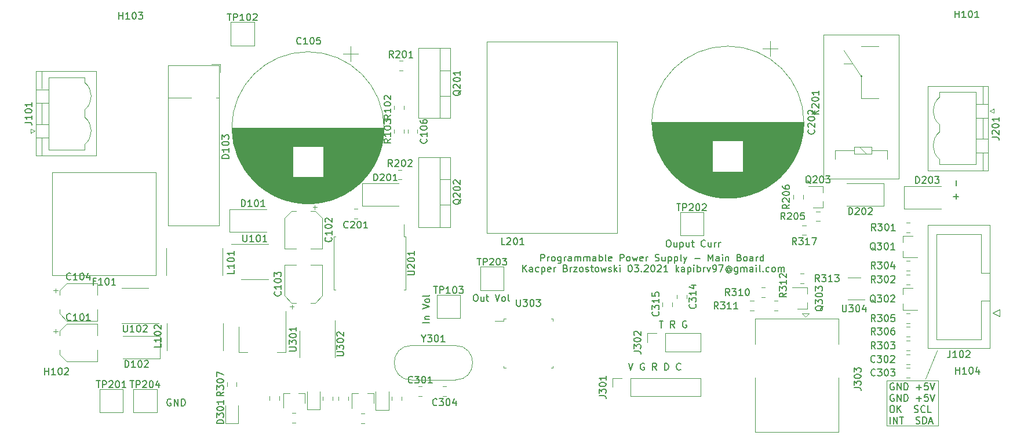
<source format=gbr>
G04 #@! TF.GenerationSoftware,KiCad,Pcbnew,(5.1.6)-1*
G04 #@! TF.CreationDate,2021-05-26T15:33:52+02:00*
G04 #@! TF.ProjectId,PowerSupplyPCB,506f7765-7253-4757-9070-6c795043422e,0.1*
G04 #@! TF.SameCoordinates,Original*
G04 #@! TF.FileFunction,Legend,Top*
G04 #@! TF.FilePolarity,Positive*
%FSLAX46Y46*%
G04 Gerber Fmt 4.6, Leading zero omitted, Abs format (unit mm)*
G04 Created by KiCad (PCBNEW (5.1.6)-1) date 2021-05-26 15:33:52*
%MOMM*%
%LPD*%
G01*
G04 APERTURE LIST*
%ADD10C,0.150000*%
%ADD11C,0.120000*%
G04 APERTURE END LIST*
D10*
X153675561Y-104592380D02*
X153675561Y-103592380D01*
X154246990Y-104592380D02*
X153818419Y-104020952D01*
X154246990Y-103592380D02*
X153675561Y-104163809D01*
X155104133Y-104592380D02*
X155104133Y-104068571D01*
X155056514Y-103973333D01*
X154961276Y-103925714D01*
X154770800Y-103925714D01*
X154675561Y-103973333D01*
X155104133Y-104544761D02*
X155008895Y-104592380D01*
X154770800Y-104592380D01*
X154675561Y-104544761D01*
X154627942Y-104449523D01*
X154627942Y-104354285D01*
X154675561Y-104259047D01*
X154770800Y-104211428D01*
X155008895Y-104211428D01*
X155104133Y-104163809D01*
X156008895Y-104544761D02*
X155913657Y-104592380D01*
X155723180Y-104592380D01*
X155627942Y-104544761D01*
X155580323Y-104497142D01*
X155532704Y-104401904D01*
X155532704Y-104116190D01*
X155580323Y-104020952D01*
X155627942Y-103973333D01*
X155723180Y-103925714D01*
X155913657Y-103925714D01*
X156008895Y-103973333D01*
X156437466Y-103925714D02*
X156437466Y-104925714D01*
X156437466Y-103973333D02*
X156532704Y-103925714D01*
X156723180Y-103925714D01*
X156818419Y-103973333D01*
X156866038Y-104020952D01*
X156913657Y-104116190D01*
X156913657Y-104401904D01*
X156866038Y-104497142D01*
X156818419Y-104544761D01*
X156723180Y-104592380D01*
X156532704Y-104592380D01*
X156437466Y-104544761D01*
X157723180Y-104544761D02*
X157627942Y-104592380D01*
X157437466Y-104592380D01*
X157342228Y-104544761D01*
X157294609Y-104449523D01*
X157294609Y-104068571D01*
X157342228Y-103973333D01*
X157437466Y-103925714D01*
X157627942Y-103925714D01*
X157723180Y-103973333D01*
X157770800Y-104068571D01*
X157770800Y-104163809D01*
X157294609Y-104259047D01*
X158199371Y-104592380D02*
X158199371Y-103925714D01*
X158199371Y-104116190D02*
X158246990Y-104020952D01*
X158294609Y-103973333D01*
X158389847Y-103925714D01*
X158485085Y-103925714D01*
X159913657Y-104068571D02*
X160056514Y-104116190D01*
X160104133Y-104163809D01*
X160151752Y-104259047D01*
X160151752Y-104401904D01*
X160104133Y-104497142D01*
X160056514Y-104544761D01*
X159961276Y-104592380D01*
X159580323Y-104592380D01*
X159580323Y-103592380D01*
X159913657Y-103592380D01*
X160008895Y-103640000D01*
X160056514Y-103687619D01*
X160104133Y-103782857D01*
X160104133Y-103878095D01*
X160056514Y-103973333D01*
X160008895Y-104020952D01*
X159913657Y-104068571D01*
X159580323Y-104068571D01*
X160580323Y-104592380D02*
X160580323Y-103925714D01*
X160580323Y-104116190D02*
X160627942Y-104020952D01*
X160675561Y-103973333D01*
X160770800Y-103925714D01*
X160866038Y-103925714D01*
X161104133Y-103925714D02*
X161627942Y-103925714D01*
X161104133Y-104592380D01*
X161627942Y-104592380D01*
X162151752Y-104592380D02*
X162056514Y-104544761D01*
X162008895Y-104497142D01*
X161961276Y-104401904D01*
X161961276Y-104116190D01*
X162008895Y-104020952D01*
X162056514Y-103973333D01*
X162151752Y-103925714D01*
X162294609Y-103925714D01*
X162389847Y-103973333D01*
X162437466Y-104020952D01*
X162485085Y-104116190D01*
X162485085Y-104401904D01*
X162437466Y-104497142D01*
X162389847Y-104544761D01*
X162294609Y-104592380D01*
X162151752Y-104592380D01*
X162866038Y-104544761D02*
X162961276Y-104592380D01*
X163151752Y-104592380D01*
X163246990Y-104544761D01*
X163294609Y-104449523D01*
X163294609Y-104401904D01*
X163246990Y-104306666D01*
X163151752Y-104259047D01*
X163008895Y-104259047D01*
X162913657Y-104211428D01*
X162866038Y-104116190D01*
X162866038Y-104068571D01*
X162913657Y-103973333D01*
X163008895Y-103925714D01*
X163151752Y-103925714D01*
X163246990Y-103973333D01*
X163580323Y-103925714D02*
X163961276Y-103925714D01*
X163723180Y-103592380D02*
X163723180Y-104449523D01*
X163770800Y-104544761D01*
X163866038Y-104592380D01*
X163961276Y-104592380D01*
X164437466Y-104592380D02*
X164342228Y-104544761D01*
X164294609Y-104497142D01*
X164246990Y-104401904D01*
X164246990Y-104116190D01*
X164294609Y-104020952D01*
X164342228Y-103973333D01*
X164437466Y-103925714D01*
X164580323Y-103925714D01*
X164675561Y-103973333D01*
X164723180Y-104020952D01*
X164770800Y-104116190D01*
X164770800Y-104401904D01*
X164723180Y-104497142D01*
X164675561Y-104544761D01*
X164580323Y-104592380D01*
X164437466Y-104592380D01*
X165104133Y-103925714D02*
X165294609Y-104592380D01*
X165485085Y-104116190D01*
X165675561Y-104592380D01*
X165866038Y-103925714D01*
X166199371Y-104544761D02*
X166294609Y-104592380D01*
X166485085Y-104592380D01*
X166580323Y-104544761D01*
X166627942Y-104449523D01*
X166627942Y-104401904D01*
X166580323Y-104306666D01*
X166485085Y-104259047D01*
X166342228Y-104259047D01*
X166246990Y-104211428D01*
X166199371Y-104116190D01*
X166199371Y-104068571D01*
X166246990Y-103973333D01*
X166342228Y-103925714D01*
X166485085Y-103925714D01*
X166580323Y-103973333D01*
X167056514Y-104592380D02*
X167056514Y-103592380D01*
X167151752Y-104211428D02*
X167437466Y-104592380D01*
X167437466Y-103925714D02*
X167056514Y-104306666D01*
X167866038Y-104592380D02*
X167866038Y-103925714D01*
X167866038Y-103592380D02*
X167818419Y-103640000D01*
X167866038Y-103687619D01*
X167913657Y-103640000D01*
X167866038Y-103592380D01*
X167866038Y-103687619D01*
X169294609Y-103592380D02*
X169389847Y-103592380D01*
X169485085Y-103640000D01*
X169532704Y-103687619D01*
X169580323Y-103782857D01*
X169627942Y-103973333D01*
X169627942Y-104211428D01*
X169580323Y-104401904D01*
X169532704Y-104497142D01*
X169485085Y-104544761D01*
X169389847Y-104592380D01*
X169294609Y-104592380D01*
X169199371Y-104544761D01*
X169151752Y-104497142D01*
X169104133Y-104401904D01*
X169056514Y-104211428D01*
X169056514Y-103973333D01*
X169104133Y-103782857D01*
X169151752Y-103687619D01*
X169199371Y-103640000D01*
X169294609Y-103592380D01*
X169961276Y-103592380D02*
X170580323Y-103592380D01*
X170246990Y-103973333D01*
X170389847Y-103973333D01*
X170485085Y-104020952D01*
X170532704Y-104068571D01*
X170580323Y-104163809D01*
X170580323Y-104401904D01*
X170532704Y-104497142D01*
X170485085Y-104544761D01*
X170389847Y-104592380D01*
X170104133Y-104592380D01*
X170008895Y-104544761D01*
X169961276Y-104497142D01*
X171008895Y-104497142D02*
X171056514Y-104544761D01*
X171008895Y-104592380D01*
X170961276Y-104544761D01*
X171008895Y-104497142D01*
X171008895Y-104592380D01*
X171437466Y-103687619D02*
X171485085Y-103640000D01*
X171580323Y-103592380D01*
X171818419Y-103592380D01*
X171913657Y-103640000D01*
X171961276Y-103687619D01*
X172008895Y-103782857D01*
X172008895Y-103878095D01*
X171961276Y-104020952D01*
X171389847Y-104592380D01*
X172008895Y-104592380D01*
X172627942Y-103592380D02*
X172723180Y-103592380D01*
X172818419Y-103640000D01*
X172866038Y-103687619D01*
X172913657Y-103782857D01*
X172961276Y-103973333D01*
X172961276Y-104211428D01*
X172913657Y-104401904D01*
X172866038Y-104497142D01*
X172818419Y-104544761D01*
X172723180Y-104592380D01*
X172627942Y-104592380D01*
X172532704Y-104544761D01*
X172485085Y-104497142D01*
X172437466Y-104401904D01*
X172389847Y-104211428D01*
X172389847Y-103973333D01*
X172437466Y-103782857D01*
X172485085Y-103687619D01*
X172532704Y-103640000D01*
X172627942Y-103592380D01*
X173342228Y-103687619D02*
X173389847Y-103640000D01*
X173485085Y-103592380D01*
X173723180Y-103592380D01*
X173818419Y-103640000D01*
X173866038Y-103687619D01*
X173913657Y-103782857D01*
X173913657Y-103878095D01*
X173866038Y-104020952D01*
X173294609Y-104592380D01*
X173913657Y-104592380D01*
X174866038Y-104592380D02*
X174294609Y-104592380D01*
X174580323Y-104592380D02*
X174580323Y-103592380D01*
X174485085Y-103735238D01*
X174389847Y-103830476D01*
X174294609Y-103878095D01*
X176056514Y-104592380D02*
X176056514Y-103592380D01*
X176151752Y-104211428D02*
X176437466Y-104592380D01*
X176437466Y-103925714D02*
X176056514Y-104306666D01*
X177294609Y-104592380D02*
X177294609Y-104068571D01*
X177246990Y-103973333D01*
X177151752Y-103925714D01*
X176961276Y-103925714D01*
X176866038Y-103973333D01*
X177294609Y-104544761D02*
X177199371Y-104592380D01*
X176961276Y-104592380D01*
X176866038Y-104544761D01*
X176818419Y-104449523D01*
X176818419Y-104354285D01*
X176866038Y-104259047D01*
X176961276Y-104211428D01*
X177199371Y-104211428D01*
X177294609Y-104163809D01*
X177770800Y-103925714D02*
X177770800Y-104925714D01*
X177770800Y-103973333D02*
X177866038Y-103925714D01*
X178056514Y-103925714D01*
X178151752Y-103973333D01*
X178199371Y-104020952D01*
X178246990Y-104116190D01*
X178246990Y-104401904D01*
X178199371Y-104497142D01*
X178151752Y-104544761D01*
X178056514Y-104592380D01*
X177866038Y-104592380D01*
X177770800Y-104544761D01*
X178675561Y-104592380D02*
X178675561Y-103925714D01*
X178675561Y-103592380D02*
X178627942Y-103640000D01*
X178675561Y-103687619D01*
X178723180Y-103640000D01*
X178675561Y-103592380D01*
X178675561Y-103687619D01*
X179151752Y-104592380D02*
X179151752Y-103592380D01*
X179151752Y-103973333D02*
X179246990Y-103925714D01*
X179437466Y-103925714D01*
X179532704Y-103973333D01*
X179580323Y-104020952D01*
X179627942Y-104116190D01*
X179627942Y-104401904D01*
X179580323Y-104497142D01*
X179532704Y-104544761D01*
X179437466Y-104592380D01*
X179246990Y-104592380D01*
X179151752Y-104544761D01*
X180056514Y-104592380D02*
X180056514Y-103925714D01*
X180056514Y-104116190D02*
X180104133Y-104020952D01*
X180151752Y-103973333D01*
X180246990Y-103925714D01*
X180342228Y-103925714D01*
X180580323Y-103925714D02*
X180818419Y-104592380D01*
X181056514Y-103925714D01*
X181485085Y-104592380D02*
X181675561Y-104592380D01*
X181770799Y-104544761D01*
X181818419Y-104497142D01*
X181913657Y-104354285D01*
X181961276Y-104163809D01*
X181961276Y-103782857D01*
X181913657Y-103687619D01*
X181866038Y-103640000D01*
X181770799Y-103592380D01*
X181580323Y-103592380D01*
X181485085Y-103640000D01*
X181437466Y-103687619D01*
X181389847Y-103782857D01*
X181389847Y-104020952D01*
X181437466Y-104116190D01*
X181485085Y-104163809D01*
X181580323Y-104211428D01*
X181770799Y-104211428D01*
X181866038Y-104163809D01*
X181913657Y-104116190D01*
X181961276Y-104020952D01*
X182294609Y-103592380D02*
X182961276Y-103592380D01*
X182532704Y-104592380D01*
X183961276Y-104116190D02*
X183913657Y-104068571D01*
X183818419Y-104020952D01*
X183723180Y-104020952D01*
X183627942Y-104068571D01*
X183580323Y-104116190D01*
X183532704Y-104211428D01*
X183532704Y-104306666D01*
X183580323Y-104401904D01*
X183627942Y-104449523D01*
X183723180Y-104497142D01*
X183818419Y-104497142D01*
X183913657Y-104449523D01*
X183961276Y-104401904D01*
X183961276Y-104020952D02*
X183961276Y-104401904D01*
X184008895Y-104449523D01*
X184056514Y-104449523D01*
X184151752Y-104401904D01*
X184199371Y-104306666D01*
X184199371Y-104068571D01*
X184104133Y-103925714D01*
X183961276Y-103830476D01*
X183770799Y-103782857D01*
X183580323Y-103830476D01*
X183437466Y-103925714D01*
X183342228Y-104068571D01*
X183294609Y-104259047D01*
X183342228Y-104449523D01*
X183437466Y-104592380D01*
X183580323Y-104687619D01*
X183770799Y-104735238D01*
X183961276Y-104687619D01*
X184104133Y-104592380D01*
X185056514Y-103925714D02*
X185056514Y-104735238D01*
X185008895Y-104830476D01*
X184961276Y-104878095D01*
X184866038Y-104925714D01*
X184723180Y-104925714D01*
X184627942Y-104878095D01*
X185056514Y-104544761D02*
X184961276Y-104592380D01*
X184770799Y-104592380D01*
X184675561Y-104544761D01*
X184627942Y-104497142D01*
X184580323Y-104401904D01*
X184580323Y-104116190D01*
X184627942Y-104020952D01*
X184675561Y-103973333D01*
X184770799Y-103925714D01*
X184961276Y-103925714D01*
X185056514Y-103973333D01*
X185532704Y-104592380D02*
X185532704Y-103925714D01*
X185532704Y-104020952D02*
X185580323Y-103973333D01*
X185675561Y-103925714D01*
X185818419Y-103925714D01*
X185913657Y-103973333D01*
X185961276Y-104068571D01*
X185961276Y-104592380D01*
X185961276Y-104068571D02*
X186008895Y-103973333D01*
X186104133Y-103925714D01*
X186246990Y-103925714D01*
X186342228Y-103973333D01*
X186389847Y-104068571D01*
X186389847Y-104592380D01*
X187294609Y-104592380D02*
X187294609Y-104068571D01*
X187246990Y-103973333D01*
X187151752Y-103925714D01*
X186961276Y-103925714D01*
X186866038Y-103973333D01*
X187294609Y-104544761D02*
X187199371Y-104592380D01*
X186961276Y-104592380D01*
X186866038Y-104544761D01*
X186818419Y-104449523D01*
X186818419Y-104354285D01*
X186866038Y-104259047D01*
X186961276Y-104211428D01*
X187199371Y-104211428D01*
X187294609Y-104163809D01*
X187770799Y-104592380D02*
X187770799Y-103925714D01*
X187770799Y-103592380D02*
X187723180Y-103640000D01*
X187770799Y-103687619D01*
X187818419Y-103640000D01*
X187770799Y-103592380D01*
X187770799Y-103687619D01*
X188389847Y-104592380D02*
X188294609Y-104544761D01*
X188246990Y-104449523D01*
X188246990Y-103592380D01*
X188770799Y-104497142D02*
X188818419Y-104544761D01*
X188770799Y-104592380D01*
X188723180Y-104544761D01*
X188770799Y-104497142D01*
X188770799Y-104592380D01*
X189675561Y-104544761D02*
X189580323Y-104592380D01*
X189389847Y-104592380D01*
X189294609Y-104544761D01*
X189246990Y-104497142D01*
X189199371Y-104401904D01*
X189199371Y-104116190D01*
X189246990Y-104020952D01*
X189294609Y-103973333D01*
X189389847Y-103925714D01*
X189580323Y-103925714D01*
X189675561Y-103973333D01*
X190246990Y-104592380D02*
X190151752Y-104544761D01*
X190104133Y-104497142D01*
X190056514Y-104401904D01*
X190056514Y-104116190D01*
X190104133Y-104020952D01*
X190151752Y-103973333D01*
X190246990Y-103925714D01*
X190389847Y-103925714D01*
X190485085Y-103973333D01*
X190532704Y-104020952D01*
X190580323Y-104116190D01*
X190580323Y-104401904D01*
X190532704Y-104497142D01*
X190485085Y-104544761D01*
X190389847Y-104592380D01*
X190246990Y-104592380D01*
X191008895Y-104592380D02*
X191008895Y-103925714D01*
X191008895Y-104020952D02*
X191056514Y-103973333D01*
X191151752Y-103925714D01*
X191294609Y-103925714D01*
X191389847Y-103973333D01*
X191437466Y-104068571D01*
X191437466Y-104592380D01*
X191437466Y-104068571D02*
X191485085Y-103973333D01*
X191580323Y-103925714D01*
X191723180Y-103925714D01*
X191818419Y-103973333D01*
X191866038Y-104068571D01*
X191866038Y-104592380D01*
X156305695Y-103017580D02*
X156305695Y-102017580D01*
X156686647Y-102017580D01*
X156781885Y-102065200D01*
X156829504Y-102112819D01*
X156877123Y-102208057D01*
X156877123Y-102350914D01*
X156829504Y-102446152D01*
X156781885Y-102493771D01*
X156686647Y-102541390D01*
X156305695Y-102541390D01*
X157305695Y-103017580D02*
X157305695Y-102350914D01*
X157305695Y-102541390D02*
X157353314Y-102446152D01*
X157400933Y-102398533D01*
X157496171Y-102350914D01*
X157591409Y-102350914D01*
X158067600Y-103017580D02*
X157972361Y-102969961D01*
X157924742Y-102922342D01*
X157877123Y-102827104D01*
X157877123Y-102541390D01*
X157924742Y-102446152D01*
X157972361Y-102398533D01*
X158067600Y-102350914D01*
X158210457Y-102350914D01*
X158305695Y-102398533D01*
X158353314Y-102446152D01*
X158400933Y-102541390D01*
X158400933Y-102827104D01*
X158353314Y-102922342D01*
X158305695Y-102969961D01*
X158210457Y-103017580D01*
X158067600Y-103017580D01*
X159258076Y-102350914D02*
X159258076Y-103160438D01*
X159210457Y-103255676D01*
X159162838Y-103303295D01*
X159067600Y-103350914D01*
X158924742Y-103350914D01*
X158829504Y-103303295D01*
X159258076Y-102969961D02*
X159162838Y-103017580D01*
X158972361Y-103017580D01*
X158877123Y-102969961D01*
X158829504Y-102922342D01*
X158781885Y-102827104D01*
X158781885Y-102541390D01*
X158829504Y-102446152D01*
X158877123Y-102398533D01*
X158972361Y-102350914D01*
X159162838Y-102350914D01*
X159258076Y-102398533D01*
X159734266Y-103017580D02*
X159734266Y-102350914D01*
X159734266Y-102541390D02*
X159781885Y-102446152D01*
X159829504Y-102398533D01*
X159924742Y-102350914D01*
X160019980Y-102350914D01*
X160781885Y-103017580D02*
X160781885Y-102493771D01*
X160734266Y-102398533D01*
X160639028Y-102350914D01*
X160448552Y-102350914D01*
X160353314Y-102398533D01*
X160781885Y-102969961D02*
X160686647Y-103017580D01*
X160448552Y-103017580D01*
X160353314Y-102969961D01*
X160305695Y-102874723D01*
X160305695Y-102779485D01*
X160353314Y-102684247D01*
X160448552Y-102636628D01*
X160686647Y-102636628D01*
X160781885Y-102589009D01*
X161258076Y-103017580D02*
X161258076Y-102350914D01*
X161258076Y-102446152D02*
X161305695Y-102398533D01*
X161400933Y-102350914D01*
X161543790Y-102350914D01*
X161639028Y-102398533D01*
X161686647Y-102493771D01*
X161686647Y-103017580D01*
X161686647Y-102493771D02*
X161734266Y-102398533D01*
X161829504Y-102350914D01*
X161972361Y-102350914D01*
X162067600Y-102398533D01*
X162115219Y-102493771D01*
X162115219Y-103017580D01*
X162591409Y-103017580D02*
X162591409Y-102350914D01*
X162591409Y-102446152D02*
X162639028Y-102398533D01*
X162734266Y-102350914D01*
X162877123Y-102350914D01*
X162972361Y-102398533D01*
X163019980Y-102493771D01*
X163019980Y-103017580D01*
X163019980Y-102493771D02*
X163067600Y-102398533D01*
X163162838Y-102350914D01*
X163305695Y-102350914D01*
X163400933Y-102398533D01*
X163448552Y-102493771D01*
X163448552Y-103017580D01*
X164353314Y-103017580D02*
X164353314Y-102493771D01*
X164305695Y-102398533D01*
X164210457Y-102350914D01*
X164019980Y-102350914D01*
X163924742Y-102398533D01*
X164353314Y-102969961D02*
X164258076Y-103017580D01*
X164019980Y-103017580D01*
X163924742Y-102969961D01*
X163877123Y-102874723D01*
X163877123Y-102779485D01*
X163924742Y-102684247D01*
X164019980Y-102636628D01*
X164258076Y-102636628D01*
X164353314Y-102589009D01*
X164829504Y-103017580D02*
X164829504Y-102017580D01*
X164829504Y-102398533D02*
X164924742Y-102350914D01*
X165115219Y-102350914D01*
X165210457Y-102398533D01*
X165258076Y-102446152D01*
X165305695Y-102541390D01*
X165305695Y-102827104D01*
X165258076Y-102922342D01*
X165210457Y-102969961D01*
X165115219Y-103017580D01*
X164924742Y-103017580D01*
X164829504Y-102969961D01*
X165877123Y-103017580D02*
X165781885Y-102969961D01*
X165734266Y-102874723D01*
X165734266Y-102017580D01*
X166639028Y-102969961D02*
X166543790Y-103017580D01*
X166353314Y-103017580D01*
X166258076Y-102969961D01*
X166210457Y-102874723D01*
X166210457Y-102493771D01*
X166258076Y-102398533D01*
X166353314Y-102350914D01*
X166543790Y-102350914D01*
X166639028Y-102398533D01*
X166686647Y-102493771D01*
X166686647Y-102589009D01*
X166210457Y-102684247D01*
X167877123Y-103017580D02*
X167877123Y-102017580D01*
X168258076Y-102017580D01*
X168353314Y-102065200D01*
X168400933Y-102112819D01*
X168448552Y-102208057D01*
X168448552Y-102350914D01*
X168400933Y-102446152D01*
X168353314Y-102493771D01*
X168258076Y-102541390D01*
X167877123Y-102541390D01*
X169019980Y-103017580D02*
X168924742Y-102969961D01*
X168877123Y-102922342D01*
X168829504Y-102827104D01*
X168829504Y-102541390D01*
X168877123Y-102446152D01*
X168924742Y-102398533D01*
X169019980Y-102350914D01*
X169162838Y-102350914D01*
X169258076Y-102398533D01*
X169305695Y-102446152D01*
X169353314Y-102541390D01*
X169353314Y-102827104D01*
X169305695Y-102922342D01*
X169258076Y-102969961D01*
X169162838Y-103017580D01*
X169019980Y-103017580D01*
X169686647Y-102350914D02*
X169877123Y-103017580D01*
X170067600Y-102541390D01*
X170258076Y-103017580D01*
X170448552Y-102350914D01*
X171210457Y-102969961D02*
X171115219Y-103017580D01*
X170924742Y-103017580D01*
X170829504Y-102969961D01*
X170781885Y-102874723D01*
X170781885Y-102493771D01*
X170829504Y-102398533D01*
X170924742Y-102350914D01*
X171115219Y-102350914D01*
X171210457Y-102398533D01*
X171258076Y-102493771D01*
X171258076Y-102589009D01*
X170781885Y-102684247D01*
X171686647Y-103017580D02*
X171686647Y-102350914D01*
X171686647Y-102541390D02*
X171734266Y-102446152D01*
X171781885Y-102398533D01*
X171877123Y-102350914D01*
X171972361Y-102350914D01*
X173019980Y-102969961D02*
X173162838Y-103017580D01*
X173400933Y-103017580D01*
X173496171Y-102969961D01*
X173543790Y-102922342D01*
X173591409Y-102827104D01*
X173591409Y-102731866D01*
X173543790Y-102636628D01*
X173496171Y-102589009D01*
X173400933Y-102541390D01*
X173210457Y-102493771D01*
X173115219Y-102446152D01*
X173067600Y-102398533D01*
X173019980Y-102303295D01*
X173019980Y-102208057D01*
X173067600Y-102112819D01*
X173115219Y-102065200D01*
X173210457Y-102017580D01*
X173448552Y-102017580D01*
X173591409Y-102065200D01*
X174448552Y-102350914D02*
X174448552Y-103017580D01*
X174019980Y-102350914D02*
X174019980Y-102874723D01*
X174067600Y-102969961D01*
X174162838Y-103017580D01*
X174305695Y-103017580D01*
X174400933Y-102969961D01*
X174448552Y-102922342D01*
X174924742Y-102350914D02*
X174924742Y-103350914D01*
X174924742Y-102398533D02*
X175019980Y-102350914D01*
X175210457Y-102350914D01*
X175305695Y-102398533D01*
X175353314Y-102446152D01*
X175400933Y-102541390D01*
X175400933Y-102827104D01*
X175353314Y-102922342D01*
X175305695Y-102969961D01*
X175210457Y-103017580D01*
X175019980Y-103017580D01*
X174924742Y-102969961D01*
X175829504Y-102350914D02*
X175829504Y-103350914D01*
X175829504Y-102398533D02*
X175924742Y-102350914D01*
X176115219Y-102350914D01*
X176210457Y-102398533D01*
X176258076Y-102446152D01*
X176305695Y-102541390D01*
X176305695Y-102827104D01*
X176258076Y-102922342D01*
X176210457Y-102969961D01*
X176115219Y-103017580D01*
X175924742Y-103017580D01*
X175829504Y-102969961D01*
X176877123Y-103017580D02*
X176781885Y-102969961D01*
X176734266Y-102874723D01*
X176734266Y-102017580D01*
X177162838Y-102350914D02*
X177400933Y-103017580D01*
X177639028Y-102350914D02*
X177400933Y-103017580D01*
X177305695Y-103255676D01*
X177258076Y-103303295D01*
X177162838Y-103350914D01*
X178781885Y-102636628D02*
X179543790Y-102636628D01*
X180781885Y-103017580D02*
X180781885Y-102017580D01*
X181115219Y-102731866D01*
X181448552Y-102017580D01*
X181448552Y-103017580D01*
X182353314Y-103017580D02*
X182353314Y-102493771D01*
X182305695Y-102398533D01*
X182210457Y-102350914D01*
X182019980Y-102350914D01*
X181924742Y-102398533D01*
X182353314Y-102969961D02*
X182258076Y-103017580D01*
X182019980Y-103017580D01*
X181924742Y-102969961D01*
X181877123Y-102874723D01*
X181877123Y-102779485D01*
X181924742Y-102684247D01*
X182019980Y-102636628D01*
X182258076Y-102636628D01*
X182353314Y-102589009D01*
X182829504Y-103017580D02*
X182829504Y-102350914D01*
X182829504Y-102017580D02*
X182781885Y-102065200D01*
X182829504Y-102112819D01*
X182877123Y-102065200D01*
X182829504Y-102017580D01*
X182829504Y-102112819D01*
X183305695Y-102350914D02*
X183305695Y-103017580D01*
X183305695Y-102446152D02*
X183353314Y-102398533D01*
X183448552Y-102350914D01*
X183591409Y-102350914D01*
X183686647Y-102398533D01*
X183734266Y-102493771D01*
X183734266Y-103017580D01*
X185305695Y-102493771D02*
X185448552Y-102541390D01*
X185496171Y-102589009D01*
X185543790Y-102684247D01*
X185543790Y-102827104D01*
X185496171Y-102922342D01*
X185448552Y-102969961D01*
X185353314Y-103017580D01*
X184972361Y-103017580D01*
X184972361Y-102017580D01*
X185305695Y-102017580D01*
X185400933Y-102065200D01*
X185448552Y-102112819D01*
X185496171Y-102208057D01*
X185496171Y-102303295D01*
X185448552Y-102398533D01*
X185400933Y-102446152D01*
X185305695Y-102493771D01*
X184972361Y-102493771D01*
X186115219Y-103017580D02*
X186019980Y-102969961D01*
X185972361Y-102922342D01*
X185924742Y-102827104D01*
X185924742Y-102541390D01*
X185972361Y-102446152D01*
X186019980Y-102398533D01*
X186115219Y-102350914D01*
X186258076Y-102350914D01*
X186353314Y-102398533D01*
X186400933Y-102446152D01*
X186448552Y-102541390D01*
X186448552Y-102827104D01*
X186400933Y-102922342D01*
X186353314Y-102969961D01*
X186258076Y-103017580D01*
X186115219Y-103017580D01*
X187305695Y-103017580D02*
X187305695Y-102493771D01*
X187258076Y-102398533D01*
X187162838Y-102350914D01*
X186972361Y-102350914D01*
X186877123Y-102398533D01*
X187305695Y-102969961D02*
X187210457Y-103017580D01*
X186972361Y-103017580D01*
X186877123Y-102969961D01*
X186829504Y-102874723D01*
X186829504Y-102779485D01*
X186877123Y-102684247D01*
X186972361Y-102636628D01*
X187210457Y-102636628D01*
X187305695Y-102589009D01*
X187781885Y-103017580D02*
X187781885Y-102350914D01*
X187781885Y-102541390D02*
X187829504Y-102446152D01*
X187877123Y-102398533D01*
X187972361Y-102350914D01*
X188067599Y-102350914D01*
X188829504Y-103017580D02*
X188829504Y-102017580D01*
X188829504Y-102969961D02*
X188734266Y-103017580D01*
X188543790Y-103017580D01*
X188448552Y-102969961D01*
X188400933Y-102922342D01*
X188353314Y-102827104D01*
X188353314Y-102541390D01*
X188400933Y-102446152D01*
X188448552Y-102398533D01*
X188543790Y-102350914D01*
X188734266Y-102350914D01*
X188829504Y-102398533D01*
D11*
X206857600Y-127152400D02*
X206857600Y-120497600D01*
X214376000Y-127152400D02*
X206857600Y-127152400D01*
X214376000Y-120497600D02*
X214376000Y-127152400D01*
X206857600Y-120497600D02*
X214376000Y-120497600D01*
X212496400Y-120243600D02*
X214172800Y-116078000D01*
D10*
X207869404Y-120926200D02*
X207774166Y-120878580D01*
X207631309Y-120878580D01*
X207488452Y-120926200D01*
X207393214Y-121021438D01*
X207345595Y-121116676D01*
X207297976Y-121307152D01*
X207297976Y-121450009D01*
X207345595Y-121640485D01*
X207393214Y-121735723D01*
X207488452Y-121830961D01*
X207631309Y-121878580D01*
X207726547Y-121878580D01*
X207869404Y-121830961D01*
X207917023Y-121783342D01*
X207917023Y-121450009D01*
X207726547Y-121450009D01*
X208345595Y-121878580D02*
X208345595Y-120878580D01*
X208917023Y-121878580D01*
X208917023Y-120878580D01*
X209393214Y-121878580D02*
X209393214Y-120878580D01*
X209631309Y-120878580D01*
X209774166Y-120926200D01*
X209869404Y-121021438D01*
X209917023Y-121116676D01*
X209964642Y-121307152D01*
X209964642Y-121450009D01*
X209917023Y-121640485D01*
X209869404Y-121735723D01*
X209774166Y-121830961D01*
X209631309Y-121878580D01*
X209393214Y-121878580D01*
X211155119Y-121497628D02*
X211917023Y-121497628D01*
X211536071Y-121878580D02*
X211536071Y-121116676D01*
X212869404Y-120878580D02*
X212393214Y-120878580D01*
X212345595Y-121354771D01*
X212393214Y-121307152D01*
X212488452Y-121259533D01*
X212726547Y-121259533D01*
X212821785Y-121307152D01*
X212869404Y-121354771D01*
X212917023Y-121450009D01*
X212917023Y-121688104D01*
X212869404Y-121783342D01*
X212821785Y-121830961D01*
X212726547Y-121878580D01*
X212488452Y-121878580D01*
X212393214Y-121830961D01*
X212345595Y-121783342D01*
X213202738Y-120878580D02*
X213536071Y-121878580D01*
X213869404Y-120878580D01*
X207869404Y-122576200D02*
X207774166Y-122528580D01*
X207631309Y-122528580D01*
X207488452Y-122576200D01*
X207393214Y-122671438D01*
X207345595Y-122766676D01*
X207297976Y-122957152D01*
X207297976Y-123100009D01*
X207345595Y-123290485D01*
X207393214Y-123385723D01*
X207488452Y-123480961D01*
X207631309Y-123528580D01*
X207726547Y-123528580D01*
X207869404Y-123480961D01*
X207917023Y-123433342D01*
X207917023Y-123100009D01*
X207726547Y-123100009D01*
X208345595Y-123528580D02*
X208345595Y-122528580D01*
X208917023Y-123528580D01*
X208917023Y-122528580D01*
X209393214Y-123528580D02*
X209393214Y-122528580D01*
X209631309Y-122528580D01*
X209774166Y-122576200D01*
X209869404Y-122671438D01*
X209917023Y-122766676D01*
X209964642Y-122957152D01*
X209964642Y-123100009D01*
X209917023Y-123290485D01*
X209869404Y-123385723D01*
X209774166Y-123480961D01*
X209631309Y-123528580D01*
X209393214Y-123528580D01*
X211155119Y-123147628D02*
X211917023Y-123147628D01*
X211536071Y-123528580D02*
X211536071Y-122766676D01*
X212869404Y-122528580D02*
X212393214Y-122528580D01*
X212345595Y-123004771D01*
X212393214Y-122957152D01*
X212488452Y-122909533D01*
X212726547Y-122909533D01*
X212821785Y-122957152D01*
X212869404Y-123004771D01*
X212917023Y-123100009D01*
X212917023Y-123338104D01*
X212869404Y-123433342D01*
X212821785Y-123480961D01*
X212726547Y-123528580D01*
X212488452Y-123528580D01*
X212393214Y-123480961D01*
X212345595Y-123433342D01*
X213202738Y-122528580D02*
X213536071Y-123528580D01*
X213869404Y-122528580D01*
X207536071Y-124178580D02*
X207726547Y-124178580D01*
X207821785Y-124226200D01*
X207917023Y-124321438D01*
X207964642Y-124511914D01*
X207964642Y-124845247D01*
X207917023Y-125035723D01*
X207821785Y-125130961D01*
X207726547Y-125178580D01*
X207536071Y-125178580D01*
X207440833Y-125130961D01*
X207345595Y-125035723D01*
X207297976Y-124845247D01*
X207297976Y-124511914D01*
X207345595Y-124321438D01*
X207440833Y-124226200D01*
X207536071Y-124178580D01*
X208393214Y-125178580D02*
X208393214Y-124178580D01*
X208964642Y-125178580D02*
X208536071Y-124607152D01*
X208964642Y-124178580D02*
X208393214Y-124750009D01*
X210869404Y-125130961D02*
X211012261Y-125178580D01*
X211250357Y-125178580D01*
X211345595Y-125130961D01*
X211393214Y-125083342D01*
X211440833Y-124988104D01*
X211440833Y-124892866D01*
X211393214Y-124797628D01*
X211345595Y-124750009D01*
X211250357Y-124702390D01*
X211059880Y-124654771D01*
X210964642Y-124607152D01*
X210917023Y-124559533D01*
X210869404Y-124464295D01*
X210869404Y-124369057D01*
X210917023Y-124273819D01*
X210964642Y-124226200D01*
X211059880Y-124178580D01*
X211297976Y-124178580D01*
X211440833Y-124226200D01*
X212440833Y-125083342D02*
X212393214Y-125130961D01*
X212250357Y-125178580D01*
X212155119Y-125178580D01*
X212012261Y-125130961D01*
X211917023Y-125035723D01*
X211869404Y-124940485D01*
X211821785Y-124750009D01*
X211821785Y-124607152D01*
X211869404Y-124416676D01*
X211917023Y-124321438D01*
X212012261Y-124226200D01*
X212155119Y-124178580D01*
X212250357Y-124178580D01*
X212393214Y-124226200D01*
X212440833Y-124273819D01*
X213345595Y-125178580D02*
X212869404Y-125178580D01*
X212869404Y-124178580D01*
X207345595Y-126828580D02*
X207345595Y-125828580D01*
X207821785Y-126828580D02*
X207821785Y-125828580D01*
X208393214Y-126828580D01*
X208393214Y-125828580D01*
X208726547Y-125828580D02*
X209297976Y-125828580D01*
X209012261Y-126828580D02*
X209012261Y-125828580D01*
X211107500Y-126780961D02*
X211250357Y-126828580D01*
X211488452Y-126828580D01*
X211583690Y-126780961D01*
X211631309Y-126733342D01*
X211678928Y-126638104D01*
X211678928Y-126542866D01*
X211631309Y-126447628D01*
X211583690Y-126400009D01*
X211488452Y-126352390D01*
X211297976Y-126304771D01*
X211202738Y-126257152D01*
X211155119Y-126209533D01*
X211107500Y-126114295D01*
X211107500Y-126019057D01*
X211155119Y-125923819D01*
X211202738Y-125876200D01*
X211297976Y-125828580D01*
X211536071Y-125828580D01*
X211678928Y-125876200D01*
X212107500Y-126828580D02*
X212107500Y-125828580D01*
X212345595Y-125828580D01*
X212488452Y-125876200D01*
X212583690Y-125971438D01*
X212631309Y-126066676D01*
X212678928Y-126257152D01*
X212678928Y-126400009D01*
X212631309Y-126590485D01*
X212583690Y-126685723D01*
X212488452Y-126780961D01*
X212345595Y-126828580D01*
X212107500Y-126828580D01*
X213059880Y-126542866D02*
X213536071Y-126542866D01*
X212964642Y-126828580D02*
X213297976Y-125828580D01*
X213631309Y-126828580D01*
X216987428Y-93938552D02*
X216987428Y-93176647D01*
X217368380Y-93557600D02*
X216606476Y-93557600D01*
X216987428Y-91938552D02*
X216987428Y-91176647D01*
X102260495Y-123248800D02*
X102165257Y-123201180D01*
X102022400Y-123201180D01*
X101879542Y-123248800D01*
X101784304Y-123344038D01*
X101736685Y-123439276D01*
X101689066Y-123629752D01*
X101689066Y-123772609D01*
X101736685Y-123963085D01*
X101784304Y-124058323D01*
X101879542Y-124153561D01*
X102022400Y-124201180D01*
X102117638Y-124201180D01*
X102260495Y-124153561D01*
X102308114Y-124105942D01*
X102308114Y-123772609D01*
X102117638Y-123772609D01*
X102736685Y-124201180D02*
X102736685Y-123201180D01*
X103308114Y-124201180D01*
X103308114Y-123201180D01*
X103784304Y-124201180D02*
X103784304Y-123201180D01*
X104022400Y-123201180D01*
X104165257Y-123248800D01*
X104260495Y-123344038D01*
X104308114Y-123439276D01*
X104355733Y-123629752D01*
X104355733Y-123772609D01*
X104308114Y-123963085D01*
X104260495Y-124058323D01*
X104165257Y-124153561D01*
X104022400Y-124201180D01*
X103784304Y-124201180D01*
X140050780Y-112008990D02*
X139050780Y-112008990D01*
X139384114Y-111532800D02*
X140050780Y-111532800D01*
X139479352Y-111532800D02*
X139431733Y-111485180D01*
X139384114Y-111389942D01*
X139384114Y-111247085D01*
X139431733Y-111151847D01*
X139526971Y-111104228D01*
X140050780Y-111104228D01*
X139050780Y-110008990D02*
X140050780Y-109675657D01*
X139050780Y-109342323D01*
X140050780Y-108866133D02*
X140003161Y-108961371D01*
X139955542Y-109008990D01*
X139860304Y-109056609D01*
X139574590Y-109056609D01*
X139479352Y-109008990D01*
X139431733Y-108961371D01*
X139384114Y-108866133D01*
X139384114Y-108723276D01*
X139431733Y-108628038D01*
X139479352Y-108580419D01*
X139574590Y-108532800D01*
X139860304Y-108532800D01*
X139955542Y-108580419D01*
X140003161Y-108628038D01*
X140050780Y-108723276D01*
X140050780Y-108866133D01*
X140050780Y-107961371D02*
X140003161Y-108056609D01*
X139907923Y-108104228D01*
X139050780Y-108104228D01*
X146690057Y-107910380D02*
X146880533Y-107910380D01*
X146975771Y-107958000D01*
X147071009Y-108053238D01*
X147118628Y-108243714D01*
X147118628Y-108577047D01*
X147071009Y-108767523D01*
X146975771Y-108862761D01*
X146880533Y-108910380D01*
X146690057Y-108910380D01*
X146594819Y-108862761D01*
X146499580Y-108767523D01*
X146451961Y-108577047D01*
X146451961Y-108243714D01*
X146499580Y-108053238D01*
X146594819Y-107958000D01*
X146690057Y-107910380D01*
X147975771Y-108243714D02*
X147975771Y-108910380D01*
X147547200Y-108243714D02*
X147547200Y-108767523D01*
X147594819Y-108862761D01*
X147690057Y-108910380D01*
X147832914Y-108910380D01*
X147928152Y-108862761D01*
X147975771Y-108815142D01*
X148309104Y-108243714D02*
X148690057Y-108243714D01*
X148451961Y-107910380D02*
X148451961Y-108767523D01*
X148499580Y-108862761D01*
X148594819Y-108910380D01*
X148690057Y-108910380D01*
X149642438Y-107910380D02*
X149975771Y-108910380D01*
X150309104Y-107910380D01*
X150785295Y-108910380D02*
X150690057Y-108862761D01*
X150642438Y-108815142D01*
X150594819Y-108719904D01*
X150594819Y-108434190D01*
X150642438Y-108338952D01*
X150690057Y-108291333D01*
X150785295Y-108243714D01*
X150928152Y-108243714D01*
X151023390Y-108291333D01*
X151071009Y-108338952D01*
X151118628Y-108434190D01*
X151118628Y-108719904D01*
X151071009Y-108815142D01*
X151023390Y-108862761D01*
X150928152Y-108910380D01*
X150785295Y-108910380D01*
X151690057Y-108910380D02*
X151594819Y-108862761D01*
X151547200Y-108767523D01*
X151547200Y-107910380D01*
X174871523Y-99934780D02*
X175062000Y-99934780D01*
X175157238Y-99982400D01*
X175252476Y-100077638D01*
X175300095Y-100268114D01*
X175300095Y-100601447D01*
X175252476Y-100791923D01*
X175157238Y-100887161D01*
X175062000Y-100934780D01*
X174871523Y-100934780D01*
X174776285Y-100887161D01*
X174681047Y-100791923D01*
X174633428Y-100601447D01*
X174633428Y-100268114D01*
X174681047Y-100077638D01*
X174776285Y-99982400D01*
X174871523Y-99934780D01*
X176157238Y-100268114D02*
X176157238Y-100934780D01*
X175728666Y-100268114D02*
X175728666Y-100791923D01*
X175776285Y-100887161D01*
X175871523Y-100934780D01*
X176014380Y-100934780D01*
X176109619Y-100887161D01*
X176157238Y-100839542D01*
X176633428Y-100268114D02*
X176633428Y-101268114D01*
X176633428Y-100315733D02*
X176728666Y-100268114D01*
X176919142Y-100268114D01*
X177014380Y-100315733D01*
X177062000Y-100363352D01*
X177109619Y-100458590D01*
X177109619Y-100744304D01*
X177062000Y-100839542D01*
X177014380Y-100887161D01*
X176919142Y-100934780D01*
X176728666Y-100934780D01*
X176633428Y-100887161D01*
X177966761Y-100268114D02*
X177966761Y-100934780D01*
X177538190Y-100268114D02*
X177538190Y-100791923D01*
X177585809Y-100887161D01*
X177681047Y-100934780D01*
X177823904Y-100934780D01*
X177919142Y-100887161D01*
X177966761Y-100839542D01*
X178300095Y-100268114D02*
X178681047Y-100268114D01*
X178442952Y-99934780D02*
X178442952Y-100791923D01*
X178490571Y-100887161D01*
X178585809Y-100934780D01*
X178681047Y-100934780D01*
X180347714Y-100839542D02*
X180300095Y-100887161D01*
X180157238Y-100934780D01*
X180062000Y-100934780D01*
X179919142Y-100887161D01*
X179823904Y-100791923D01*
X179776285Y-100696685D01*
X179728666Y-100506209D01*
X179728666Y-100363352D01*
X179776285Y-100172876D01*
X179823904Y-100077638D01*
X179919142Y-99982400D01*
X180062000Y-99934780D01*
X180157238Y-99934780D01*
X180300095Y-99982400D01*
X180347714Y-100030019D01*
X181204857Y-100268114D02*
X181204857Y-100934780D01*
X180776285Y-100268114D02*
X180776285Y-100791923D01*
X180823904Y-100887161D01*
X180919142Y-100934780D01*
X181062000Y-100934780D01*
X181157238Y-100887161D01*
X181204857Y-100839542D01*
X181681047Y-100934780D02*
X181681047Y-100268114D01*
X181681047Y-100458590D02*
X181728666Y-100363352D01*
X181776285Y-100315733D01*
X181871523Y-100268114D01*
X181966761Y-100268114D01*
X182300095Y-100934780D02*
X182300095Y-100268114D01*
X182300095Y-100458590D02*
X182347714Y-100363352D01*
X182395333Y-100315733D01*
X182490571Y-100268114D01*
X182585809Y-100268114D01*
X169116857Y-117968780D02*
X169450190Y-118968780D01*
X169783523Y-117968780D01*
X171402571Y-118016400D02*
X171307333Y-117968780D01*
X171164476Y-117968780D01*
X171021619Y-118016400D01*
X170926380Y-118111638D01*
X170878761Y-118206876D01*
X170831142Y-118397352D01*
X170831142Y-118540209D01*
X170878761Y-118730685D01*
X170926380Y-118825923D01*
X171021619Y-118921161D01*
X171164476Y-118968780D01*
X171259714Y-118968780D01*
X171402571Y-118921161D01*
X171450190Y-118873542D01*
X171450190Y-118540209D01*
X171259714Y-118540209D01*
X173212095Y-118968780D02*
X172878761Y-118492590D01*
X172640666Y-118968780D02*
X172640666Y-117968780D01*
X173021619Y-117968780D01*
X173116857Y-118016400D01*
X173164476Y-118064019D01*
X173212095Y-118159257D01*
X173212095Y-118302114D01*
X173164476Y-118397352D01*
X173116857Y-118444971D01*
X173021619Y-118492590D01*
X172640666Y-118492590D01*
X174402571Y-118968780D02*
X174402571Y-117968780D01*
X174640666Y-117968780D01*
X174783523Y-118016400D01*
X174878761Y-118111638D01*
X174926380Y-118206876D01*
X174974000Y-118397352D01*
X174974000Y-118540209D01*
X174926380Y-118730685D01*
X174878761Y-118825923D01*
X174783523Y-118921161D01*
X174640666Y-118968780D01*
X174402571Y-118968780D01*
X176735904Y-118873542D02*
X176688285Y-118921161D01*
X176545428Y-118968780D01*
X176450190Y-118968780D01*
X176307333Y-118921161D01*
X176212095Y-118825923D01*
X176164476Y-118730685D01*
X176116857Y-118540209D01*
X176116857Y-118397352D01*
X176164476Y-118206876D01*
X176212095Y-118111638D01*
X176307333Y-118016400D01*
X176450190Y-117968780D01*
X176545428Y-117968780D01*
X176688285Y-118016400D01*
X176735904Y-118064019D01*
X173618780Y-111771180D02*
X174190209Y-111771180D01*
X173904495Y-112771180D02*
X173904495Y-111771180D01*
X175856876Y-112771180D02*
X175523542Y-112294990D01*
X175285447Y-112771180D02*
X175285447Y-111771180D01*
X175666400Y-111771180D01*
X175761638Y-111818800D01*
X175809257Y-111866419D01*
X175856876Y-111961657D01*
X175856876Y-112104514D01*
X175809257Y-112199752D01*
X175761638Y-112247371D01*
X175666400Y-112294990D01*
X175285447Y-112294990D01*
X177571161Y-111818800D02*
X177475923Y-111771180D01*
X177333066Y-111771180D01*
X177190209Y-111818800D01*
X177094971Y-111914038D01*
X177047352Y-112009276D01*
X176999733Y-112199752D01*
X176999733Y-112342609D01*
X177047352Y-112533085D01*
X177094971Y-112628323D01*
X177190209Y-112723561D01*
X177333066Y-112771180D01*
X177428304Y-112771180D01*
X177571161Y-112723561D01*
X177618780Y-112675942D01*
X177618780Y-112342609D01*
X177428304Y-112342609D01*
D11*
X121087200Y-115163600D02*
X121087200Y-117113600D01*
X121087200Y-115163600D02*
X121087200Y-113213600D01*
X126207200Y-115163600D02*
X126207200Y-117113600D01*
X126207200Y-115163600D02*
X126207200Y-111713600D01*
X221933200Y-115801600D02*
X212813200Y-115801600D01*
X212813200Y-115801600D02*
X212813200Y-97761600D01*
X212813200Y-97761600D02*
X221933200Y-97761600D01*
X221933200Y-97761600D02*
X221933200Y-115801600D01*
X221933200Y-108831600D02*
X220623200Y-108831600D01*
X220623200Y-108831600D02*
X220623200Y-114501600D01*
X220623200Y-114501600D02*
X214123200Y-114501600D01*
X214123200Y-114501600D02*
X214123200Y-99061600D01*
X214123200Y-99061600D02*
X220623200Y-99061600D01*
X220623200Y-99061600D02*
X220623200Y-104731600D01*
X220623200Y-104731600D02*
X220623200Y-104731600D01*
X220623200Y-104731600D02*
X221933200Y-104731600D01*
X222323200Y-110591600D02*
X223323200Y-111091600D01*
X223323200Y-111091600D02*
X223323200Y-110091600D01*
X223323200Y-110091600D02*
X222323200Y-110591600D01*
X91507600Y-117720400D02*
X91507600Y-116020400D01*
X91507600Y-112200400D02*
X91507600Y-113900400D01*
X87052037Y-112200400D02*
X91507600Y-112200400D01*
X87052037Y-117720400D02*
X91507600Y-117720400D01*
X85987600Y-116655963D02*
X85987600Y-116020400D01*
X85987600Y-113264837D02*
X85987600Y-113900400D01*
X85987600Y-113264837D02*
X87052037Y-112200400D01*
X85987600Y-116655963D02*
X87052037Y-117720400D01*
X85122600Y-113275400D02*
X85747600Y-113275400D01*
X85435100Y-112962900D02*
X85435100Y-113587900D01*
X118855200Y-101210400D02*
X120555200Y-101210400D01*
X124375200Y-101210400D02*
X122675200Y-101210400D01*
X124375200Y-96754837D02*
X124375200Y-101210400D01*
X118855200Y-96754837D02*
X118855200Y-101210400D01*
X119919637Y-95690400D02*
X120555200Y-95690400D01*
X123310763Y-95690400D02*
X122675200Y-95690400D01*
X123310763Y-95690400D02*
X124375200Y-96754837D01*
X119919637Y-95690400D02*
X118855200Y-96754837D01*
X123300200Y-94825400D02*
X123300200Y-95450400D01*
X123612700Y-95137900D02*
X122987700Y-95137900D01*
X119617700Y-109687700D02*
X120242700Y-109687700D01*
X119930200Y-110000200D02*
X119930200Y-109375200D01*
X123310763Y-109135200D02*
X124375200Y-108070763D01*
X119919637Y-109135200D02*
X118855200Y-108070763D01*
X119919637Y-109135200D02*
X120555200Y-109135200D01*
X123310763Y-109135200D02*
X122675200Y-109135200D01*
X124375200Y-108070763D02*
X124375200Y-103615200D01*
X118855200Y-108070763D02*
X118855200Y-103615200D01*
X118855200Y-103615200D02*
X120555200Y-103615200D01*
X124375200Y-103615200D02*
X122675200Y-103615200D01*
X85435100Y-107019300D02*
X85435100Y-107644300D01*
X85122600Y-107331800D02*
X85747600Y-107331800D01*
X85987600Y-110712363D02*
X87052037Y-111776800D01*
X85987600Y-107321237D02*
X87052037Y-106256800D01*
X85987600Y-107321237D02*
X85987600Y-107956800D01*
X85987600Y-110712363D02*
X85987600Y-110076800D01*
X87052037Y-111776800D02*
X91507600Y-111776800D01*
X87052037Y-106256800D02*
X91507600Y-106256800D01*
X91507600Y-106256800D02*
X91507600Y-107956800D01*
X91507600Y-111776800D02*
X91507600Y-110076800D01*
X129610600Y-72699363D02*
X127410600Y-72699363D01*
X128510600Y-71599363D02*
X128510600Y-73799363D01*
X122315600Y-94618700D02*
X122235600Y-94618700D01*
X123178600Y-94578700D02*
X121372600Y-94578700D01*
X123567600Y-94538700D02*
X120983600Y-94538700D01*
X123865600Y-94498700D02*
X120685600Y-94498700D01*
X124115600Y-94458700D02*
X120435600Y-94458700D01*
X124335600Y-94418700D02*
X120215600Y-94418700D01*
X124533600Y-94378700D02*
X120017600Y-94378700D01*
X124715600Y-94338700D02*
X119835600Y-94338700D01*
X124884600Y-94298700D02*
X119666600Y-94298700D01*
X125042600Y-94258700D02*
X119508600Y-94258700D01*
X125191600Y-94218700D02*
X119359600Y-94218700D01*
X125333600Y-94178700D02*
X119217600Y-94178700D01*
X125467600Y-94138700D02*
X119083600Y-94138700D01*
X125596600Y-94098700D02*
X118954600Y-94098700D01*
X125720600Y-94058700D02*
X118830600Y-94058700D01*
X125839600Y-94018700D02*
X118711600Y-94018700D01*
X125954600Y-93978700D02*
X118596600Y-93978700D01*
X126064600Y-93938700D02*
X118486600Y-93938700D01*
X126172600Y-93898700D02*
X118378600Y-93898700D01*
X126276600Y-93858700D02*
X118274600Y-93858700D01*
X126377600Y-93818700D02*
X118173600Y-93818700D01*
X126475600Y-93778700D02*
X118075600Y-93778700D01*
X126571600Y-93738700D02*
X117979600Y-93738700D01*
X126664600Y-93698700D02*
X117886600Y-93698700D01*
X126755600Y-93658700D02*
X117795600Y-93658700D01*
X126844600Y-93618700D02*
X117706600Y-93618700D01*
X126931600Y-93578700D02*
X117619600Y-93578700D01*
X127016600Y-93538700D02*
X117534600Y-93538700D01*
X127099600Y-93498700D02*
X117451600Y-93498700D01*
X127180600Y-93458700D02*
X117370600Y-93458700D01*
X127260600Y-93418700D02*
X117290600Y-93418700D01*
X127338600Y-93378700D02*
X117212600Y-93378700D01*
X127415600Y-93338700D02*
X117135600Y-93338700D01*
X127490600Y-93298700D02*
X117060600Y-93298700D01*
X127564600Y-93258700D02*
X116986600Y-93258700D01*
X127637600Y-93218700D02*
X116913600Y-93218700D01*
X127708600Y-93178700D02*
X116842600Y-93178700D01*
X127778600Y-93138700D02*
X116772600Y-93138700D01*
X127847600Y-93098700D02*
X116703600Y-93098700D01*
X127915600Y-93058700D02*
X116635600Y-93058700D01*
X127982600Y-93018700D02*
X116568600Y-93018700D01*
X128048600Y-92978700D02*
X116502600Y-92978700D01*
X128113600Y-92938700D02*
X116437600Y-92938700D01*
X128176600Y-92898700D02*
X116374600Y-92898700D01*
X128239600Y-92858700D02*
X116311600Y-92858700D01*
X128301600Y-92818700D02*
X116249600Y-92818700D01*
X128362600Y-92778700D02*
X116188600Y-92778700D01*
X128422600Y-92738700D02*
X116128600Y-92738700D01*
X128482600Y-92698700D02*
X116068600Y-92698700D01*
X128540600Y-92658700D02*
X116010600Y-92658700D01*
X128598600Y-92618700D02*
X115952600Y-92618700D01*
X128655600Y-92578700D02*
X115895600Y-92578700D01*
X128711600Y-92538700D02*
X115839600Y-92538700D01*
X128767600Y-92498700D02*
X115783600Y-92498700D01*
X128821600Y-92458700D02*
X115729600Y-92458700D01*
X128875600Y-92418700D02*
X115675600Y-92418700D01*
X128929600Y-92378700D02*
X115621600Y-92378700D01*
X128982600Y-92338700D02*
X115568600Y-92338700D01*
X129034600Y-92298700D02*
X115516600Y-92298700D01*
X129085600Y-92258700D02*
X115465600Y-92258700D01*
X129136600Y-92218700D02*
X115414600Y-92218700D01*
X129186600Y-92178700D02*
X115364600Y-92178700D01*
X129236600Y-92138700D02*
X115314600Y-92138700D01*
X129285600Y-92098700D02*
X115265600Y-92098700D01*
X129333600Y-92058700D02*
X115217600Y-92058700D01*
X129381600Y-92018700D02*
X115169600Y-92018700D01*
X129429600Y-91978700D02*
X115121600Y-91978700D01*
X129476600Y-91938700D02*
X115074600Y-91938700D01*
X129522600Y-91898700D02*
X115028600Y-91898700D01*
X129568600Y-91858700D02*
X114982600Y-91858700D01*
X129613600Y-91818700D02*
X114937600Y-91818700D01*
X129658600Y-91778700D02*
X114892600Y-91778700D01*
X129703600Y-91738700D02*
X114847600Y-91738700D01*
X129746600Y-91698700D02*
X114804600Y-91698700D01*
X129790600Y-91659700D02*
X114760600Y-91659700D01*
X129833600Y-91619700D02*
X114717600Y-91619700D01*
X129875600Y-91579700D02*
X114675600Y-91579700D01*
X129917600Y-91539700D02*
X114633600Y-91539700D01*
X129959600Y-91499700D02*
X114591600Y-91499700D01*
X130000600Y-91459700D02*
X114550600Y-91459700D01*
X130041600Y-91419700D02*
X114509600Y-91419700D01*
X130082600Y-91379700D02*
X114468600Y-91379700D01*
X130121600Y-91339700D02*
X114429600Y-91339700D01*
X130161600Y-91299700D02*
X114389600Y-91299700D01*
X130200600Y-91259700D02*
X114350600Y-91259700D01*
X130239600Y-91219700D02*
X114311600Y-91219700D01*
X130277600Y-91179700D02*
X114273600Y-91179700D01*
X130315600Y-91139700D02*
X114235600Y-91139700D01*
X130353600Y-91099700D02*
X114197600Y-91099700D01*
X130390600Y-91059700D02*
X114160600Y-91059700D01*
X130427600Y-91019700D02*
X114123600Y-91019700D01*
X130464600Y-90979700D02*
X114086600Y-90979700D01*
X130500600Y-90939700D02*
X114050600Y-90939700D01*
X130536600Y-90899700D02*
X114014600Y-90899700D01*
X130571600Y-90859700D02*
X113979600Y-90859700D01*
X130606600Y-90819700D02*
X113944600Y-90819700D01*
X130641600Y-90779700D02*
X113909600Y-90779700D01*
X130676600Y-90739700D02*
X113874600Y-90739700D01*
X120035600Y-90699700D02*
X113840600Y-90699700D01*
X130710600Y-90699700D02*
X124515600Y-90699700D01*
X120035600Y-90659700D02*
X113806600Y-90659700D01*
X130744600Y-90659700D02*
X124515600Y-90659700D01*
X120035600Y-90619700D02*
X113773600Y-90619700D01*
X130777600Y-90619700D02*
X124515600Y-90619700D01*
X120035600Y-90579700D02*
X113740600Y-90579700D01*
X130810600Y-90579700D02*
X124515600Y-90579700D01*
X120035600Y-90539700D02*
X113707600Y-90539700D01*
X130843600Y-90539700D02*
X124515600Y-90539700D01*
X120035600Y-90499700D02*
X113674600Y-90499700D01*
X130876600Y-90499700D02*
X124515600Y-90499700D01*
X120035600Y-90459700D02*
X113642600Y-90459700D01*
X130908600Y-90459700D02*
X124515600Y-90459700D01*
X120035600Y-90419700D02*
X113610600Y-90419700D01*
X130940600Y-90419700D02*
X124515600Y-90419700D01*
X120035600Y-90379700D02*
X113578600Y-90379700D01*
X130972600Y-90379700D02*
X124515600Y-90379700D01*
X120035600Y-90339700D02*
X113547600Y-90339700D01*
X131003600Y-90339700D02*
X124515600Y-90339700D01*
X120035600Y-90299700D02*
X113516600Y-90299700D01*
X131034600Y-90299700D02*
X124515600Y-90299700D01*
X120035600Y-90259700D02*
X113485600Y-90259700D01*
X131065600Y-90259700D02*
X124515600Y-90259700D01*
X120035600Y-90219700D02*
X113455600Y-90219700D01*
X131095600Y-90219700D02*
X124515600Y-90219700D01*
X120035600Y-90179700D02*
X113425600Y-90179700D01*
X131125600Y-90179700D02*
X124515600Y-90179700D01*
X120035600Y-90139700D02*
X113395600Y-90139700D01*
X131155600Y-90139700D02*
X124515600Y-90139700D01*
X120035600Y-90099700D02*
X113365600Y-90099700D01*
X131185600Y-90099700D02*
X124515600Y-90099700D01*
X120035600Y-90059700D02*
X113336600Y-90059700D01*
X131214600Y-90059700D02*
X124515600Y-90059700D01*
X120035600Y-90019700D02*
X113307600Y-90019700D01*
X131243600Y-90019700D02*
X124515600Y-90019700D01*
X120035600Y-89979700D02*
X113278600Y-89979700D01*
X131272600Y-89979700D02*
X124515600Y-89979700D01*
X120035600Y-89939700D02*
X113249600Y-89939700D01*
X131301600Y-89939700D02*
X124515600Y-89939700D01*
X120035600Y-89899700D02*
X113221600Y-89899700D01*
X131329600Y-89899700D02*
X124515600Y-89899700D01*
X120035600Y-89859700D02*
X113193600Y-89859700D01*
X131357600Y-89859700D02*
X124515600Y-89859700D01*
X120035600Y-89819700D02*
X113165600Y-89819700D01*
X131385600Y-89819700D02*
X124515600Y-89819700D01*
X120035600Y-89779700D02*
X113138600Y-89779700D01*
X131412600Y-89779700D02*
X124515600Y-89779700D01*
X120035600Y-89739700D02*
X113110600Y-89739700D01*
X131440600Y-89739700D02*
X124515600Y-89739700D01*
X120035600Y-89699700D02*
X113083600Y-89699700D01*
X131467600Y-89699700D02*
X124515600Y-89699700D01*
X120035600Y-89659700D02*
X113057600Y-89659700D01*
X131493600Y-89659700D02*
X124515600Y-89659700D01*
X120035600Y-89619700D02*
X113030600Y-89619700D01*
X131520600Y-89619700D02*
X124515600Y-89619700D01*
X120035600Y-89579700D02*
X113004600Y-89579700D01*
X131546600Y-89579700D02*
X124515600Y-89579700D01*
X120035600Y-89539700D02*
X112978600Y-89539700D01*
X131572600Y-89539700D02*
X124515600Y-89539700D01*
X120035600Y-89499700D02*
X112952600Y-89499700D01*
X131598600Y-89499700D02*
X124515600Y-89499700D01*
X120035600Y-89459700D02*
X112927600Y-89459700D01*
X131623600Y-89459700D02*
X124515600Y-89459700D01*
X120035600Y-89419700D02*
X112901600Y-89419700D01*
X131649600Y-89419700D02*
X124515600Y-89419700D01*
X120035600Y-89379700D02*
X112876600Y-89379700D01*
X131674600Y-89379700D02*
X124515600Y-89379700D01*
X120035600Y-89339700D02*
X112851600Y-89339700D01*
X131699600Y-89339700D02*
X124515600Y-89339700D01*
X120035600Y-89299700D02*
X112827600Y-89299700D01*
X131723600Y-89299700D02*
X124515600Y-89299700D01*
X120035600Y-89259700D02*
X112803600Y-89259700D01*
X131747600Y-89259700D02*
X124515600Y-89259700D01*
X120035600Y-89219700D02*
X112778600Y-89219700D01*
X131772600Y-89219700D02*
X124515600Y-89219700D01*
X120035600Y-89179700D02*
X112755600Y-89179700D01*
X131795600Y-89179700D02*
X124515600Y-89179700D01*
X120035600Y-89139700D02*
X112731600Y-89139700D01*
X131819600Y-89139700D02*
X124515600Y-89139700D01*
X120035600Y-89099700D02*
X112708600Y-89099700D01*
X131842600Y-89099700D02*
X124515600Y-89099700D01*
X120035600Y-89059700D02*
X112684600Y-89059700D01*
X131866600Y-89059700D02*
X124515600Y-89059700D01*
X120035600Y-89019700D02*
X112661600Y-89019700D01*
X131889600Y-89019700D02*
X124515600Y-89019700D01*
X120035600Y-88979700D02*
X112639600Y-88979700D01*
X131911600Y-88979700D02*
X124515600Y-88979700D01*
X120035600Y-88939700D02*
X112616600Y-88939700D01*
X131934600Y-88939700D02*
X124515600Y-88939700D01*
X120035600Y-88899700D02*
X112594600Y-88899700D01*
X131956600Y-88899700D02*
X124515600Y-88899700D01*
X120035600Y-88859700D02*
X112572600Y-88859700D01*
X131978600Y-88859700D02*
X124515600Y-88859700D01*
X120035600Y-88819700D02*
X112550600Y-88819700D01*
X132000600Y-88819700D02*
X124515600Y-88819700D01*
X120035600Y-88779700D02*
X112528600Y-88779700D01*
X132022600Y-88779700D02*
X124515600Y-88779700D01*
X120035600Y-88739700D02*
X112507600Y-88739700D01*
X132043600Y-88739700D02*
X124515600Y-88739700D01*
X120035600Y-88699700D02*
X112485600Y-88699700D01*
X132065600Y-88699700D02*
X124515600Y-88699700D01*
X120035600Y-88659700D02*
X112464600Y-88659700D01*
X132086600Y-88659700D02*
X124515600Y-88659700D01*
X120035600Y-88619700D02*
X112443600Y-88619700D01*
X132107600Y-88619700D02*
X124515600Y-88619700D01*
X120035600Y-88579700D02*
X112423600Y-88579700D01*
X132127600Y-88579700D02*
X124515600Y-88579700D01*
X120035600Y-88539700D02*
X112402600Y-88539700D01*
X132148600Y-88539700D02*
X124515600Y-88539700D01*
X120035600Y-88499700D02*
X112382600Y-88499700D01*
X132168600Y-88499700D02*
X124515600Y-88499700D01*
X120035600Y-88459700D02*
X112362600Y-88459700D01*
X132188600Y-88459700D02*
X124515600Y-88459700D01*
X120035600Y-88419700D02*
X112342600Y-88419700D01*
X132208600Y-88419700D02*
X124515600Y-88419700D01*
X120035600Y-88379700D02*
X112323600Y-88379700D01*
X132227600Y-88379700D02*
X124515600Y-88379700D01*
X120035600Y-88339700D02*
X112303600Y-88339700D01*
X132247600Y-88339700D02*
X124515600Y-88339700D01*
X120035600Y-88299700D02*
X112284600Y-88299700D01*
X132266600Y-88299700D02*
X124515600Y-88299700D01*
X120035600Y-88259700D02*
X112265600Y-88259700D01*
X132285600Y-88259700D02*
X124515600Y-88259700D01*
X120035600Y-88219700D02*
X112246600Y-88219700D01*
X132304600Y-88219700D02*
X124515600Y-88219700D01*
X120035600Y-88179700D02*
X112227600Y-88179700D01*
X132323600Y-88179700D02*
X124515600Y-88179700D01*
X120035600Y-88139700D02*
X112209600Y-88139700D01*
X132341600Y-88139700D02*
X124515600Y-88139700D01*
X120035600Y-88099700D02*
X112191600Y-88099700D01*
X132359600Y-88099700D02*
X124515600Y-88099700D01*
X120035600Y-88059700D02*
X112172600Y-88059700D01*
X132378600Y-88059700D02*
X124515600Y-88059700D01*
X120035600Y-88019700D02*
X112155600Y-88019700D01*
X132395600Y-88019700D02*
X124515600Y-88019700D01*
X120035600Y-87979700D02*
X112137600Y-87979700D01*
X132413600Y-87979700D02*
X124515600Y-87979700D01*
X120035600Y-87939700D02*
X112119600Y-87939700D01*
X132431600Y-87939700D02*
X124515600Y-87939700D01*
X120035600Y-87899700D02*
X112102600Y-87899700D01*
X132448600Y-87899700D02*
X124515600Y-87899700D01*
X120035600Y-87859700D02*
X112085600Y-87859700D01*
X132465600Y-87859700D02*
X124515600Y-87859700D01*
X120035600Y-87819700D02*
X112068600Y-87819700D01*
X132482600Y-87819700D02*
X124515600Y-87819700D01*
X120035600Y-87779700D02*
X112051600Y-87779700D01*
X132499600Y-87779700D02*
X124515600Y-87779700D01*
X120035600Y-87739700D02*
X112035600Y-87739700D01*
X132515600Y-87739700D02*
X124515600Y-87739700D01*
X120035600Y-87699700D02*
X112018600Y-87699700D01*
X132532600Y-87699700D02*
X124515600Y-87699700D01*
X120035600Y-87659700D02*
X112002600Y-87659700D01*
X132548600Y-87659700D02*
X124515600Y-87659700D01*
X120035600Y-87619700D02*
X111986600Y-87619700D01*
X132564600Y-87619700D02*
X124515600Y-87619700D01*
X120035600Y-87579700D02*
X111970600Y-87579700D01*
X132580600Y-87579700D02*
X124515600Y-87579700D01*
X120035600Y-87539700D02*
X111954600Y-87539700D01*
X132596600Y-87539700D02*
X124515600Y-87539700D01*
X120035600Y-87499700D02*
X111939600Y-87499700D01*
X132611600Y-87499700D02*
X124515600Y-87499700D01*
X120035600Y-87459700D02*
X111924600Y-87459700D01*
X132626600Y-87459700D02*
X124515600Y-87459700D01*
X120035600Y-87419700D02*
X111908600Y-87419700D01*
X132642600Y-87419700D02*
X124515600Y-87419700D01*
X120035600Y-87379700D02*
X111893600Y-87379700D01*
X132657600Y-87379700D02*
X124515600Y-87379700D01*
X120035600Y-87339700D02*
X111879600Y-87339700D01*
X132671600Y-87339700D02*
X124515600Y-87339700D01*
X120035600Y-87299700D02*
X111864600Y-87299700D01*
X132686600Y-87299700D02*
X124515600Y-87299700D01*
X120035600Y-87259700D02*
X111849600Y-87259700D01*
X132701600Y-87259700D02*
X124515600Y-87259700D01*
X120035600Y-87219700D02*
X111835600Y-87219700D01*
X132715600Y-87219700D02*
X124515600Y-87219700D01*
X120035600Y-87179700D02*
X111821600Y-87179700D01*
X132729600Y-87179700D02*
X124515600Y-87179700D01*
X120035600Y-87139700D02*
X111807600Y-87139700D01*
X132743600Y-87139700D02*
X124515600Y-87139700D01*
X120035600Y-87099700D02*
X111793600Y-87099700D01*
X132757600Y-87099700D02*
X124515600Y-87099700D01*
X120035600Y-87059700D02*
X111780600Y-87059700D01*
X132770600Y-87059700D02*
X124515600Y-87059700D01*
X120035600Y-87019700D02*
X111766600Y-87019700D01*
X132784600Y-87019700D02*
X124515600Y-87019700D01*
X120035600Y-86979700D02*
X111753600Y-86979700D01*
X132797600Y-86979700D02*
X124515600Y-86979700D01*
X120035600Y-86939700D02*
X111740600Y-86939700D01*
X132810600Y-86939700D02*
X124515600Y-86939700D01*
X120035600Y-86899700D02*
X111727600Y-86899700D01*
X132823600Y-86899700D02*
X124515600Y-86899700D01*
X120035600Y-86859700D02*
X111714600Y-86859700D01*
X132836600Y-86859700D02*
X124515600Y-86859700D01*
X120035600Y-86819700D02*
X111702600Y-86819700D01*
X132848600Y-86819700D02*
X124515600Y-86819700D01*
X120035600Y-86779700D02*
X111689600Y-86779700D01*
X132861600Y-86779700D02*
X124515600Y-86779700D01*
X120035600Y-86739700D02*
X111677600Y-86739700D01*
X132873600Y-86739700D02*
X124515600Y-86739700D01*
X120035600Y-86699700D02*
X111665600Y-86699700D01*
X132885600Y-86699700D02*
X124515600Y-86699700D01*
X120035600Y-86659700D02*
X111653600Y-86659700D01*
X132897600Y-86659700D02*
X124515600Y-86659700D01*
X120035600Y-86619700D02*
X111641600Y-86619700D01*
X132909600Y-86619700D02*
X124515600Y-86619700D01*
X120035600Y-86579700D02*
X111630600Y-86579700D01*
X132920600Y-86579700D02*
X124515600Y-86579700D01*
X120035600Y-86539700D02*
X111618600Y-86539700D01*
X132932600Y-86539700D02*
X124515600Y-86539700D01*
X120035600Y-86499700D02*
X111607600Y-86499700D01*
X132943600Y-86499700D02*
X124515600Y-86499700D01*
X120035600Y-86459700D02*
X111596600Y-86459700D01*
X132954600Y-86459700D02*
X124515600Y-86459700D01*
X120035600Y-86419700D02*
X111585600Y-86419700D01*
X132965600Y-86419700D02*
X124515600Y-86419700D01*
X120035600Y-86379700D02*
X111574600Y-86379700D01*
X132976600Y-86379700D02*
X124515600Y-86379700D01*
X120035600Y-86339700D02*
X111563600Y-86339700D01*
X132987600Y-86339700D02*
X124515600Y-86339700D01*
X120035600Y-86299700D02*
X111553600Y-86299700D01*
X132997600Y-86299700D02*
X124515600Y-86299700D01*
X120035600Y-86259700D02*
X111542600Y-86259700D01*
X133008600Y-86259700D02*
X124515600Y-86259700D01*
X133018600Y-86219700D02*
X111532600Y-86219700D01*
X133028600Y-86179700D02*
X111522600Y-86179700D01*
X133038600Y-86139700D02*
X111512600Y-86139700D01*
X133047600Y-86099700D02*
X111503600Y-86099700D01*
X133057600Y-86059700D02*
X111493600Y-86059700D01*
X133066600Y-86019700D02*
X111484600Y-86019700D01*
X133075600Y-85979700D02*
X111475600Y-85979700D01*
X133084600Y-85939700D02*
X111466600Y-85939700D01*
X133093600Y-85899700D02*
X111457600Y-85899700D01*
X133102600Y-85859700D02*
X111448600Y-85859700D01*
X133111600Y-85819700D02*
X111439600Y-85819700D01*
X133119600Y-85779700D02*
X111431600Y-85779700D01*
X133128600Y-85739700D02*
X111422600Y-85739700D01*
X133136600Y-85699700D02*
X111414600Y-85699700D01*
X133144600Y-85659700D02*
X111406600Y-85659700D01*
X133152600Y-85619700D02*
X111398600Y-85619700D01*
X133159600Y-85579700D02*
X111391600Y-85579700D01*
X133167600Y-85539700D02*
X111383600Y-85539700D01*
X133174600Y-85499700D02*
X111376600Y-85499700D01*
X133181600Y-85459700D02*
X111369600Y-85459700D01*
X133188600Y-85419700D02*
X111362600Y-85419700D01*
X133195600Y-85379700D02*
X111355600Y-85379700D01*
X133202600Y-85339700D02*
X111348600Y-85339700D01*
X133209600Y-85299700D02*
X111341600Y-85299700D01*
X133215600Y-85259700D02*
X111335600Y-85259700D01*
X133222600Y-85219700D02*
X111328600Y-85219700D01*
X133228600Y-85179700D02*
X111322600Y-85179700D01*
X133234600Y-85139700D02*
X111316600Y-85139700D01*
X133240600Y-85099700D02*
X111310600Y-85099700D01*
X133246600Y-85059700D02*
X111304600Y-85059700D01*
X133251600Y-85019700D02*
X111299600Y-85019700D01*
X133257600Y-84979700D02*
X111293600Y-84979700D01*
X133262600Y-84939700D02*
X111288600Y-84939700D01*
X133267600Y-84899700D02*
X111283600Y-84899700D01*
X133272600Y-84859700D02*
X111278600Y-84859700D01*
X133277600Y-84819700D02*
X111273600Y-84819700D01*
X133282600Y-84779700D02*
X111268600Y-84779700D01*
X133286600Y-84739700D02*
X111264600Y-84739700D01*
X133291600Y-84699700D02*
X111259600Y-84699700D01*
X133295600Y-84659700D02*
X111255600Y-84659700D01*
X133299600Y-84619700D02*
X111251600Y-84619700D01*
X133303600Y-84579700D02*
X111247600Y-84579700D01*
X133307600Y-84539700D02*
X111243600Y-84539700D01*
X133310600Y-84499700D02*
X111240600Y-84499700D01*
X133314600Y-84459700D02*
X111236600Y-84459700D01*
X133317600Y-84419700D02*
X111233600Y-84419700D01*
X133321600Y-84379700D02*
X111229600Y-84379700D01*
X133324600Y-84339700D02*
X111226600Y-84339700D01*
X133327600Y-84299700D02*
X111223600Y-84299700D01*
X133329600Y-84259700D02*
X111221600Y-84259700D01*
X133332600Y-84219700D02*
X111218600Y-84219700D01*
X133335600Y-84178700D02*
X111215600Y-84178700D01*
X133337600Y-84138700D02*
X111213600Y-84138700D01*
X133339600Y-84098700D02*
X111211600Y-84098700D01*
X133341600Y-84058700D02*
X111209600Y-84058700D01*
X133343600Y-84018700D02*
X111207600Y-84018700D01*
X133345600Y-83978700D02*
X111205600Y-83978700D01*
X133347600Y-83938700D02*
X111203600Y-83938700D01*
X133348600Y-83898700D02*
X111202600Y-83898700D01*
X133350600Y-83858700D02*
X111200600Y-83858700D01*
X133351600Y-83818700D02*
X111199600Y-83818700D01*
X133352600Y-83778700D02*
X111198600Y-83778700D01*
X133353600Y-83738700D02*
X111197600Y-83738700D01*
X133354600Y-83698700D02*
X111196600Y-83698700D01*
X133354600Y-83658700D02*
X111196600Y-83658700D01*
X133355600Y-83618700D02*
X111195600Y-83618700D01*
X133355600Y-83578700D02*
X111195600Y-83578700D01*
X133355600Y-83538700D02*
X111195600Y-83538700D01*
X133356600Y-83498700D02*
X111194600Y-83498700D01*
X133395600Y-83498700D02*
G75*
G03*
X133395600Y-83498700I-11120000J0D01*
G01*
X136856400Y-84281778D02*
X136856400Y-83764622D01*
X138276400Y-84281778D02*
X138276400Y-83764622D01*
X129519178Y-95378200D02*
X129002022Y-95378200D01*
X129519178Y-96798200D02*
X129002022Y-96798200D01*
X194736600Y-82673200D02*
G75*
G03*
X194736600Y-82673200I-11120000J0D01*
G01*
X194697600Y-82673200D02*
X172535600Y-82673200D01*
X194696600Y-82713200D02*
X172536600Y-82713200D01*
X194696600Y-82753200D02*
X172536600Y-82753200D01*
X194696600Y-82793200D02*
X172536600Y-82793200D01*
X194695600Y-82833200D02*
X172537600Y-82833200D01*
X194695600Y-82873200D02*
X172537600Y-82873200D01*
X194694600Y-82913200D02*
X172538600Y-82913200D01*
X194693600Y-82953200D02*
X172539600Y-82953200D01*
X194692600Y-82993200D02*
X172540600Y-82993200D01*
X194691600Y-83033200D02*
X172541600Y-83033200D01*
X194689600Y-83073200D02*
X172543600Y-83073200D01*
X194688600Y-83113200D02*
X172544600Y-83113200D01*
X194686600Y-83153200D02*
X172546600Y-83153200D01*
X194684600Y-83193200D02*
X172548600Y-83193200D01*
X194682600Y-83233200D02*
X172550600Y-83233200D01*
X194680600Y-83273200D02*
X172552600Y-83273200D01*
X194678600Y-83313200D02*
X172554600Y-83313200D01*
X194676600Y-83353200D02*
X172556600Y-83353200D01*
X194673600Y-83394200D02*
X172559600Y-83394200D01*
X194670600Y-83434200D02*
X172562600Y-83434200D01*
X194668600Y-83474200D02*
X172564600Y-83474200D01*
X194665600Y-83514200D02*
X172567600Y-83514200D01*
X194662600Y-83554200D02*
X172570600Y-83554200D01*
X194658600Y-83594200D02*
X172574600Y-83594200D01*
X194655600Y-83634200D02*
X172577600Y-83634200D01*
X194651600Y-83674200D02*
X172581600Y-83674200D01*
X194648600Y-83714200D02*
X172584600Y-83714200D01*
X194644600Y-83754200D02*
X172588600Y-83754200D01*
X194640600Y-83794200D02*
X172592600Y-83794200D01*
X194636600Y-83834200D02*
X172596600Y-83834200D01*
X194632600Y-83874200D02*
X172600600Y-83874200D01*
X194627600Y-83914200D02*
X172605600Y-83914200D01*
X194623600Y-83954200D02*
X172609600Y-83954200D01*
X194618600Y-83994200D02*
X172614600Y-83994200D01*
X194613600Y-84034200D02*
X172619600Y-84034200D01*
X194608600Y-84074200D02*
X172624600Y-84074200D01*
X194603600Y-84114200D02*
X172629600Y-84114200D01*
X194598600Y-84154200D02*
X172634600Y-84154200D01*
X194592600Y-84194200D02*
X172640600Y-84194200D01*
X194587600Y-84234200D02*
X172645600Y-84234200D01*
X194581600Y-84274200D02*
X172651600Y-84274200D01*
X194575600Y-84314200D02*
X172657600Y-84314200D01*
X194569600Y-84354200D02*
X172663600Y-84354200D01*
X194563600Y-84394200D02*
X172669600Y-84394200D01*
X194556600Y-84434200D02*
X172676600Y-84434200D01*
X194550600Y-84474200D02*
X172682600Y-84474200D01*
X194543600Y-84514200D02*
X172689600Y-84514200D01*
X194536600Y-84554200D02*
X172696600Y-84554200D01*
X194529600Y-84594200D02*
X172703600Y-84594200D01*
X194522600Y-84634200D02*
X172710600Y-84634200D01*
X194515600Y-84674200D02*
X172717600Y-84674200D01*
X194508600Y-84714200D02*
X172724600Y-84714200D01*
X194500600Y-84754200D02*
X172732600Y-84754200D01*
X194493600Y-84794200D02*
X172739600Y-84794200D01*
X194485600Y-84834200D02*
X172747600Y-84834200D01*
X194477600Y-84874200D02*
X172755600Y-84874200D01*
X194469600Y-84914200D02*
X172763600Y-84914200D01*
X194460600Y-84954200D02*
X172772600Y-84954200D01*
X194452600Y-84994200D02*
X172780600Y-84994200D01*
X194443600Y-85034200D02*
X172789600Y-85034200D01*
X194434600Y-85074200D02*
X172798600Y-85074200D01*
X194425600Y-85114200D02*
X172807600Y-85114200D01*
X194416600Y-85154200D02*
X172816600Y-85154200D01*
X194407600Y-85194200D02*
X172825600Y-85194200D01*
X194398600Y-85234200D02*
X172834600Y-85234200D01*
X194388600Y-85274200D02*
X172844600Y-85274200D01*
X194379600Y-85314200D02*
X172853600Y-85314200D01*
X194369600Y-85354200D02*
X172863600Y-85354200D01*
X194359600Y-85394200D02*
X172873600Y-85394200D01*
X194349600Y-85434200D02*
X185856600Y-85434200D01*
X181376600Y-85434200D02*
X172883600Y-85434200D01*
X194338600Y-85474200D02*
X185856600Y-85474200D01*
X181376600Y-85474200D02*
X172894600Y-85474200D01*
X194328600Y-85514200D02*
X185856600Y-85514200D01*
X181376600Y-85514200D02*
X172904600Y-85514200D01*
X194317600Y-85554200D02*
X185856600Y-85554200D01*
X181376600Y-85554200D02*
X172915600Y-85554200D01*
X194306600Y-85594200D02*
X185856600Y-85594200D01*
X181376600Y-85594200D02*
X172926600Y-85594200D01*
X194295600Y-85634200D02*
X185856600Y-85634200D01*
X181376600Y-85634200D02*
X172937600Y-85634200D01*
X194284600Y-85674200D02*
X185856600Y-85674200D01*
X181376600Y-85674200D02*
X172948600Y-85674200D01*
X194273600Y-85714200D02*
X185856600Y-85714200D01*
X181376600Y-85714200D02*
X172959600Y-85714200D01*
X194261600Y-85754200D02*
X185856600Y-85754200D01*
X181376600Y-85754200D02*
X172971600Y-85754200D01*
X194250600Y-85794200D02*
X185856600Y-85794200D01*
X181376600Y-85794200D02*
X172982600Y-85794200D01*
X194238600Y-85834200D02*
X185856600Y-85834200D01*
X181376600Y-85834200D02*
X172994600Y-85834200D01*
X194226600Y-85874200D02*
X185856600Y-85874200D01*
X181376600Y-85874200D02*
X173006600Y-85874200D01*
X194214600Y-85914200D02*
X185856600Y-85914200D01*
X181376600Y-85914200D02*
X173018600Y-85914200D01*
X194202600Y-85954200D02*
X185856600Y-85954200D01*
X181376600Y-85954200D02*
X173030600Y-85954200D01*
X194189600Y-85994200D02*
X185856600Y-85994200D01*
X181376600Y-85994200D02*
X173043600Y-85994200D01*
X194177600Y-86034200D02*
X185856600Y-86034200D01*
X181376600Y-86034200D02*
X173055600Y-86034200D01*
X194164600Y-86074200D02*
X185856600Y-86074200D01*
X181376600Y-86074200D02*
X173068600Y-86074200D01*
X194151600Y-86114200D02*
X185856600Y-86114200D01*
X181376600Y-86114200D02*
X173081600Y-86114200D01*
X194138600Y-86154200D02*
X185856600Y-86154200D01*
X181376600Y-86154200D02*
X173094600Y-86154200D01*
X194125600Y-86194200D02*
X185856600Y-86194200D01*
X181376600Y-86194200D02*
X173107600Y-86194200D01*
X194111600Y-86234200D02*
X185856600Y-86234200D01*
X181376600Y-86234200D02*
X173121600Y-86234200D01*
X194098600Y-86274200D02*
X185856600Y-86274200D01*
X181376600Y-86274200D02*
X173134600Y-86274200D01*
X194084600Y-86314200D02*
X185856600Y-86314200D01*
X181376600Y-86314200D02*
X173148600Y-86314200D01*
X194070600Y-86354200D02*
X185856600Y-86354200D01*
X181376600Y-86354200D02*
X173162600Y-86354200D01*
X194056600Y-86394200D02*
X185856600Y-86394200D01*
X181376600Y-86394200D02*
X173176600Y-86394200D01*
X194042600Y-86434200D02*
X185856600Y-86434200D01*
X181376600Y-86434200D02*
X173190600Y-86434200D01*
X194027600Y-86474200D02*
X185856600Y-86474200D01*
X181376600Y-86474200D02*
X173205600Y-86474200D01*
X194012600Y-86514200D02*
X185856600Y-86514200D01*
X181376600Y-86514200D02*
X173220600Y-86514200D01*
X193998600Y-86554200D02*
X185856600Y-86554200D01*
X181376600Y-86554200D02*
X173234600Y-86554200D01*
X193983600Y-86594200D02*
X185856600Y-86594200D01*
X181376600Y-86594200D02*
X173249600Y-86594200D01*
X193967600Y-86634200D02*
X185856600Y-86634200D01*
X181376600Y-86634200D02*
X173265600Y-86634200D01*
X193952600Y-86674200D02*
X185856600Y-86674200D01*
X181376600Y-86674200D02*
X173280600Y-86674200D01*
X193937600Y-86714200D02*
X185856600Y-86714200D01*
X181376600Y-86714200D02*
X173295600Y-86714200D01*
X193921600Y-86754200D02*
X185856600Y-86754200D01*
X181376600Y-86754200D02*
X173311600Y-86754200D01*
X193905600Y-86794200D02*
X185856600Y-86794200D01*
X181376600Y-86794200D02*
X173327600Y-86794200D01*
X193889600Y-86834200D02*
X185856600Y-86834200D01*
X181376600Y-86834200D02*
X173343600Y-86834200D01*
X193873600Y-86874200D02*
X185856600Y-86874200D01*
X181376600Y-86874200D02*
X173359600Y-86874200D01*
X193856600Y-86914200D02*
X185856600Y-86914200D01*
X181376600Y-86914200D02*
X173376600Y-86914200D01*
X193840600Y-86954200D02*
X185856600Y-86954200D01*
X181376600Y-86954200D02*
X173392600Y-86954200D01*
X193823600Y-86994200D02*
X185856600Y-86994200D01*
X181376600Y-86994200D02*
X173409600Y-86994200D01*
X193806600Y-87034200D02*
X185856600Y-87034200D01*
X181376600Y-87034200D02*
X173426600Y-87034200D01*
X193789600Y-87074200D02*
X185856600Y-87074200D01*
X181376600Y-87074200D02*
X173443600Y-87074200D01*
X193772600Y-87114200D02*
X185856600Y-87114200D01*
X181376600Y-87114200D02*
X173460600Y-87114200D01*
X193754600Y-87154200D02*
X185856600Y-87154200D01*
X181376600Y-87154200D02*
X173478600Y-87154200D01*
X193736600Y-87194200D02*
X185856600Y-87194200D01*
X181376600Y-87194200D02*
X173496600Y-87194200D01*
X193719600Y-87234200D02*
X185856600Y-87234200D01*
X181376600Y-87234200D02*
X173513600Y-87234200D01*
X193700600Y-87274200D02*
X185856600Y-87274200D01*
X181376600Y-87274200D02*
X173532600Y-87274200D01*
X193682600Y-87314200D02*
X185856600Y-87314200D01*
X181376600Y-87314200D02*
X173550600Y-87314200D01*
X193664600Y-87354200D02*
X185856600Y-87354200D01*
X181376600Y-87354200D02*
X173568600Y-87354200D01*
X193645600Y-87394200D02*
X185856600Y-87394200D01*
X181376600Y-87394200D02*
X173587600Y-87394200D01*
X193626600Y-87434200D02*
X185856600Y-87434200D01*
X181376600Y-87434200D02*
X173606600Y-87434200D01*
X193607600Y-87474200D02*
X185856600Y-87474200D01*
X181376600Y-87474200D02*
X173625600Y-87474200D01*
X193588600Y-87514200D02*
X185856600Y-87514200D01*
X181376600Y-87514200D02*
X173644600Y-87514200D01*
X193568600Y-87554200D02*
X185856600Y-87554200D01*
X181376600Y-87554200D02*
X173664600Y-87554200D01*
X193549600Y-87594200D02*
X185856600Y-87594200D01*
X181376600Y-87594200D02*
X173683600Y-87594200D01*
X193529600Y-87634200D02*
X185856600Y-87634200D01*
X181376600Y-87634200D02*
X173703600Y-87634200D01*
X193509600Y-87674200D02*
X185856600Y-87674200D01*
X181376600Y-87674200D02*
X173723600Y-87674200D01*
X193489600Y-87714200D02*
X185856600Y-87714200D01*
X181376600Y-87714200D02*
X173743600Y-87714200D01*
X193468600Y-87754200D02*
X185856600Y-87754200D01*
X181376600Y-87754200D02*
X173764600Y-87754200D01*
X193448600Y-87794200D02*
X185856600Y-87794200D01*
X181376600Y-87794200D02*
X173784600Y-87794200D01*
X193427600Y-87834200D02*
X185856600Y-87834200D01*
X181376600Y-87834200D02*
X173805600Y-87834200D01*
X193406600Y-87874200D02*
X185856600Y-87874200D01*
X181376600Y-87874200D02*
X173826600Y-87874200D01*
X193384600Y-87914200D02*
X185856600Y-87914200D01*
X181376600Y-87914200D02*
X173848600Y-87914200D01*
X193363600Y-87954200D02*
X185856600Y-87954200D01*
X181376600Y-87954200D02*
X173869600Y-87954200D01*
X193341600Y-87994200D02*
X185856600Y-87994200D01*
X181376600Y-87994200D02*
X173891600Y-87994200D01*
X193319600Y-88034200D02*
X185856600Y-88034200D01*
X181376600Y-88034200D02*
X173913600Y-88034200D01*
X193297600Y-88074200D02*
X185856600Y-88074200D01*
X181376600Y-88074200D02*
X173935600Y-88074200D01*
X193275600Y-88114200D02*
X185856600Y-88114200D01*
X181376600Y-88114200D02*
X173957600Y-88114200D01*
X193252600Y-88154200D02*
X185856600Y-88154200D01*
X181376600Y-88154200D02*
X173980600Y-88154200D01*
X193230600Y-88194200D02*
X185856600Y-88194200D01*
X181376600Y-88194200D02*
X174002600Y-88194200D01*
X193207600Y-88234200D02*
X185856600Y-88234200D01*
X181376600Y-88234200D02*
X174025600Y-88234200D01*
X193183600Y-88274200D02*
X185856600Y-88274200D01*
X181376600Y-88274200D02*
X174049600Y-88274200D01*
X193160600Y-88314200D02*
X185856600Y-88314200D01*
X181376600Y-88314200D02*
X174072600Y-88314200D01*
X193136600Y-88354200D02*
X185856600Y-88354200D01*
X181376600Y-88354200D02*
X174096600Y-88354200D01*
X193113600Y-88394200D02*
X185856600Y-88394200D01*
X181376600Y-88394200D02*
X174119600Y-88394200D01*
X193088600Y-88434200D02*
X185856600Y-88434200D01*
X181376600Y-88434200D02*
X174144600Y-88434200D01*
X193064600Y-88474200D02*
X185856600Y-88474200D01*
X181376600Y-88474200D02*
X174168600Y-88474200D01*
X193040600Y-88514200D02*
X185856600Y-88514200D01*
X181376600Y-88514200D02*
X174192600Y-88514200D01*
X193015600Y-88554200D02*
X185856600Y-88554200D01*
X181376600Y-88554200D02*
X174217600Y-88554200D01*
X192990600Y-88594200D02*
X185856600Y-88594200D01*
X181376600Y-88594200D02*
X174242600Y-88594200D01*
X192964600Y-88634200D02*
X185856600Y-88634200D01*
X181376600Y-88634200D02*
X174268600Y-88634200D01*
X192939600Y-88674200D02*
X185856600Y-88674200D01*
X181376600Y-88674200D02*
X174293600Y-88674200D01*
X192913600Y-88714200D02*
X185856600Y-88714200D01*
X181376600Y-88714200D02*
X174319600Y-88714200D01*
X192887600Y-88754200D02*
X185856600Y-88754200D01*
X181376600Y-88754200D02*
X174345600Y-88754200D01*
X192861600Y-88794200D02*
X185856600Y-88794200D01*
X181376600Y-88794200D02*
X174371600Y-88794200D01*
X192834600Y-88834200D02*
X185856600Y-88834200D01*
X181376600Y-88834200D02*
X174398600Y-88834200D01*
X192808600Y-88874200D02*
X185856600Y-88874200D01*
X181376600Y-88874200D02*
X174424600Y-88874200D01*
X192781600Y-88914200D02*
X185856600Y-88914200D01*
X181376600Y-88914200D02*
X174451600Y-88914200D01*
X192753600Y-88954200D02*
X185856600Y-88954200D01*
X181376600Y-88954200D02*
X174479600Y-88954200D01*
X192726600Y-88994200D02*
X185856600Y-88994200D01*
X181376600Y-88994200D02*
X174506600Y-88994200D01*
X192698600Y-89034200D02*
X185856600Y-89034200D01*
X181376600Y-89034200D02*
X174534600Y-89034200D01*
X192670600Y-89074200D02*
X185856600Y-89074200D01*
X181376600Y-89074200D02*
X174562600Y-89074200D01*
X192642600Y-89114200D02*
X185856600Y-89114200D01*
X181376600Y-89114200D02*
X174590600Y-89114200D01*
X192613600Y-89154200D02*
X185856600Y-89154200D01*
X181376600Y-89154200D02*
X174619600Y-89154200D01*
X192584600Y-89194200D02*
X185856600Y-89194200D01*
X181376600Y-89194200D02*
X174648600Y-89194200D01*
X192555600Y-89234200D02*
X185856600Y-89234200D01*
X181376600Y-89234200D02*
X174677600Y-89234200D01*
X192526600Y-89274200D02*
X185856600Y-89274200D01*
X181376600Y-89274200D02*
X174706600Y-89274200D01*
X192496600Y-89314200D02*
X185856600Y-89314200D01*
X181376600Y-89314200D02*
X174736600Y-89314200D01*
X192466600Y-89354200D02*
X185856600Y-89354200D01*
X181376600Y-89354200D02*
X174766600Y-89354200D01*
X192436600Y-89394200D02*
X185856600Y-89394200D01*
X181376600Y-89394200D02*
X174796600Y-89394200D01*
X192406600Y-89434200D02*
X185856600Y-89434200D01*
X181376600Y-89434200D02*
X174826600Y-89434200D01*
X192375600Y-89474200D02*
X185856600Y-89474200D01*
X181376600Y-89474200D02*
X174857600Y-89474200D01*
X192344600Y-89514200D02*
X185856600Y-89514200D01*
X181376600Y-89514200D02*
X174888600Y-89514200D01*
X192313600Y-89554200D02*
X185856600Y-89554200D01*
X181376600Y-89554200D02*
X174919600Y-89554200D01*
X192281600Y-89594200D02*
X185856600Y-89594200D01*
X181376600Y-89594200D02*
X174951600Y-89594200D01*
X192249600Y-89634200D02*
X185856600Y-89634200D01*
X181376600Y-89634200D02*
X174983600Y-89634200D01*
X192217600Y-89674200D02*
X185856600Y-89674200D01*
X181376600Y-89674200D02*
X175015600Y-89674200D01*
X192184600Y-89714200D02*
X185856600Y-89714200D01*
X181376600Y-89714200D02*
X175048600Y-89714200D01*
X192151600Y-89754200D02*
X185856600Y-89754200D01*
X181376600Y-89754200D02*
X175081600Y-89754200D01*
X192118600Y-89794200D02*
X185856600Y-89794200D01*
X181376600Y-89794200D02*
X175114600Y-89794200D01*
X192085600Y-89834200D02*
X185856600Y-89834200D01*
X181376600Y-89834200D02*
X175147600Y-89834200D01*
X192051600Y-89874200D02*
X185856600Y-89874200D01*
X181376600Y-89874200D02*
X175181600Y-89874200D01*
X192017600Y-89914200D02*
X175215600Y-89914200D01*
X191982600Y-89954200D02*
X175250600Y-89954200D01*
X191947600Y-89994200D02*
X175285600Y-89994200D01*
X191912600Y-90034200D02*
X175320600Y-90034200D01*
X191877600Y-90074200D02*
X175355600Y-90074200D01*
X191841600Y-90114200D02*
X175391600Y-90114200D01*
X191805600Y-90154200D02*
X175427600Y-90154200D01*
X191768600Y-90194200D02*
X175464600Y-90194200D01*
X191731600Y-90234200D02*
X175501600Y-90234200D01*
X191694600Y-90274200D02*
X175538600Y-90274200D01*
X191656600Y-90314200D02*
X175576600Y-90314200D01*
X191618600Y-90354200D02*
X175614600Y-90354200D01*
X191580600Y-90394200D02*
X175652600Y-90394200D01*
X191541600Y-90434200D02*
X175691600Y-90434200D01*
X191502600Y-90474200D02*
X175730600Y-90474200D01*
X191462600Y-90514200D02*
X175770600Y-90514200D01*
X191423600Y-90554200D02*
X175809600Y-90554200D01*
X191382600Y-90594200D02*
X175850600Y-90594200D01*
X191341600Y-90634200D02*
X175891600Y-90634200D01*
X191300600Y-90674200D02*
X175932600Y-90674200D01*
X191258600Y-90714200D02*
X175974600Y-90714200D01*
X191216600Y-90754200D02*
X176016600Y-90754200D01*
X191174600Y-90794200D02*
X176058600Y-90794200D01*
X191131600Y-90834200D02*
X176101600Y-90834200D01*
X191087600Y-90873200D02*
X176145600Y-90873200D01*
X191044600Y-90913200D02*
X176188600Y-90913200D01*
X190999600Y-90953200D02*
X176233600Y-90953200D01*
X190954600Y-90993200D02*
X176278600Y-90993200D01*
X190909600Y-91033200D02*
X176323600Y-91033200D01*
X190863600Y-91073200D02*
X176369600Y-91073200D01*
X190817600Y-91113200D02*
X176415600Y-91113200D01*
X190770600Y-91153200D02*
X176462600Y-91153200D01*
X190722600Y-91193200D02*
X176510600Y-91193200D01*
X190674600Y-91233200D02*
X176558600Y-91233200D01*
X190626600Y-91273200D02*
X176606600Y-91273200D01*
X190577600Y-91313200D02*
X176655600Y-91313200D01*
X190527600Y-91353200D02*
X176705600Y-91353200D01*
X190477600Y-91393200D02*
X176755600Y-91393200D01*
X190426600Y-91433200D02*
X176806600Y-91433200D01*
X190375600Y-91473200D02*
X176857600Y-91473200D01*
X190323600Y-91513200D02*
X176909600Y-91513200D01*
X190270600Y-91553200D02*
X176962600Y-91553200D01*
X190216600Y-91593200D02*
X177016600Y-91593200D01*
X190162600Y-91633200D02*
X177070600Y-91633200D01*
X190108600Y-91673200D02*
X177124600Y-91673200D01*
X190052600Y-91713200D02*
X177180600Y-91713200D01*
X189996600Y-91753200D02*
X177236600Y-91753200D01*
X189939600Y-91793200D02*
X177293600Y-91793200D01*
X189881600Y-91833200D02*
X177351600Y-91833200D01*
X189823600Y-91873200D02*
X177409600Y-91873200D01*
X189763600Y-91913200D02*
X177469600Y-91913200D01*
X189703600Y-91953200D02*
X177529600Y-91953200D01*
X189642600Y-91993200D02*
X177590600Y-91993200D01*
X189580600Y-92033200D02*
X177652600Y-92033200D01*
X189517600Y-92073200D02*
X177715600Y-92073200D01*
X189454600Y-92113200D02*
X177778600Y-92113200D01*
X189389600Y-92153200D02*
X177843600Y-92153200D01*
X189323600Y-92193200D02*
X177909600Y-92193200D01*
X189256600Y-92233200D02*
X177976600Y-92233200D01*
X189188600Y-92273200D02*
X178044600Y-92273200D01*
X189119600Y-92313200D02*
X178113600Y-92313200D01*
X189049600Y-92353200D02*
X178183600Y-92353200D01*
X188978600Y-92393200D02*
X178254600Y-92393200D01*
X188905600Y-92433200D02*
X178327600Y-92433200D01*
X188831600Y-92473200D02*
X178401600Y-92473200D01*
X188756600Y-92513200D02*
X178476600Y-92513200D01*
X188679600Y-92553200D02*
X178553600Y-92553200D01*
X188601600Y-92593200D02*
X178631600Y-92593200D01*
X188521600Y-92633200D02*
X178711600Y-92633200D01*
X188440600Y-92673200D02*
X178792600Y-92673200D01*
X188357600Y-92713200D02*
X178875600Y-92713200D01*
X188272600Y-92753200D02*
X178960600Y-92753200D01*
X188185600Y-92793200D02*
X179047600Y-92793200D01*
X188096600Y-92833200D02*
X179136600Y-92833200D01*
X188005600Y-92873200D02*
X179227600Y-92873200D01*
X187912600Y-92913200D02*
X179320600Y-92913200D01*
X187816600Y-92953200D02*
X179416600Y-92953200D01*
X187718600Y-92993200D02*
X179514600Y-92993200D01*
X187617600Y-93033200D02*
X179615600Y-93033200D01*
X187513600Y-93073200D02*
X179719600Y-93073200D01*
X187405600Y-93113200D02*
X179827600Y-93113200D01*
X187295600Y-93153200D02*
X179937600Y-93153200D01*
X187180600Y-93193200D02*
X180052600Y-93193200D01*
X187061600Y-93233200D02*
X180171600Y-93233200D01*
X186937600Y-93273200D02*
X180295600Y-93273200D01*
X186808600Y-93313200D02*
X180424600Y-93313200D01*
X186674600Y-93353200D02*
X180558600Y-93353200D01*
X186532600Y-93393200D02*
X180700600Y-93393200D01*
X186383600Y-93433200D02*
X180849600Y-93433200D01*
X186225600Y-93473200D02*
X181007600Y-93473200D01*
X186056600Y-93513200D02*
X181176600Y-93513200D01*
X185874600Y-93553200D02*
X181358600Y-93553200D01*
X185676600Y-93593200D02*
X181556600Y-93593200D01*
X185456600Y-93633200D02*
X181776600Y-93633200D01*
X185206600Y-93673200D02*
X182026600Y-93673200D01*
X184908600Y-93713200D02*
X182324600Y-93713200D01*
X184519600Y-93753200D02*
X182713600Y-93753200D01*
X183656600Y-93793200D02*
X183576600Y-93793200D01*
X189851600Y-70773863D02*
X189851600Y-72973863D01*
X190951600Y-71873863D02*
X188751600Y-71873863D01*
X210214978Y-116688800D02*
X209697822Y-116688800D01*
X210214978Y-118108800D02*
X209697822Y-118108800D01*
X177595600Y-107945422D02*
X177595600Y-108462578D01*
X176175600Y-107945422D02*
X176175600Y-108462578D01*
X175512800Y-109113822D02*
X175512800Y-109630978D01*
X174092800Y-109113822D02*
X174092800Y-109630978D01*
X110849200Y-95428800D02*
X116249200Y-95428800D01*
X110849200Y-98728800D02*
X116249200Y-98728800D01*
X110849200Y-95428800D02*
X110849200Y-98728800D01*
X100631200Y-117270800D02*
X100631200Y-113970800D01*
X100631200Y-113970800D02*
X95231200Y-113970800D01*
X100631200Y-117270800D02*
X95231200Y-117270800D01*
X101862600Y-74398700D02*
X101862600Y-97798700D01*
X101862600Y-97798700D02*
X109262600Y-97798700D01*
X109262600Y-97798700D02*
X109262600Y-74398700D01*
X109262600Y-74398700D02*
X101862600Y-74398700D01*
X105262600Y-79098700D02*
X101862600Y-79098700D01*
X108162600Y-74198700D02*
X109462600Y-74198700D01*
X109462600Y-74198700D02*
X109462600Y-75398700D01*
X108862600Y-79098700D02*
X109262600Y-79098700D01*
X130178600Y-91644200D02*
X135578600Y-91644200D01*
X130178600Y-94944200D02*
X135578600Y-94944200D01*
X130178600Y-91644200D02*
X130178600Y-94944200D01*
X206396800Y-94906100D02*
X206396800Y-91606100D01*
X206396800Y-91606100D02*
X200996800Y-91606100D01*
X206396800Y-94906100D02*
X200996800Y-94906100D01*
X100070600Y-105108700D02*
X84950600Y-105108700D01*
X84950600Y-105108700D02*
X84950600Y-89988700D01*
X100070600Y-89988700D02*
X100070600Y-105108700D01*
X84950600Y-89988700D02*
X100070600Y-89988700D01*
X82567600Y-87609700D02*
X91387600Y-87609700D01*
X91387600Y-87609700D02*
X91387600Y-75229700D01*
X91387600Y-75229700D02*
X82567600Y-75229700D01*
X82567600Y-75229700D02*
X82567600Y-87609700D01*
X83377600Y-87609700D02*
X83377600Y-85069700D01*
X83377600Y-75229700D02*
X83377600Y-77769700D01*
X83377600Y-82959700D02*
X83377600Y-79879700D01*
X84377600Y-84959700D02*
X82567600Y-84959700D01*
X82567600Y-84959700D02*
X82567600Y-82959700D01*
X82567600Y-82959700D02*
X84377600Y-82959700D01*
X84377600Y-82959700D02*
X84377600Y-84959700D01*
X84377600Y-79879700D02*
X82567600Y-79879700D01*
X82567600Y-79879700D02*
X82567600Y-77879700D01*
X82567600Y-77879700D02*
X84377600Y-77879700D01*
X84377600Y-77879700D02*
X84377600Y-79879700D01*
X89677600Y-81959700D02*
X89677600Y-80879700D01*
X89677600Y-85959700D02*
X89677600Y-86699700D01*
X89677600Y-86699700D02*
X84377600Y-86699700D01*
X84377600Y-86699700D02*
X84377600Y-76139700D01*
X84377600Y-76139700D02*
X89677600Y-76139700D01*
X89677600Y-76139700D02*
X89677600Y-76879700D01*
X81767600Y-83659700D02*
X82367600Y-83959700D01*
X82367600Y-83959700D02*
X81767600Y-84259700D01*
X81767600Y-84259700D02*
X81767600Y-83659700D01*
X89693421Y-76892859D02*
G75*
G02*
X89677600Y-80879700I-1665821J-1986841D01*
G01*
X89693421Y-81972859D02*
G75*
G02*
X89677600Y-85959700I-1665821J-1986841D01*
G01*
X222473600Y-80738700D02*
X222473600Y-81338700D01*
X221873600Y-81038700D02*
X222473600Y-80738700D01*
X222473600Y-81338700D02*
X221873600Y-81038700D01*
X214563600Y-88858700D02*
X214563600Y-88118700D01*
X219863600Y-88858700D02*
X214563600Y-88858700D01*
X219863600Y-78298700D02*
X219863600Y-88858700D01*
X214563600Y-78298700D02*
X219863600Y-78298700D01*
X214563600Y-79038700D02*
X214563600Y-78298700D01*
X214563600Y-83038700D02*
X214563600Y-84118700D01*
X219863600Y-87118700D02*
X219863600Y-85118700D01*
X221673600Y-87118700D02*
X219863600Y-87118700D01*
X221673600Y-85118700D02*
X221673600Y-87118700D01*
X219863600Y-85118700D02*
X221673600Y-85118700D01*
X219863600Y-82038700D02*
X219863600Y-80038700D01*
X221673600Y-82038700D02*
X219863600Y-82038700D01*
X221673600Y-80038700D02*
X221673600Y-82038700D01*
X219863600Y-80038700D02*
X221673600Y-80038700D01*
X220863600Y-82038700D02*
X220863600Y-85118700D01*
X220863600Y-89768700D02*
X220863600Y-87228700D01*
X220863600Y-77388700D02*
X220863600Y-79928700D01*
X221673600Y-89768700D02*
X221673600Y-77388700D01*
X212853600Y-89768700D02*
X221673600Y-89768700D01*
X212853600Y-77388700D02*
X212853600Y-89768700D01*
X221673600Y-77388700D02*
X212853600Y-77388700D01*
X214547779Y-83025541D02*
G75*
G02*
X214563600Y-79038700I1665821J1986841D01*
G01*
X214547779Y-88105541D02*
G75*
G02*
X214563600Y-84118700I1665821J1986841D01*
G01*
X166818000Y-121462800D02*
X166818000Y-120132800D01*
X166818000Y-120132800D02*
X168148000Y-120132800D01*
X169418000Y-120132800D02*
X179638000Y-120132800D01*
X179638000Y-122792800D02*
X179638000Y-120132800D01*
X169418000Y-122792800D02*
X179638000Y-122792800D01*
X169418000Y-122792800D02*
X169418000Y-120132800D01*
X171898000Y-114909600D02*
X171898000Y-113579600D01*
X171898000Y-113579600D02*
X173228000Y-113579600D01*
X174498000Y-113579600D02*
X179638000Y-113579600D01*
X179638000Y-116239600D02*
X179638000Y-113579600D01*
X174498000Y-116239600D02*
X179638000Y-116239600D01*
X174498000Y-116239600D02*
X174498000Y-113579600D01*
X194470400Y-110726000D02*
X194970400Y-111226000D01*
X195470400Y-110726000D02*
X194470400Y-110726000D01*
X194970400Y-111226000D02*
X195470400Y-110726000D01*
X187610400Y-128046000D02*
X187610400Y-120076000D01*
X199830400Y-128046000D02*
X199830400Y-120076000D01*
X187610400Y-128046000D02*
X199830400Y-128046000D01*
X199830400Y-111426000D02*
X199830400Y-115176000D01*
X187610400Y-111426000D02*
X187610400Y-115176000D01*
X187610400Y-111426000D02*
X199830400Y-111426000D01*
X203250800Y-75984100D02*
G75*
G03*
X203250800Y-75984100I-127000J0D01*
G01*
X197623800Y-90999100D02*
X197623800Y-69859100D01*
X208623800Y-90999100D02*
X197623800Y-90999100D01*
X208623800Y-69859100D02*
X197623800Y-69859100D01*
X208623800Y-90999100D02*
X208623800Y-69859100D01*
X204643800Y-86269100D02*
X204643800Y-86779100D01*
X202103800Y-86269100D02*
X204643800Y-86269100D01*
X202103800Y-86779100D02*
X202103800Y-86269100D01*
X202103800Y-87289100D02*
X202103800Y-86779100D01*
X204643800Y-87289100D02*
X202103800Y-87289100D01*
X204643800Y-86779100D02*
X204643800Y-87289100D01*
X206933800Y-88049100D02*
X206933800Y-86779100D01*
X206933800Y-86779100D02*
X204643800Y-86779100D01*
X202103800Y-86779100D02*
X199313800Y-86779100D01*
X199313800Y-86779100D02*
X199313800Y-88049100D01*
X203883800Y-87289100D02*
X202873800Y-86269100D01*
X203123800Y-79159100D02*
X203123800Y-75984100D01*
X205663800Y-79159100D02*
X203123800Y-79159100D01*
X200583800Y-74079100D02*
X201853800Y-74079100D01*
X203123800Y-75984100D02*
X200583800Y-72174100D01*
X205663800Y-71539100D02*
X203123800Y-71539100D01*
X101564000Y-105124000D02*
X101564000Y-101124000D01*
X109764000Y-105124000D02*
X109764000Y-101124000D01*
X101665600Y-112096800D02*
X101665600Y-116096800D01*
X109865600Y-112096800D02*
X109865600Y-116096800D01*
X143071600Y-71854700D02*
X143071600Y-82094700D01*
X138430600Y-71854700D02*
X138430600Y-82094700D01*
X143071600Y-71854700D02*
X138430600Y-71854700D01*
X143071600Y-82094700D02*
X138430600Y-82094700D01*
X141561600Y-71854700D02*
X141561600Y-82094700D01*
X143071600Y-75124700D02*
X141561600Y-75124700D01*
X143071600Y-78825700D02*
X141561600Y-78825700D01*
X143071600Y-94764200D02*
X141561600Y-94764200D01*
X143071600Y-91063200D02*
X141561600Y-91063200D01*
X141561600Y-87793200D02*
X141561600Y-98033200D01*
X143071600Y-98033200D02*
X138430600Y-98033200D01*
X143071600Y-87793200D02*
X138430600Y-87793200D01*
X138430600Y-87793200D02*
X138430600Y-98033200D01*
X143071600Y-87793200D02*
X143071600Y-98033200D01*
X197559200Y-95204400D02*
X196099200Y-95204400D01*
X197559200Y-92044400D02*
X195399200Y-92044400D01*
X197559200Y-92044400D02*
X197559200Y-92974400D01*
X197559200Y-95204400D02*
X197559200Y-94274400D01*
X209196400Y-99308800D02*
X210656400Y-99308800D01*
X209196400Y-102468800D02*
X211356400Y-102468800D01*
X209196400Y-102468800D02*
X209196400Y-101538800D01*
X209196400Y-99308800D02*
X209196400Y-100238800D01*
X209196400Y-106979600D02*
X209196400Y-107909600D01*
X209196400Y-110139600D02*
X209196400Y-109209600D01*
X209196400Y-110139600D02*
X211356400Y-110139600D01*
X209196400Y-106979600D02*
X210656400Y-106979600D01*
X195222400Y-110038000D02*
X195222400Y-109108000D01*
X195222400Y-106878000D02*
X195222400Y-107808000D01*
X195222400Y-106878000D02*
X193062400Y-106878000D01*
X195222400Y-110038000D02*
X193762400Y-110038000D01*
X136295200Y-80776578D02*
X136295200Y-80259422D01*
X134875200Y-80776578D02*
X134875200Y-80259422D01*
X134875200Y-84281778D02*
X134875200Y-83764622D01*
X136295200Y-84281778D02*
X136295200Y-83764622D01*
X135606022Y-73724700D02*
X136123178Y-73724700D01*
X135606022Y-75144700D02*
X136123178Y-75144700D01*
X135479022Y-91083200D02*
X135996178Y-91083200D01*
X135479022Y-89663200D02*
X135996178Y-89663200D01*
X196540622Y-97179200D02*
X197057778Y-97179200D01*
X196540622Y-95759200D02*
X197057778Y-95759200D01*
X194613600Y-93365822D02*
X194613600Y-93882978D01*
X193193600Y-93365822D02*
X193193600Y-93882978D01*
X210214978Y-97384800D02*
X209697822Y-97384800D01*
X210214978Y-98804800D02*
X209697822Y-98804800D01*
X210214978Y-105055600D02*
X209697822Y-105055600D01*
X210214978Y-106475600D02*
X209697822Y-106475600D01*
X209697822Y-114707600D02*
X210214978Y-114707600D01*
X209697822Y-116127600D02*
X210214978Y-116127600D01*
X210214978Y-104392800D02*
X209697822Y-104392800D01*
X210214978Y-102972800D02*
X209697822Y-102972800D01*
X210214978Y-110694400D02*
X209697822Y-110694400D01*
X210214978Y-112114400D02*
X209697822Y-112114400D01*
X189082178Y-106884400D02*
X188565022Y-106884400D01*
X189082178Y-108304400D02*
X188565022Y-108304400D01*
X187405778Y-110285600D02*
X186888622Y-110285600D01*
X187405778Y-108865600D02*
X186888622Y-108865600D01*
X190910978Y-108865600D02*
X190393822Y-108865600D01*
X190910978Y-110285600D02*
X190393822Y-110285600D01*
X194720978Y-106272400D02*
X194203822Y-106272400D01*
X194720978Y-104852400D02*
X194203822Y-104852400D01*
X111025200Y-71448400D02*
X111025200Y-68048400D01*
X114425200Y-71448400D02*
X111025200Y-71448400D01*
X114425200Y-68048400D02*
X114425200Y-71448400D01*
X111025200Y-68048400D02*
X114425200Y-68048400D01*
X141149600Y-111377200D02*
X141149600Y-107977200D01*
X144549600Y-111377200D02*
X141149600Y-111377200D01*
X144549600Y-107977200D02*
X144549600Y-111377200D01*
X141149600Y-107977200D02*
X144549600Y-107977200D01*
X91873600Y-121794800D02*
X95273600Y-121794800D01*
X95273600Y-121794800D02*
X95273600Y-125194800D01*
X95273600Y-125194800D02*
X91873600Y-125194800D01*
X91873600Y-125194800D02*
X91873600Y-121794800D01*
X176658800Y-99286800D02*
X176658800Y-95886800D01*
X180058800Y-99286800D02*
X176658800Y-99286800D01*
X180058800Y-95886800D02*
X180058800Y-99286800D01*
X176658800Y-95886800D02*
X180058800Y-95886800D01*
X147499600Y-103862400D02*
X150899600Y-103862400D01*
X150899600Y-103862400D02*
X150899600Y-107262400D01*
X150899600Y-107262400D02*
X147499600Y-107262400D01*
X147499600Y-107262400D02*
X147499600Y-103862400D01*
X96801200Y-125194800D02*
X96801200Y-121794800D01*
X100201200Y-125194800D02*
X96801200Y-125194800D01*
X100201200Y-121794800D02*
X100201200Y-125194800D01*
X96801200Y-121794800D02*
X100201200Y-121794800D01*
X114503200Y-100564000D02*
X111053200Y-100564000D01*
X114503200Y-100564000D02*
X116453200Y-100564000D01*
X114503200Y-105684000D02*
X112553200Y-105684000D01*
X114503200Y-105684000D02*
X116453200Y-105684000D01*
X97028000Y-112084800D02*
X100478000Y-112084800D01*
X97028000Y-112084800D02*
X95078000Y-112084800D01*
X97028000Y-106964800D02*
X98978000Y-106964800D01*
X97028000Y-106964800D02*
X95078000Y-106964800D01*
X136297600Y-99467200D02*
X136297600Y-97652200D01*
X136552600Y-99467200D02*
X136297600Y-99467200D01*
X136552600Y-103327200D02*
X136552600Y-99467200D01*
X136552600Y-107187200D02*
X136297600Y-107187200D01*
X136552600Y-103327200D02*
X136552600Y-107187200D01*
X126032600Y-99467200D02*
X126287600Y-99467200D01*
X126032600Y-103327200D02*
X126032600Y-99467200D01*
X126032600Y-107187200D02*
X126287600Y-107187200D01*
X126032600Y-103327200D02*
X126032600Y-107187200D01*
X119030800Y-110352400D02*
X119030800Y-116362400D01*
X112210800Y-112602400D02*
X112210800Y-116362400D01*
X119030800Y-116362400D02*
X117770800Y-116362400D01*
X112210800Y-116362400D02*
X113470800Y-116362400D01*
X150872800Y-111752000D02*
X149557800Y-111752000D01*
X150872800Y-111452000D02*
X150872800Y-111752000D01*
X151172800Y-111452000D02*
X150872800Y-111452000D01*
X158092800Y-111452000D02*
X158092800Y-111752000D01*
X157792800Y-111452000D02*
X158092800Y-111452000D01*
X150872800Y-118672000D02*
X150872800Y-118372000D01*
X151172800Y-118672000D02*
X150872800Y-118672000D01*
X158092800Y-118672000D02*
X158092800Y-118372000D01*
X157792800Y-118672000D02*
X158092800Y-118672000D01*
X148374100Y-98882200D02*
X167424100Y-98912200D01*
X148374100Y-70912200D02*
X167424100Y-70912200D01*
X167424100Y-98912200D02*
X167424100Y-70912200D01*
X148374100Y-98912200D02*
X148374100Y-70912200D01*
X195025778Y-97791200D02*
X194508622Y-97791200D01*
X195025778Y-99211200D02*
X194508622Y-99211200D01*
X201182400Y-108696400D02*
X203632400Y-108696400D01*
X202982400Y-105476400D02*
X201182400Y-105476400D01*
X210214978Y-120090000D02*
X209697822Y-120090000D01*
X210214978Y-118670000D02*
X209697822Y-118670000D01*
X209697822Y-112675600D02*
X210214978Y-112675600D01*
X209697822Y-114095600D02*
X210214978Y-114095600D01*
X138425422Y-122782400D02*
X138942578Y-122782400D01*
X138425422Y-121362400D02*
X138942578Y-121362400D01*
X142498578Y-122782400D02*
X141981422Y-122782400D01*
X142498578Y-121362400D02*
X141981422Y-121362400D01*
X110190400Y-124120400D02*
X110190400Y-126805400D01*
X110190400Y-126805400D02*
X112110400Y-126805400D01*
X112110400Y-126805400D02*
X112110400Y-124120400D01*
X134106800Y-124824200D02*
X134106800Y-122139200D01*
X132186800Y-124824200D02*
X134106800Y-124824200D01*
X132186800Y-122139200D02*
X132186800Y-124824200D01*
X122128400Y-122088400D02*
X122128400Y-124773400D01*
X122128400Y-124773400D02*
X124048400Y-124773400D01*
X124048400Y-124773400D02*
X124048400Y-122088400D01*
X131882000Y-122379200D02*
X130952000Y-122379200D01*
X128722000Y-122379200D02*
X129652000Y-122379200D01*
X128722000Y-122379200D02*
X128722000Y-124539200D01*
X131882000Y-122379200D02*
X131882000Y-123839200D01*
X121823600Y-122328400D02*
X121823600Y-123788400D01*
X118663600Y-122328400D02*
X118663600Y-124488400D01*
X118663600Y-122328400D02*
X119593600Y-122328400D01*
X121823600Y-122328400D02*
X120893600Y-122328400D01*
X110440400Y-121314978D02*
X110440400Y-120797822D01*
X111860400Y-121314978D02*
X111860400Y-120797822D01*
X128167200Y-123397778D02*
X128167200Y-122880622D01*
X126747200Y-123397778D02*
X126747200Y-122880622D01*
X116688800Y-123346978D02*
X116688800Y-122829822D01*
X118108800Y-123346978D02*
X118108800Y-122829822D01*
X130043422Y-126744800D02*
X130560578Y-126744800D01*
X130043422Y-125324800D02*
X130560578Y-125324800D01*
X134519600Y-122880622D02*
X134519600Y-123397778D01*
X135939600Y-122880622D02*
X135939600Y-123397778D01*
X119985022Y-125274000D02*
X120502178Y-125274000D01*
X119985022Y-126694000D02*
X120502178Y-126694000D01*
X125881200Y-122880622D02*
X125881200Y-123397778D01*
X124461200Y-122880622D02*
X124461200Y-123397778D01*
X137416000Y-115381800D02*
X143816000Y-115381800D01*
X137416000Y-120431800D02*
X143816000Y-120431800D01*
X137416000Y-120431800D02*
G75*
G02*
X137416000Y-115381800I0J2525000D01*
G01*
X143816000Y-120431800D02*
G75*
G03*
X143816000Y-115381800I0J2525000D01*
G01*
X209350400Y-92025200D02*
X214750400Y-92025200D01*
X209350400Y-95325200D02*
X214750400Y-95325200D01*
X209350400Y-92025200D02*
X209350400Y-95325200D01*
D10*
X126499580Y-116877885D02*
X127309104Y-116877885D01*
X127404342Y-116830266D01*
X127451961Y-116782647D01*
X127499580Y-116687409D01*
X127499580Y-116496933D01*
X127451961Y-116401695D01*
X127404342Y-116354076D01*
X127309104Y-116306457D01*
X126499580Y-116306457D01*
X126499580Y-115925504D02*
X126499580Y-115306457D01*
X126880533Y-115639790D01*
X126880533Y-115496933D01*
X126928152Y-115401695D01*
X126975771Y-115354076D01*
X127071009Y-115306457D01*
X127309104Y-115306457D01*
X127404342Y-115354076D01*
X127451961Y-115401695D01*
X127499580Y-115496933D01*
X127499580Y-115782647D01*
X127451961Y-115877885D01*
X127404342Y-115925504D01*
X126499580Y-114687409D02*
X126499580Y-114592171D01*
X126547200Y-114496933D01*
X126594819Y-114449314D01*
X126690057Y-114401695D01*
X126880533Y-114354076D01*
X127118628Y-114354076D01*
X127309104Y-114401695D01*
X127404342Y-114449314D01*
X127451961Y-114496933D01*
X127499580Y-114592171D01*
X127499580Y-114687409D01*
X127451961Y-114782647D01*
X127404342Y-114830266D01*
X127309104Y-114877885D01*
X127118628Y-114925504D01*
X126880533Y-114925504D01*
X126690057Y-114877885D01*
X126594819Y-114830266D01*
X126547200Y-114782647D01*
X126499580Y-114687409D01*
X126594819Y-113973123D02*
X126547200Y-113925504D01*
X126499580Y-113830266D01*
X126499580Y-113592171D01*
X126547200Y-113496933D01*
X126594819Y-113449314D01*
X126690057Y-113401695D01*
X126785295Y-113401695D01*
X126928152Y-113449314D01*
X127499580Y-114020742D01*
X127499580Y-113401695D01*
X216087485Y-116143980D02*
X216087485Y-116858266D01*
X216039866Y-117001123D01*
X215944628Y-117096361D01*
X215801771Y-117143980D01*
X215706533Y-117143980D01*
X217087485Y-117143980D02*
X216516057Y-117143980D01*
X216801771Y-117143980D02*
X216801771Y-116143980D01*
X216706533Y-116286838D01*
X216611295Y-116382076D01*
X216516057Y-116429695D01*
X217706533Y-116143980D02*
X217801771Y-116143980D01*
X217897009Y-116191600D01*
X217944628Y-116239219D01*
X217992247Y-116334457D01*
X218039866Y-116524933D01*
X218039866Y-116763028D01*
X217992247Y-116953504D01*
X217944628Y-117048742D01*
X217897009Y-117096361D01*
X217801771Y-117143980D01*
X217706533Y-117143980D01*
X217611295Y-117096361D01*
X217563676Y-117048742D01*
X217516057Y-116953504D01*
X217468438Y-116763028D01*
X217468438Y-116524933D01*
X217516057Y-116334457D01*
X217563676Y-116239219D01*
X217611295Y-116191600D01*
X217706533Y-116143980D01*
X218420819Y-116239219D02*
X218468438Y-116191600D01*
X218563676Y-116143980D01*
X218801771Y-116143980D01*
X218897009Y-116191600D01*
X218944628Y-116239219D01*
X218992247Y-116334457D01*
X218992247Y-116429695D01*
X218944628Y-116572552D01*
X218373200Y-117143980D01*
X218992247Y-117143980D01*
X87628552Y-111617542D02*
X87580933Y-111665161D01*
X87438076Y-111712780D01*
X87342838Y-111712780D01*
X87199980Y-111665161D01*
X87104742Y-111569923D01*
X87057123Y-111474685D01*
X87009504Y-111284209D01*
X87009504Y-111141352D01*
X87057123Y-110950876D01*
X87104742Y-110855638D01*
X87199980Y-110760400D01*
X87342838Y-110712780D01*
X87438076Y-110712780D01*
X87580933Y-110760400D01*
X87628552Y-110808019D01*
X88580933Y-111712780D02*
X88009504Y-111712780D01*
X88295219Y-111712780D02*
X88295219Y-110712780D01*
X88199980Y-110855638D01*
X88104742Y-110950876D01*
X88009504Y-110998495D01*
X89199980Y-110712780D02*
X89295219Y-110712780D01*
X89390457Y-110760400D01*
X89438076Y-110808019D01*
X89485695Y-110903257D01*
X89533314Y-111093733D01*
X89533314Y-111331828D01*
X89485695Y-111522304D01*
X89438076Y-111617542D01*
X89390457Y-111665161D01*
X89295219Y-111712780D01*
X89199980Y-111712780D01*
X89104742Y-111665161D01*
X89057123Y-111617542D01*
X89009504Y-111522304D01*
X88961885Y-111331828D01*
X88961885Y-111093733D01*
X89009504Y-110903257D01*
X89057123Y-110808019D01*
X89104742Y-110760400D01*
X89199980Y-110712780D01*
X90485695Y-111712780D02*
X89914266Y-111712780D01*
X90199980Y-111712780D02*
X90199980Y-110712780D01*
X90104742Y-110855638D01*
X90009504Y-110950876D01*
X89914266Y-110998495D01*
X125672342Y-99569447D02*
X125719961Y-99617066D01*
X125767580Y-99759923D01*
X125767580Y-99855161D01*
X125719961Y-99998019D01*
X125624723Y-100093257D01*
X125529485Y-100140876D01*
X125339009Y-100188495D01*
X125196152Y-100188495D01*
X125005676Y-100140876D01*
X124910438Y-100093257D01*
X124815200Y-99998019D01*
X124767580Y-99855161D01*
X124767580Y-99759923D01*
X124815200Y-99617066D01*
X124862819Y-99569447D01*
X125767580Y-98617066D02*
X125767580Y-99188495D01*
X125767580Y-98902780D02*
X124767580Y-98902780D01*
X124910438Y-98998019D01*
X125005676Y-99093257D01*
X125053295Y-99188495D01*
X124767580Y-97998019D02*
X124767580Y-97902780D01*
X124815200Y-97807542D01*
X124862819Y-97759923D01*
X124958057Y-97712304D01*
X125148533Y-97664685D01*
X125386628Y-97664685D01*
X125577104Y-97712304D01*
X125672342Y-97759923D01*
X125719961Y-97807542D01*
X125767580Y-97902780D01*
X125767580Y-97998019D01*
X125719961Y-98093257D01*
X125672342Y-98140876D01*
X125577104Y-98188495D01*
X125386628Y-98236114D01*
X125148533Y-98236114D01*
X124958057Y-98188495D01*
X124862819Y-98140876D01*
X124815200Y-98093257D01*
X124767580Y-97998019D01*
X124862819Y-97283733D02*
X124815200Y-97236114D01*
X124767580Y-97140876D01*
X124767580Y-96902780D01*
X124815200Y-96807542D01*
X124862819Y-96759923D01*
X124958057Y-96712304D01*
X125053295Y-96712304D01*
X125196152Y-96759923D01*
X125767580Y-97331352D01*
X125767580Y-96712304D01*
X118272342Y-107494247D02*
X118319961Y-107541866D01*
X118367580Y-107684723D01*
X118367580Y-107779961D01*
X118319961Y-107922819D01*
X118224723Y-108018057D01*
X118129485Y-108065676D01*
X117939009Y-108113295D01*
X117796152Y-108113295D01*
X117605676Y-108065676D01*
X117510438Y-108018057D01*
X117415200Y-107922819D01*
X117367580Y-107779961D01*
X117367580Y-107684723D01*
X117415200Y-107541866D01*
X117462819Y-107494247D01*
X118367580Y-106541866D02*
X118367580Y-107113295D01*
X118367580Y-106827580D02*
X117367580Y-106827580D01*
X117510438Y-106922819D01*
X117605676Y-107018057D01*
X117653295Y-107113295D01*
X117367580Y-105922819D02*
X117367580Y-105827580D01*
X117415200Y-105732342D01*
X117462819Y-105684723D01*
X117558057Y-105637104D01*
X117748533Y-105589485D01*
X117986628Y-105589485D01*
X118177104Y-105637104D01*
X118272342Y-105684723D01*
X118319961Y-105732342D01*
X118367580Y-105827580D01*
X118367580Y-105922819D01*
X118319961Y-106018057D01*
X118272342Y-106065676D01*
X118177104Y-106113295D01*
X117986628Y-106160914D01*
X117748533Y-106160914D01*
X117558057Y-106113295D01*
X117462819Y-106065676D01*
X117415200Y-106018057D01*
X117367580Y-105922819D01*
X117367580Y-105256152D02*
X117367580Y-104637104D01*
X117748533Y-104970438D01*
X117748533Y-104827580D01*
X117796152Y-104732342D01*
X117843771Y-104684723D01*
X117939009Y-104637104D01*
X118177104Y-104637104D01*
X118272342Y-104684723D01*
X118319961Y-104732342D01*
X118367580Y-104827580D01*
X118367580Y-105113295D01*
X118319961Y-105208533D01*
X118272342Y-105256152D01*
X87628552Y-105673942D02*
X87580933Y-105721561D01*
X87438076Y-105769180D01*
X87342838Y-105769180D01*
X87199980Y-105721561D01*
X87104742Y-105626323D01*
X87057123Y-105531085D01*
X87009504Y-105340609D01*
X87009504Y-105197752D01*
X87057123Y-105007276D01*
X87104742Y-104912038D01*
X87199980Y-104816800D01*
X87342838Y-104769180D01*
X87438076Y-104769180D01*
X87580933Y-104816800D01*
X87628552Y-104864419D01*
X88580933Y-105769180D02*
X88009504Y-105769180D01*
X88295219Y-105769180D02*
X88295219Y-104769180D01*
X88199980Y-104912038D01*
X88104742Y-105007276D01*
X88009504Y-105054895D01*
X89199980Y-104769180D02*
X89295219Y-104769180D01*
X89390457Y-104816800D01*
X89438076Y-104864419D01*
X89485695Y-104959657D01*
X89533314Y-105150133D01*
X89533314Y-105388228D01*
X89485695Y-105578704D01*
X89438076Y-105673942D01*
X89390457Y-105721561D01*
X89295219Y-105769180D01*
X89199980Y-105769180D01*
X89104742Y-105721561D01*
X89057123Y-105673942D01*
X89009504Y-105578704D01*
X88961885Y-105388228D01*
X88961885Y-105150133D01*
X89009504Y-104959657D01*
X89057123Y-104864419D01*
X89104742Y-104816800D01*
X89199980Y-104769180D01*
X90390457Y-105102514D02*
X90390457Y-105769180D01*
X90152361Y-104721561D02*
X89914266Y-105435847D01*
X90533314Y-105435847D01*
X121258152Y-71172342D02*
X121210533Y-71219961D01*
X121067676Y-71267580D01*
X120972438Y-71267580D01*
X120829580Y-71219961D01*
X120734342Y-71124723D01*
X120686723Y-71029485D01*
X120639104Y-70839009D01*
X120639104Y-70696152D01*
X120686723Y-70505676D01*
X120734342Y-70410438D01*
X120829580Y-70315200D01*
X120972438Y-70267580D01*
X121067676Y-70267580D01*
X121210533Y-70315200D01*
X121258152Y-70362819D01*
X122210533Y-71267580D02*
X121639104Y-71267580D01*
X121924819Y-71267580D02*
X121924819Y-70267580D01*
X121829580Y-70410438D01*
X121734342Y-70505676D01*
X121639104Y-70553295D01*
X122829580Y-70267580D02*
X122924819Y-70267580D01*
X123020057Y-70315200D01*
X123067676Y-70362819D01*
X123115295Y-70458057D01*
X123162914Y-70648533D01*
X123162914Y-70886628D01*
X123115295Y-71077104D01*
X123067676Y-71172342D01*
X123020057Y-71219961D01*
X122924819Y-71267580D01*
X122829580Y-71267580D01*
X122734342Y-71219961D01*
X122686723Y-71172342D01*
X122639104Y-71077104D01*
X122591485Y-70886628D01*
X122591485Y-70648533D01*
X122639104Y-70458057D01*
X122686723Y-70362819D01*
X122734342Y-70315200D01*
X122829580Y-70267580D01*
X124067676Y-70267580D02*
X123591485Y-70267580D01*
X123543866Y-70743771D01*
X123591485Y-70696152D01*
X123686723Y-70648533D01*
X123924819Y-70648533D01*
X124020057Y-70696152D01*
X124067676Y-70743771D01*
X124115295Y-70839009D01*
X124115295Y-71077104D01*
X124067676Y-71172342D01*
X124020057Y-71219961D01*
X123924819Y-71267580D01*
X123686723Y-71267580D01*
X123591485Y-71219961D01*
X123543866Y-71172342D01*
X139599942Y-85142247D02*
X139647561Y-85189866D01*
X139695180Y-85332723D01*
X139695180Y-85427961D01*
X139647561Y-85570819D01*
X139552323Y-85666057D01*
X139457085Y-85713676D01*
X139266609Y-85761295D01*
X139123752Y-85761295D01*
X138933276Y-85713676D01*
X138838038Y-85666057D01*
X138742800Y-85570819D01*
X138695180Y-85427961D01*
X138695180Y-85332723D01*
X138742800Y-85189866D01*
X138790419Y-85142247D01*
X139695180Y-84189866D02*
X139695180Y-84761295D01*
X139695180Y-84475580D02*
X138695180Y-84475580D01*
X138838038Y-84570819D01*
X138933276Y-84666057D01*
X138980895Y-84761295D01*
X138695180Y-83570819D02*
X138695180Y-83475580D01*
X138742800Y-83380342D01*
X138790419Y-83332723D01*
X138885657Y-83285104D01*
X139076133Y-83237485D01*
X139314228Y-83237485D01*
X139504704Y-83285104D01*
X139599942Y-83332723D01*
X139647561Y-83380342D01*
X139695180Y-83475580D01*
X139695180Y-83570819D01*
X139647561Y-83666057D01*
X139599942Y-83713676D01*
X139504704Y-83761295D01*
X139314228Y-83808914D01*
X139076133Y-83808914D01*
X138885657Y-83761295D01*
X138790419Y-83713676D01*
X138742800Y-83666057D01*
X138695180Y-83570819D01*
X138695180Y-82380342D02*
X138695180Y-82570819D01*
X138742800Y-82666057D01*
X138790419Y-82713676D01*
X138933276Y-82808914D01*
X139123752Y-82856533D01*
X139504704Y-82856533D01*
X139599942Y-82808914D01*
X139647561Y-82761295D01*
X139695180Y-82666057D01*
X139695180Y-82475580D01*
X139647561Y-82380342D01*
X139599942Y-82332723D01*
X139504704Y-82285104D01*
X139266609Y-82285104D01*
X139171371Y-82332723D01*
X139123752Y-82380342D01*
X139076133Y-82475580D01*
X139076133Y-82666057D01*
X139123752Y-82761295D01*
X139171371Y-82808914D01*
X139266609Y-82856533D01*
X128141552Y-98095342D02*
X128093933Y-98142961D01*
X127951076Y-98190580D01*
X127855838Y-98190580D01*
X127712980Y-98142961D01*
X127617742Y-98047723D01*
X127570123Y-97952485D01*
X127522504Y-97762009D01*
X127522504Y-97619152D01*
X127570123Y-97428676D01*
X127617742Y-97333438D01*
X127712980Y-97238200D01*
X127855838Y-97190580D01*
X127951076Y-97190580D01*
X128093933Y-97238200D01*
X128141552Y-97285819D01*
X128522504Y-97285819D02*
X128570123Y-97238200D01*
X128665361Y-97190580D01*
X128903457Y-97190580D01*
X128998695Y-97238200D01*
X129046314Y-97285819D01*
X129093933Y-97381057D01*
X129093933Y-97476295D01*
X129046314Y-97619152D01*
X128474885Y-98190580D01*
X129093933Y-98190580D01*
X129712980Y-97190580D02*
X129808219Y-97190580D01*
X129903457Y-97238200D01*
X129951076Y-97285819D01*
X129998695Y-97381057D01*
X130046314Y-97571533D01*
X130046314Y-97809628D01*
X129998695Y-98000104D01*
X129951076Y-98095342D01*
X129903457Y-98142961D01*
X129808219Y-98190580D01*
X129712980Y-98190580D01*
X129617742Y-98142961D01*
X129570123Y-98095342D01*
X129522504Y-98000104D01*
X129474885Y-97809628D01*
X129474885Y-97571533D01*
X129522504Y-97381057D01*
X129570123Y-97285819D01*
X129617742Y-97238200D01*
X129712980Y-97190580D01*
X130998695Y-98190580D02*
X130427266Y-98190580D01*
X130712980Y-98190580D02*
X130712980Y-97190580D01*
X130617742Y-97333438D01*
X130522504Y-97428676D01*
X130427266Y-97476295D01*
X196223742Y-83792247D02*
X196271361Y-83839866D01*
X196318980Y-83982723D01*
X196318980Y-84077961D01*
X196271361Y-84220819D01*
X196176123Y-84316057D01*
X196080885Y-84363676D01*
X195890409Y-84411295D01*
X195747552Y-84411295D01*
X195557076Y-84363676D01*
X195461838Y-84316057D01*
X195366600Y-84220819D01*
X195318980Y-84077961D01*
X195318980Y-83982723D01*
X195366600Y-83839866D01*
X195414219Y-83792247D01*
X195414219Y-83411295D02*
X195366600Y-83363676D01*
X195318980Y-83268438D01*
X195318980Y-83030342D01*
X195366600Y-82935104D01*
X195414219Y-82887485D01*
X195509457Y-82839866D01*
X195604695Y-82839866D01*
X195747552Y-82887485D01*
X196318980Y-83458914D01*
X196318980Y-82839866D01*
X195318980Y-82220819D02*
X195318980Y-82125580D01*
X195366600Y-82030342D01*
X195414219Y-81982723D01*
X195509457Y-81935104D01*
X195699933Y-81887485D01*
X195938028Y-81887485D01*
X196128504Y-81935104D01*
X196223742Y-81982723D01*
X196271361Y-82030342D01*
X196318980Y-82125580D01*
X196318980Y-82220819D01*
X196271361Y-82316057D01*
X196223742Y-82363676D01*
X196128504Y-82411295D01*
X195938028Y-82458914D01*
X195699933Y-82458914D01*
X195509457Y-82411295D01*
X195414219Y-82363676D01*
X195366600Y-82316057D01*
X195318980Y-82220819D01*
X195414219Y-81506533D02*
X195366600Y-81458914D01*
X195318980Y-81363676D01*
X195318980Y-81125580D01*
X195366600Y-81030342D01*
X195414219Y-80982723D01*
X195509457Y-80935104D01*
X195604695Y-80935104D01*
X195747552Y-80982723D01*
X196318980Y-81554152D01*
X196318980Y-80935104D01*
X205128952Y-117755942D02*
X205081333Y-117803561D01*
X204938476Y-117851180D01*
X204843238Y-117851180D01*
X204700380Y-117803561D01*
X204605142Y-117708323D01*
X204557523Y-117613085D01*
X204509904Y-117422609D01*
X204509904Y-117279752D01*
X204557523Y-117089276D01*
X204605142Y-116994038D01*
X204700380Y-116898800D01*
X204843238Y-116851180D01*
X204938476Y-116851180D01*
X205081333Y-116898800D01*
X205128952Y-116946419D01*
X205462285Y-116851180D02*
X206081333Y-116851180D01*
X205748000Y-117232133D01*
X205890857Y-117232133D01*
X205986095Y-117279752D01*
X206033714Y-117327371D01*
X206081333Y-117422609D01*
X206081333Y-117660704D01*
X206033714Y-117755942D01*
X205986095Y-117803561D01*
X205890857Y-117851180D01*
X205605142Y-117851180D01*
X205509904Y-117803561D01*
X205462285Y-117755942D01*
X206700380Y-116851180D02*
X206795619Y-116851180D01*
X206890857Y-116898800D01*
X206938476Y-116946419D01*
X206986095Y-117041657D01*
X207033714Y-117232133D01*
X207033714Y-117470228D01*
X206986095Y-117660704D01*
X206938476Y-117755942D01*
X206890857Y-117803561D01*
X206795619Y-117851180D01*
X206700380Y-117851180D01*
X206605142Y-117803561D01*
X206557523Y-117755942D01*
X206509904Y-117660704D01*
X206462285Y-117470228D01*
X206462285Y-117232133D01*
X206509904Y-117041657D01*
X206557523Y-116946419D01*
X206605142Y-116898800D01*
X206700380Y-116851180D01*
X207414666Y-116946419D02*
X207462285Y-116898800D01*
X207557523Y-116851180D01*
X207795619Y-116851180D01*
X207890857Y-116898800D01*
X207938476Y-116946419D01*
X207986095Y-117041657D01*
X207986095Y-117136895D01*
X207938476Y-117279752D01*
X207367047Y-117851180D01*
X207986095Y-117851180D01*
X178892742Y-109323047D02*
X178940361Y-109370666D01*
X178987980Y-109513523D01*
X178987980Y-109608761D01*
X178940361Y-109751619D01*
X178845123Y-109846857D01*
X178749885Y-109894476D01*
X178559409Y-109942095D01*
X178416552Y-109942095D01*
X178226076Y-109894476D01*
X178130838Y-109846857D01*
X178035600Y-109751619D01*
X177987980Y-109608761D01*
X177987980Y-109513523D01*
X178035600Y-109370666D01*
X178083219Y-109323047D01*
X177987980Y-108989714D02*
X177987980Y-108370666D01*
X178368933Y-108704000D01*
X178368933Y-108561142D01*
X178416552Y-108465904D01*
X178464171Y-108418285D01*
X178559409Y-108370666D01*
X178797504Y-108370666D01*
X178892742Y-108418285D01*
X178940361Y-108465904D01*
X178987980Y-108561142D01*
X178987980Y-108846857D01*
X178940361Y-108942095D01*
X178892742Y-108989714D01*
X178987980Y-107418285D02*
X178987980Y-107989714D01*
X178987980Y-107704000D02*
X177987980Y-107704000D01*
X178130838Y-107799238D01*
X178226076Y-107894476D01*
X178273695Y-107989714D01*
X178321314Y-106561142D02*
X178987980Y-106561142D01*
X177940361Y-106799238D02*
X178654647Y-107037333D01*
X178654647Y-106418285D01*
X173483542Y-110440647D02*
X173531161Y-110488266D01*
X173578780Y-110631123D01*
X173578780Y-110726361D01*
X173531161Y-110869219D01*
X173435923Y-110964457D01*
X173340685Y-111012076D01*
X173150209Y-111059695D01*
X173007352Y-111059695D01*
X172816876Y-111012076D01*
X172721638Y-110964457D01*
X172626400Y-110869219D01*
X172578780Y-110726361D01*
X172578780Y-110631123D01*
X172626400Y-110488266D01*
X172674019Y-110440647D01*
X172578780Y-110107314D02*
X172578780Y-109488266D01*
X172959733Y-109821600D01*
X172959733Y-109678742D01*
X173007352Y-109583504D01*
X173054971Y-109535885D01*
X173150209Y-109488266D01*
X173388304Y-109488266D01*
X173483542Y-109535885D01*
X173531161Y-109583504D01*
X173578780Y-109678742D01*
X173578780Y-109964457D01*
X173531161Y-110059695D01*
X173483542Y-110107314D01*
X173578780Y-108535885D02*
X173578780Y-109107314D01*
X173578780Y-108821600D02*
X172578780Y-108821600D01*
X172721638Y-108916838D01*
X172816876Y-109012076D01*
X172864495Y-109107314D01*
X172578780Y-107631123D02*
X172578780Y-108107314D01*
X173054971Y-108154933D01*
X173007352Y-108107314D01*
X172959733Y-108012076D01*
X172959733Y-107773980D01*
X173007352Y-107678742D01*
X173054971Y-107631123D01*
X173150209Y-107583504D01*
X173388304Y-107583504D01*
X173483542Y-107631123D01*
X173531161Y-107678742D01*
X173578780Y-107773980D01*
X173578780Y-108012076D01*
X173531161Y-108107314D01*
X173483542Y-108154933D01*
X112558723Y-95031180D02*
X112558723Y-94031180D01*
X112796819Y-94031180D01*
X112939676Y-94078800D01*
X113034914Y-94174038D01*
X113082533Y-94269276D01*
X113130152Y-94459752D01*
X113130152Y-94602609D01*
X113082533Y-94793085D01*
X113034914Y-94888323D01*
X112939676Y-94983561D01*
X112796819Y-95031180D01*
X112558723Y-95031180D01*
X114082533Y-95031180D02*
X113511104Y-95031180D01*
X113796819Y-95031180D02*
X113796819Y-94031180D01*
X113701580Y-94174038D01*
X113606342Y-94269276D01*
X113511104Y-94316895D01*
X114701580Y-94031180D02*
X114796819Y-94031180D01*
X114892057Y-94078800D01*
X114939676Y-94126419D01*
X114987295Y-94221657D01*
X115034914Y-94412133D01*
X115034914Y-94650228D01*
X114987295Y-94840704D01*
X114939676Y-94935942D01*
X114892057Y-94983561D01*
X114796819Y-95031180D01*
X114701580Y-95031180D01*
X114606342Y-94983561D01*
X114558723Y-94935942D01*
X114511104Y-94840704D01*
X114463485Y-94650228D01*
X114463485Y-94412133D01*
X114511104Y-94221657D01*
X114558723Y-94126419D01*
X114606342Y-94078800D01*
X114701580Y-94031180D01*
X115987295Y-95031180D02*
X115415866Y-95031180D01*
X115701580Y-95031180D02*
X115701580Y-94031180D01*
X115606342Y-94174038D01*
X115511104Y-94269276D01*
X115415866Y-94316895D01*
X95540723Y-118573180D02*
X95540723Y-117573180D01*
X95778819Y-117573180D01*
X95921676Y-117620800D01*
X96016914Y-117716038D01*
X96064533Y-117811276D01*
X96112152Y-118001752D01*
X96112152Y-118144609D01*
X96064533Y-118335085D01*
X96016914Y-118430323D01*
X95921676Y-118525561D01*
X95778819Y-118573180D01*
X95540723Y-118573180D01*
X97064533Y-118573180D02*
X96493104Y-118573180D01*
X96778819Y-118573180D02*
X96778819Y-117573180D01*
X96683580Y-117716038D01*
X96588342Y-117811276D01*
X96493104Y-117858895D01*
X97683580Y-117573180D02*
X97778819Y-117573180D01*
X97874057Y-117620800D01*
X97921676Y-117668419D01*
X97969295Y-117763657D01*
X98016914Y-117954133D01*
X98016914Y-118192228D01*
X97969295Y-118382704D01*
X97921676Y-118477942D01*
X97874057Y-118525561D01*
X97778819Y-118573180D01*
X97683580Y-118573180D01*
X97588342Y-118525561D01*
X97540723Y-118477942D01*
X97493104Y-118382704D01*
X97445485Y-118192228D01*
X97445485Y-117954133D01*
X97493104Y-117763657D01*
X97540723Y-117668419D01*
X97588342Y-117620800D01*
X97683580Y-117573180D01*
X98397866Y-117668419D02*
X98445485Y-117620800D01*
X98540723Y-117573180D01*
X98778819Y-117573180D01*
X98874057Y-117620800D01*
X98921676Y-117668419D01*
X98969295Y-117763657D01*
X98969295Y-117858895D01*
X98921676Y-118001752D01*
X98350247Y-118573180D01*
X98969295Y-118573180D01*
X110714980Y-87989176D02*
X109714980Y-87989176D01*
X109714980Y-87751080D01*
X109762600Y-87608223D01*
X109857838Y-87512985D01*
X109953076Y-87465366D01*
X110143552Y-87417747D01*
X110286409Y-87417747D01*
X110476885Y-87465366D01*
X110572123Y-87512985D01*
X110667361Y-87608223D01*
X110714980Y-87751080D01*
X110714980Y-87989176D01*
X110714980Y-86465366D02*
X110714980Y-87036795D01*
X110714980Y-86751080D02*
X109714980Y-86751080D01*
X109857838Y-86846319D01*
X109953076Y-86941557D01*
X110000695Y-87036795D01*
X109714980Y-85846319D02*
X109714980Y-85751080D01*
X109762600Y-85655842D01*
X109810219Y-85608223D01*
X109905457Y-85560604D01*
X110095933Y-85512985D01*
X110334028Y-85512985D01*
X110524504Y-85560604D01*
X110619742Y-85608223D01*
X110667361Y-85655842D01*
X110714980Y-85751080D01*
X110714980Y-85846319D01*
X110667361Y-85941557D01*
X110619742Y-85989176D01*
X110524504Y-86036795D01*
X110334028Y-86084414D01*
X110095933Y-86084414D01*
X109905457Y-86036795D01*
X109810219Y-85989176D01*
X109762600Y-85941557D01*
X109714980Y-85846319D01*
X109714980Y-85179652D02*
X109714980Y-84560604D01*
X110095933Y-84893938D01*
X110095933Y-84751080D01*
X110143552Y-84655842D01*
X110191171Y-84608223D01*
X110286409Y-84560604D01*
X110524504Y-84560604D01*
X110619742Y-84608223D01*
X110667361Y-84655842D01*
X110714980Y-84751080D01*
X110714980Y-85036795D01*
X110667361Y-85132033D01*
X110619742Y-85179652D01*
X131888123Y-91246580D02*
X131888123Y-90246580D01*
X132126219Y-90246580D01*
X132269076Y-90294200D01*
X132364314Y-90389438D01*
X132411933Y-90484676D01*
X132459552Y-90675152D01*
X132459552Y-90818009D01*
X132411933Y-91008485D01*
X132364314Y-91103723D01*
X132269076Y-91198961D01*
X132126219Y-91246580D01*
X131888123Y-91246580D01*
X132840504Y-90341819D02*
X132888123Y-90294200D01*
X132983361Y-90246580D01*
X133221457Y-90246580D01*
X133316695Y-90294200D01*
X133364314Y-90341819D01*
X133411933Y-90437057D01*
X133411933Y-90532295D01*
X133364314Y-90675152D01*
X132792885Y-91246580D01*
X133411933Y-91246580D01*
X134030980Y-90246580D02*
X134126219Y-90246580D01*
X134221457Y-90294200D01*
X134269076Y-90341819D01*
X134316695Y-90437057D01*
X134364314Y-90627533D01*
X134364314Y-90865628D01*
X134316695Y-91056104D01*
X134269076Y-91151342D01*
X134221457Y-91198961D01*
X134126219Y-91246580D01*
X134030980Y-91246580D01*
X133935742Y-91198961D01*
X133888123Y-91151342D01*
X133840504Y-91056104D01*
X133792885Y-90865628D01*
X133792885Y-90627533D01*
X133840504Y-90437057D01*
X133888123Y-90341819D01*
X133935742Y-90294200D01*
X134030980Y-90246580D01*
X135316695Y-91246580D02*
X134745266Y-91246580D01*
X135030980Y-91246580D02*
X135030980Y-90246580D01*
X134935742Y-90389438D01*
X134840504Y-90484676D01*
X134745266Y-90532295D01*
X201306323Y-96210380D02*
X201306323Y-95210380D01*
X201544419Y-95210380D01*
X201687276Y-95258000D01*
X201782514Y-95353238D01*
X201830133Y-95448476D01*
X201877752Y-95638952D01*
X201877752Y-95781809D01*
X201830133Y-95972285D01*
X201782514Y-96067523D01*
X201687276Y-96162761D01*
X201544419Y-96210380D01*
X201306323Y-96210380D01*
X202258704Y-95305619D02*
X202306323Y-95258000D01*
X202401561Y-95210380D01*
X202639657Y-95210380D01*
X202734895Y-95258000D01*
X202782514Y-95305619D01*
X202830133Y-95400857D01*
X202830133Y-95496095D01*
X202782514Y-95638952D01*
X202211085Y-96210380D01*
X202830133Y-96210380D01*
X203449180Y-95210380D02*
X203544419Y-95210380D01*
X203639657Y-95258000D01*
X203687276Y-95305619D01*
X203734895Y-95400857D01*
X203782514Y-95591333D01*
X203782514Y-95829428D01*
X203734895Y-96019904D01*
X203687276Y-96115142D01*
X203639657Y-96162761D01*
X203544419Y-96210380D01*
X203449180Y-96210380D01*
X203353942Y-96162761D01*
X203306323Y-96115142D01*
X203258704Y-96019904D01*
X203211085Y-95829428D01*
X203211085Y-95591333D01*
X203258704Y-95400857D01*
X203306323Y-95305619D01*
X203353942Y-95258000D01*
X203449180Y-95210380D01*
X204163466Y-95305619D02*
X204211085Y-95258000D01*
X204306323Y-95210380D01*
X204544419Y-95210380D01*
X204639657Y-95258000D01*
X204687276Y-95305619D01*
X204734895Y-95400857D01*
X204734895Y-95496095D01*
X204687276Y-95638952D01*
X204115847Y-96210380D01*
X204734895Y-96210380D01*
X91224885Y-105977271D02*
X90891552Y-105977271D01*
X90891552Y-106501080D02*
X90891552Y-105501080D01*
X91367742Y-105501080D01*
X92272504Y-106501080D02*
X91701076Y-106501080D01*
X91986790Y-106501080D02*
X91986790Y-105501080D01*
X91891552Y-105643938D01*
X91796314Y-105739176D01*
X91701076Y-105786795D01*
X92891552Y-105501080D02*
X92986790Y-105501080D01*
X93082028Y-105548700D01*
X93129647Y-105596319D01*
X93177266Y-105691557D01*
X93224885Y-105882033D01*
X93224885Y-106120128D01*
X93177266Y-106310604D01*
X93129647Y-106405842D01*
X93082028Y-106453461D01*
X92986790Y-106501080D01*
X92891552Y-106501080D01*
X92796314Y-106453461D01*
X92748695Y-106405842D01*
X92701076Y-106310604D01*
X92653457Y-106120128D01*
X92653457Y-105882033D01*
X92701076Y-105691557D01*
X92748695Y-105596319D01*
X92796314Y-105548700D01*
X92891552Y-105501080D01*
X94177266Y-106501080D02*
X93605838Y-106501080D01*
X93891552Y-106501080D02*
X93891552Y-105501080D01*
X93796314Y-105643938D01*
X93701076Y-105739176D01*
X93605838Y-105786795D01*
X80929980Y-82705414D02*
X81644266Y-82705414D01*
X81787123Y-82753033D01*
X81882361Y-82848271D01*
X81929980Y-82991128D01*
X81929980Y-83086366D01*
X81929980Y-81705414D02*
X81929980Y-82276842D01*
X81929980Y-81991128D02*
X80929980Y-81991128D01*
X81072838Y-82086366D01*
X81168076Y-82181604D01*
X81215695Y-82276842D01*
X80929980Y-81086366D02*
X80929980Y-80991128D01*
X80977600Y-80895890D01*
X81025219Y-80848271D01*
X81120457Y-80800652D01*
X81310933Y-80753033D01*
X81549028Y-80753033D01*
X81739504Y-80800652D01*
X81834742Y-80848271D01*
X81882361Y-80895890D01*
X81929980Y-80991128D01*
X81929980Y-81086366D01*
X81882361Y-81181604D01*
X81834742Y-81229223D01*
X81739504Y-81276842D01*
X81549028Y-81324461D01*
X81310933Y-81324461D01*
X81120457Y-81276842D01*
X81025219Y-81229223D01*
X80977600Y-81181604D01*
X80929980Y-81086366D01*
X81929980Y-79800652D02*
X81929980Y-80372080D01*
X81929980Y-80086366D02*
X80929980Y-80086366D01*
X81072838Y-80181604D01*
X81168076Y-80276842D01*
X81215695Y-80372080D01*
X222215980Y-84864414D02*
X222930266Y-84864414D01*
X223073123Y-84912033D01*
X223168361Y-85007271D01*
X223215980Y-85150128D01*
X223215980Y-85245366D01*
X222311219Y-84435842D02*
X222263600Y-84388223D01*
X222215980Y-84292985D01*
X222215980Y-84054890D01*
X222263600Y-83959652D01*
X222311219Y-83912033D01*
X222406457Y-83864414D01*
X222501695Y-83864414D01*
X222644552Y-83912033D01*
X223215980Y-84483461D01*
X223215980Y-83864414D01*
X222215980Y-83245366D02*
X222215980Y-83150128D01*
X222263600Y-83054890D01*
X222311219Y-83007271D01*
X222406457Y-82959652D01*
X222596933Y-82912033D01*
X222835028Y-82912033D01*
X223025504Y-82959652D01*
X223120742Y-83007271D01*
X223168361Y-83054890D01*
X223215980Y-83150128D01*
X223215980Y-83245366D01*
X223168361Y-83340604D01*
X223120742Y-83388223D01*
X223025504Y-83435842D01*
X222835028Y-83483461D01*
X222596933Y-83483461D01*
X222406457Y-83435842D01*
X222311219Y-83388223D01*
X222263600Y-83340604D01*
X222215980Y-83245366D01*
X223215980Y-81959652D02*
X223215980Y-82531080D01*
X223215980Y-82245366D02*
X222215980Y-82245366D01*
X222358838Y-82340604D01*
X222454076Y-82435842D01*
X222501695Y-82531080D01*
X164830380Y-122748514D02*
X165544666Y-122748514D01*
X165687523Y-122796133D01*
X165782761Y-122891371D01*
X165830380Y-123034228D01*
X165830380Y-123129466D01*
X164830380Y-122367561D02*
X164830380Y-121748514D01*
X165211333Y-122081847D01*
X165211333Y-121938990D01*
X165258952Y-121843752D01*
X165306571Y-121796133D01*
X165401809Y-121748514D01*
X165639904Y-121748514D01*
X165735142Y-121796133D01*
X165782761Y-121843752D01*
X165830380Y-121938990D01*
X165830380Y-122224704D01*
X165782761Y-122319942D01*
X165735142Y-122367561D01*
X164830380Y-121129466D02*
X164830380Y-121034228D01*
X164878000Y-120938990D01*
X164925619Y-120891371D01*
X165020857Y-120843752D01*
X165211333Y-120796133D01*
X165449428Y-120796133D01*
X165639904Y-120843752D01*
X165735142Y-120891371D01*
X165782761Y-120938990D01*
X165830380Y-121034228D01*
X165830380Y-121129466D01*
X165782761Y-121224704D01*
X165735142Y-121272323D01*
X165639904Y-121319942D01*
X165449428Y-121367561D01*
X165211333Y-121367561D01*
X165020857Y-121319942D01*
X164925619Y-121272323D01*
X164878000Y-121224704D01*
X164830380Y-121129466D01*
X165830380Y-119843752D02*
X165830380Y-120415180D01*
X165830380Y-120129466D02*
X164830380Y-120129466D01*
X164973238Y-120224704D01*
X165068476Y-120319942D01*
X165116095Y-120415180D01*
X169910380Y-116195314D02*
X170624666Y-116195314D01*
X170767523Y-116242933D01*
X170862761Y-116338171D01*
X170910380Y-116481028D01*
X170910380Y-116576266D01*
X169910380Y-115814361D02*
X169910380Y-115195314D01*
X170291333Y-115528647D01*
X170291333Y-115385790D01*
X170338952Y-115290552D01*
X170386571Y-115242933D01*
X170481809Y-115195314D01*
X170719904Y-115195314D01*
X170815142Y-115242933D01*
X170862761Y-115290552D01*
X170910380Y-115385790D01*
X170910380Y-115671504D01*
X170862761Y-115766742D01*
X170815142Y-115814361D01*
X169910380Y-114576266D02*
X169910380Y-114481028D01*
X169958000Y-114385790D01*
X170005619Y-114338171D01*
X170100857Y-114290552D01*
X170291333Y-114242933D01*
X170529428Y-114242933D01*
X170719904Y-114290552D01*
X170815142Y-114338171D01*
X170862761Y-114385790D01*
X170910380Y-114481028D01*
X170910380Y-114576266D01*
X170862761Y-114671504D01*
X170815142Y-114719123D01*
X170719904Y-114766742D01*
X170529428Y-114814361D01*
X170291333Y-114814361D01*
X170100857Y-114766742D01*
X170005619Y-114719123D01*
X169958000Y-114671504D01*
X169910380Y-114576266D01*
X170005619Y-113861980D02*
X169958000Y-113814361D01*
X169910380Y-113719123D01*
X169910380Y-113481028D01*
X169958000Y-113385790D01*
X170005619Y-113338171D01*
X170100857Y-113290552D01*
X170196095Y-113290552D01*
X170338952Y-113338171D01*
X170910380Y-113909600D01*
X170910380Y-113290552D01*
X202072780Y-121561714D02*
X202787066Y-121561714D01*
X202929923Y-121609333D01*
X203025161Y-121704571D01*
X203072780Y-121847428D01*
X203072780Y-121942666D01*
X202072780Y-121180761D02*
X202072780Y-120561714D01*
X202453733Y-120895047D01*
X202453733Y-120752190D01*
X202501352Y-120656952D01*
X202548971Y-120609333D01*
X202644209Y-120561714D01*
X202882304Y-120561714D01*
X202977542Y-120609333D01*
X203025161Y-120656952D01*
X203072780Y-120752190D01*
X203072780Y-121037904D01*
X203025161Y-121133142D01*
X202977542Y-121180761D01*
X202072780Y-119942666D02*
X202072780Y-119847428D01*
X202120400Y-119752190D01*
X202168019Y-119704571D01*
X202263257Y-119656952D01*
X202453733Y-119609333D01*
X202691828Y-119609333D01*
X202882304Y-119656952D01*
X202977542Y-119704571D01*
X203025161Y-119752190D01*
X203072780Y-119847428D01*
X203072780Y-119942666D01*
X203025161Y-120037904D01*
X202977542Y-120085523D01*
X202882304Y-120133142D01*
X202691828Y-120180761D01*
X202453733Y-120180761D01*
X202263257Y-120133142D01*
X202168019Y-120085523D01*
X202120400Y-120037904D01*
X202072780Y-119942666D01*
X202072780Y-119276000D02*
X202072780Y-118656952D01*
X202453733Y-118990285D01*
X202453733Y-118847428D01*
X202501352Y-118752190D01*
X202548971Y-118704571D01*
X202644209Y-118656952D01*
X202882304Y-118656952D01*
X202977542Y-118704571D01*
X203025161Y-118752190D01*
X203072780Y-118847428D01*
X203072780Y-119133142D01*
X203025161Y-119228380D01*
X202977542Y-119276000D01*
X196886180Y-81509576D02*
X195886180Y-81509576D01*
X196886180Y-80938147D02*
X196314752Y-81366719D01*
X195886180Y-80938147D02*
X196457609Y-81509576D01*
X195981419Y-80557195D02*
X195933800Y-80509576D01*
X195886180Y-80414338D01*
X195886180Y-80176242D01*
X195933800Y-80081004D01*
X195981419Y-80033385D01*
X196076657Y-79985766D01*
X196171895Y-79985766D01*
X196314752Y-80033385D01*
X196886180Y-80604814D01*
X196886180Y-79985766D01*
X195886180Y-79366719D02*
X195886180Y-79271480D01*
X195933800Y-79176242D01*
X195981419Y-79128623D01*
X196076657Y-79081004D01*
X196267133Y-79033385D01*
X196505228Y-79033385D01*
X196695704Y-79081004D01*
X196790942Y-79128623D01*
X196838561Y-79176242D01*
X196886180Y-79271480D01*
X196886180Y-79366719D01*
X196838561Y-79461957D01*
X196790942Y-79509576D01*
X196695704Y-79557195D01*
X196505228Y-79604814D01*
X196267133Y-79604814D01*
X196076657Y-79557195D01*
X195981419Y-79509576D01*
X195933800Y-79461957D01*
X195886180Y-79366719D01*
X196886180Y-78081004D02*
X196886180Y-78652433D01*
X196886180Y-78366719D02*
X195886180Y-78366719D01*
X196029038Y-78461957D01*
X196124276Y-78557195D01*
X196171895Y-78652433D01*
X111516380Y-104343047D02*
X111516380Y-104819238D01*
X110516380Y-104819238D01*
X111516380Y-103485904D02*
X111516380Y-104057333D01*
X111516380Y-103771619D02*
X110516380Y-103771619D01*
X110659238Y-103866857D01*
X110754476Y-103962095D01*
X110802095Y-104057333D01*
X110516380Y-102866857D02*
X110516380Y-102771619D01*
X110564000Y-102676380D01*
X110611619Y-102628761D01*
X110706857Y-102581142D01*
X110897333Y-102533523D01*
X111135428Y-102533523D01*
X111325904Y-102581142D01*
X111421142Y-102628761D01*
X111468761Y-102676380D01*
X111516380Y-102771619D01*
X111516380Y-102866857D01*
X111468761Y-102962095D01*
X111421142Y-103009714D01*
X111325904Y-103057333D01*
X111135428Y-103104952D01*
X110897333Y-103104952D01*
X110706857Y-103057333D01*
X110611619Y-103009714D01*
X110564000Y-102962095D01*
X110516380Y-102866857D01*
X111516380Y-101581142D02*
X111516380Y-102152571D01*
X111516380Y-101866857D02*
X110516380Y-101866857D01*
X110659238Y-101962095D01*
X110754476Y-102057333D01*
X110802095Y-102152571D01*
X100817980Y-115115847D02*
X100817980Y-115592038D01*
X99817980Y-115592038D01*
X100817980Y-114258704D02*
X100817980Y-114830133D01*
X100817980Y-114544419D02*
X99817980Y-114544419D01*
X99960838Y-114639657D01*
X100056076Y-114734895D01*
X100103695Y-114830133D01*
X99817980Y-113639657D02*
X99817980Y-113544419D01*
X99865600Y-113449180D01*
X99913219Y-113401561D01*
X100008457Y-113353942D01*
X100198933Y-113306323D01*
X100437028Y-113306323D01*
X100627504Y-113353942D01*
X100722742Y-113401561D01*
X100770361Y-113449180D01*
X100817980Y-113544419D01*
X100817980Y-113639657D01*
X100770361Y-113734895D01*
X100722742Y-113782514D01*
X100627504Y-113830133D01*
X100437028Y-113877752D01*
X100198933Y-113877752D01*
X100008457Y-113830133D01*
X99913219Y-113782514D01*
X99865600Y-113734895D01*
X99817980Y-113639657D01*
X99913219Y-112925371D02*
X99865600Y-112877752D01*
X99817980Y-112782514D01*
X99817980Y-112544419D01*
X99865600Y-112449180D01*
X99913219Y-112401561D01*
X100008457Y-112353942D01*
X100103695Y-112353942D01*
X100246552Y-112401561D01*
X100817980Y-112972990D01*
X100817980Y-112353942D01*
X144619219Y-78022319D02*
X144571600Y-78117557D01*
X144476361Y-78212795D01*
X144333504Y-78355652D01*
X144285885Y-78450890D01*
X144285885Y-78546128D01*
X144523980Y-78498509D02*
X144476361Y-78593747D01*
X144381123Y-78688985D01*
X144190647Y-78736604D01*
X143857314Y-78736604D01*
X143666838Y-78688985D01*
X143571600Y-78593747D01*
X143523980Y-78498509D01*
X143523980Y-78308033D01*
X143571600Y-78212795D01*
X143666838Y-78117557D01*
X143857314Y-78069938D01*
X144190647Y-78069938D01*
X144381123Y-78117557D01*
X144476361Y-78212795D01*
X144523980Y-78308033D01*
X144523980Y-78498509D01*
X143619219Y-77688985D02*
X143571600Y-77641366D01*
X143523980Y-77546128D01*
X143523980Y-77308033D01*
X143571600Y-77212795D01*
X143619219Y-77165176D01*
X143714457Y-77117557D01*
X143809695Y-77117557D01*
X143952552Y-77165176D01*
X144523980Y-77736604D01*
X144523980Y-77117557D01*
X143523980Y-76498509D02*
X143523980Y-76403271D01*
X143571600Y-76308033D01*
X143619219Y-76260414D01*
X143714457Y-76212795D01*
X143904933Y-76165176D01*
X144143028Y-76165176D01*
X144333504Y-76212795D01*
X144428742Y-76260414D01*
X144476361Y-76308033D01*
X144523980Y-76403271D01*
X144523980Y-76498509D01*
X144476361Y-76593747D01*
X144428742Y-76641366D01*
X144333504Y-76688985D01*
X144143028Y-76736604D01*
X143904933Y-76736604D01*
X143714457Y-76688985D01*
X143619219Y-76641366D01*
X143571600Y-76593747D01*
X143523980Y-76498509D01*
X144523980Y-75212795D02*
X144523980Y-75784223D01*
X144523980Y-75498509D02*
X143523980Y-75498509D01*
X143666838Y-75593747D01*
X143762076Y-75688985D01*
X143809695Y-75784223D01*
X144619219Y-93960819D02*
X144571600Y-94056057D01*
X144476361Y-94151295D01*
X144333504Y-94294152D01*
X144285885Y-94389390D01*
X144285885Y-94484628D01*
X144523980Y-94437009D02*
X144476361Y-94532247D01*
X144381123Y-94627485D01*
X144190647Y-94675104D01*
X143857314Y-94675104D01*
X143666838Y-94627485D01*
X143571600Y-94532247D01*
X143523980Y-94437009D01*
X143523980Y-94246533D01*
X143571600Y-94151295D01*
X143666838Y-94056057D01*
X143857314Y-94008438D01*
X144190647Y-94008438D01*
X144381123Y-94056057D01*
X144476361Y-94151295D01*
X144523980Y-94246533D01*
X144523980Y-94437009D01*
X143619219Y-93627485D02*
X143571600Y-93579866D01*
X143523980Y-93484628D01*
X143523980Y-93246533D01*
X143571600Y-93151295D01*
X143619219Y-93103676D01*
X143714457Y-93056057D01*
X143809695Y-93056057D01*
X143952552Y-93103676D01*
X144523980Y-93675104D01*
X144523980Y-93056057D01*
X143523980Y-92437009D02*
X143523980Y-92341771D01*
X143571600Y-92246533D01*
X143619219Y-92198914D01*
X143714457Y-92151295D01*
X143904933Y-92103676D01*
X144143028Y-92103676D01*
X144333504Y-92151295D01*
X144428742Y-92198914D01*
X144476361Y-92246533D01*
X144523980Y-92341771D01*
X144523980Y-92437009D01*
X144476361Y-92532247D01*
X144428742Y-92579866D01*
X144333504Y-92627485D01*
X144143028Y-92675104D01*
X143904933Y-92675104D01*
X143714457Y-92627485D01*
X143619219Y-92579866D01*
X143571600Y-92532247D01*
X143523980Y-92437009D01*
X143619219Y-91722723D02*
X143571600Y-91675104D01*
X143523980Y-91579866D01*
X143523980Y-91341771D01*
X143571600Y-91246533D01*
X143619219Y-91198914D01*
X143714457Y-91151295D01*
X143809695Y-91151295D01*
X143952552Y-91198914D01*
X144523980Y-91770342D01*
X144523980Y-91151295D01*
X195751580Y-91672019D02*
X195656342Y-91624400D01*
X195561104Y-91529161D01*
X195418247Y-91386304D01*
X195323009Y-91338685D01*
X195227771Y-91338685D01*
X195275390Y-91576780D02*
X195180152Y-91529161D01*
X195084914Y-91433923D01*
X195037295Y-91243447D01*
X195037295Y-90910114D01*
X195084914Y-90719638D01*
X195180152Y-90624400D01*
X195275390Y-90576780D01*
X195465866Y-90576780D01*
X195561104Y-90624400D01*
X195656342Y-90719638D01*
X195703961Y-90910114D01*
X195703961Y-91243447D01*
X195656342Y-91433923D01*
X195561104Y-91529161D01*
X195465866Y-91576780D01*
X195275390Y-91576780D01*
X196084914Y-90672019D02*
X196132533Y-90624400D01*
X196227771Y-90576780D01*
X196465866Y-90576780D01*
X196561104Y-90624400D01*
X196608723Y-90672019D01*
X196656342Y-90767257D01*
X196656342Y-90862495D01*
X196608723Y-91005352D01*
X196037295Y-91576780D01*
X196656342Y-91576780D01*
X197275390Y-90576780D02*
X197370628Y-90576780D01*
X197465866Y-90624400D01*
X197513485Y-90672019D01*
X197561104Y-90767257D01*
X197608723Y-90957733D01*
X197608723Y-91195828D01*
X197561104Y-91386304D01*
X197513485Y-91481542D01*
X197465866Y-91529161D01*
X197370628Y-91576780D01*
X197275390Y-91576780D01*
X197180152Y-91529161D01*
X197132533Y-91481542D01*
X197084914Y-91386304D01*
X197037295Y-91195828D01*
X197037295Y-90957733D01*
X197084914Y-90767257D01*
X197132533Y-90672019D01*
X197180152Y-90624400D01*
X197275390Y-90576780D01*
X197942057Y-90576780D02*
X198561104Y-90576780D01*
X198227771Y-90957733D01*
X198370628Y-90957733D01*
X198465866Y-91005352D01*
X198513485Y-91052971D01*
X198561104Y-91148209D01*
X198561104Y-91386304D01*
X198513485Y-91481542D01*
X198465866Y-91529161D01*
X198370628Y-91576780D01*
X198084914Y-91576780D01*
X197989676Y-91529161D01*
X197942057Y-91481542D01*
X205200380Y-101436419D02*
X205105142Y-101388800D01*
X205009904Y-101293561D01*
X204867047Y-101150704D01*
X204771809Y-101103085D01*
X204676571Y-101103085D01*
X204724190Y-101341180D02*
X204628952Y-101293561D01*
X204533714Y-101198323D01*
X204486095Y-101007847D01*
X204486095Y-100674514D01*
X204533714Y-100484038D01*
X204628952Y-100388800D01*
X204724190Y-100341180D01*
X204914666Y-100341180D01*
X205009904Y-100388800D01*
X205105142Y-100484038D01*
X205152761Y-100674514D01*
X205152761Y-101007847D01*
X205105142Y-101198323D01*
X205009904Y-101293561D01*
X204914666Y-101341180D01*
X204724190Y-101341180D01*
X205486095Y-100341180D02*
X206105142Y-100341180D01*
X205771809Y-100722133D01*
X205914666Y-100722133D01*
X206009904Y-100769752D01*
X206057523Y-100817371D01*
X206105142Y-100912609D01*
X206105142Y-101150704D01*
X206057523Y-101245942D01*
X206009904Y-101293561D01*
X205914666Y-101341180D01*
X205628952Y-101341180D01*
X205533714Y-101293561D01*
X205486095Y-101245942D01*
X206724190Y-100341180D02*
X206819428Y-100341180D01*
X206914666Y-100388800D01*
X206962285Y-100436419D01*
X207009904Y-100531657D01*
X207057523Y-100722133D01*
X207057523Y-100960228D01*
X207009904Y-101150704D01*
X206962285Y-101245942D01*
X206914666Y-101293561D01*
X206819428Y-101341180D01*
X206724190Y-101341180D01*
X206628952Y-101293561D01*
X206581333Y-101245942D01*
X206533714Y-101150704D01*
X206486095Y-100960228D01*
X206486095Y-100722133D01*
X206533714Y-100531657D01*
X206581333Y-100436419D01*
X206628952Y-100388800D01*
X206724190Y-100341180D01*
X208009904Y-101341180D02*
X207438476Y-101341180D01*
X207724190Y-101341180D02*
X207724190Y-100341180D01*
X207628952Y-100484038D01*
X207533714Y-100579276D01*
X207438476Y-100626895D01*
X205200380Y-109107219D02*
X205105142Y-109059600D01*
X205009904Y-108964361D01*
X204867047Y-108821504D01*
X204771809Y-108773885D01*
X204676571Y-108773885D01*
X204724190Y-109011980D02*
X204628952Y-108964361D01*
X204533714Y-108869123D01*
X204486095Y-108678647D01*
X204486095Y-108345314D01*
X204533714Y-108154838D01*
X204628952Y-108059600D01*
X204724190Y-108011980D01*
X204914666Y-108011980D01*
X205009904Y-108059600D01*
X205105142Y-108154838D01*
X205152761Y-108345314D01*
X205152761Y-108678647D01*
X205105142Y-108869123D01*
X205009904Y-108964361D01*
X204914666Y-109011980D01*
X204724190Y-109011980D01*
X205486095Y-108011980D02*
X206105142Y-108011980D01*
X205771809Y-108392933D01*
X205914666Y-108392933D01*
X206009904Y-108440552D01*
X206057523Y-108488171D01*
X206105142Y-108583409D01*
X206105142Y-108821504D01*
X206057523Y-108916742D01*
X206009904Y-108964361D01*
X205914666Y-109011980D01*
X205628952Y-109011980D01*
X205533714Y-108964361D01*
X205486095Y-108916742D01*
X206724190Y-108011980D02*
X206819428Y-108011980D01*
X206914666Y-108059600D01*
X206962285Y-108107219D01*
X207009904Y-108202457D01*
X207057523Y-108392933D01*
X207057523Y-108631028D01*
X207009904Y-108821504D01*
X206962285Y-108916742D01*
X206914666Y-108964361D01*
X206819428Y-109011980D01*
X206724190Y-109011980D01*
X206628952Y-108964361D01*
X206581333Y-108916742D01*
X206533714Y-108821504D01*
X206486095Y-108631028D01*
X206486095Y-108392933D01*
X206533714Y-108202457D01*
X206581333Y-108107219D01*
X206628952Y-108059600D01*
X206724190Y-108011980D01*
X207438476Y-108107219D02*
X207486095Y-108059600D01*
X207581333Y-108011980D01*
X207819428Y-108011980D01*
X207914666Y-108059600D01*
X207962285Y-108107219D01*
X208009904Y-108202457D01*
X208009904Y-108297695D01*
X207962285Y-108440552D01*
X207390857Y-109011980D01*
X208009904Y-109011980D01*
X197550019Y-109556419D02*
X197502400Y-109651657D01*
X197407161Y-109746895D01*
X197264304Y-109889752D01*
X197216685Y-109984990D01*
X197216685Y-110080228D01*
X197454780Y-110032609D02*
X197407161Y-110127847D01*
X197311923Y-110223085D01*
X197121447Y-110270704D01*
X196788114Y-110270704D01*
X196597638Y-110223085D01*
X196502400Y-110127847D01*
X196454780Y-110032609D01*
X196454780Y-109842133D01*
X196502400Y-109746895D01*
X196597638Y-109651657D01*
X196788114Y-109604038D01*
X197121447Y-109604038D01*
X197311923Y-109651657D01*
X197407161Y-109746895D01*
X197454780Y-109842133D01*
X197454780Y-110032609D01*
X196454780Y-109270704D02*
X196454780Y-108651657D01*
X196835733Y-108984990D01*
X196835733Y-108842133D01*
X196883352Y-108746895D01*
X196930971Y-108699276D01*
X197026209Y-108651657D01*
X197264304Y-108651657D01*
X197359542Y-108699276D01*
X197407161Y-108746895D01*
X197454780Y-108842133D01*
X197454780Y-109127847D01*
X197407161Y-109223085D01*
X197359542Y-109270704D01*
X196454780Y-108032609D02*
X196454780Y-107937371D01*
X196502400Y-107842133D01*
X196550019Y-107794514D01*
X196645257Y-107746895D01*
X196835733Y-107699276D01*
X197073828Y-107699276D01*
X197264304Y-107746895D01*
X197359542Y-107794514D01*
X197407161Y-107842133D01*
X197454780Y-107937371D01*
X197454780Y-108032609D01*
X197407161Y-108127847D01*
X197359542Y-108175466D01*
X197264304Y-108223085D01*
X197073828Y-108270704D01*
X196835733Y-108270704D01*
X196645257Y-108223085D01*
X196550019Y-108175466D01*
X196502400Y-108127847D01*
X196454780Y-108032609D01*
X196454780Y-107365942D02*
X196454780Y-106746895D01*
X196835733Y-107080228D01*
X196835733Y-106937371D01*
X196883352Y-106842133D01*
X196930971Y-106794514D01*
X197026209Y-106746895D01*
X197264304Y-106746895D01*
X197359542Y-106794514D01*
X197407161Y-106842133D01*
X197454780Y-106937371D01*
X197454780Y-107223085D01*
X197407161Y-107318323D01*
X197359542Y-107365942D01*
X134387580Y-81637047D02*
X133911390Y-81970380D01*
X134387580Y-82208476D02*
X133387580Y-82208476D01*
X133387580Y-81827523D01*
X133435200Y-81732285D01*
X133482819Y-81684666D01*
X133578057Y-81637047D01*
X133720914Y-81637047D01*
X133816152Y-81684666D01*
X133863771Y-81732285D01*
X133911390Y-81827523D01*
X133911390Y-82208476D01*
X134387580Y-80684666D02*
X134387580Y-81256095D01*
X134387580Y-80970380D02*
X133387580Y-80970380D01*
X133530438Y-81065619D01*
X133625676Y-81160857D01*
X133673295Y-81256095D01*
X133387580Y-80065619D02*
X133387580Y-79970380D01*
X133435200Y-79875142D01*
X133482819Y-79827523D01*
X133578057Y-79779904D01*
X133768533Y-79732285D01*
X134006628Y-79732285D01*
X134197104Y-79779904D01*
X134292342Y-79827523D01*
X134339961Y-79875142D01*
X134387580Y-79970380D01*
X134387580Y-80065619D01*
X134339961Y-80160857D01*
X134292342Y-80208476D01*
X134197104Y-80256095D01*
X134006628Y-80303714D01*
X133768533Y-80303714D01*
X133578057Y-80256095D01*
X133482819Y-80208476D01*
X133435200Y-80160857D01*
X133387580Y-80065619D01*
X133482819Y-79351333D02*
X133435200Y-79303714D01*
X133387580Y-79208476D01*
X133387580Y-78970380D01*
X133435200Y-78875142D01*
X133482819Y-78827523D01*
X133578057Y-78779904D01*
X133673295Y-78779904D01*
X133816152Y-78827523D01*
X134387580Y-79398952D01*
X134387580Y-78779904D01*
X134387580Y-85142247D02*
X133911390Y-85475580D01*
X134387580Y-85713676D02*
X133387580Y-85713676D01*
X133387580Y-85332723D01*
X133435200Y-85237485D01*
X133482819Y-85189866D01*
X133578057Y-85142247D01*
X133720914Y-85142247D01*
X133816152Y-85189866D01*
X133863771Y-85237485D01*
X133911390Y-85332723D01*
X133911390Y-85713676D01*
X134387580Y-84189866D02*
X134387580Y-84761295D01*
X134387580Y-84475580D02*
X133387580Y-84475580D01*
X133530438Y-84570819D01*
X133625676Y-84666057D01*
X133673295Y-84761295D01*
X133387580Y-83570819D02*
X133387580Y-83475580D01*
X133435200Y-83380342D01*
X133482819Y-83332723D01*
X133578057Y-83285104D01*
X133768533Y-83237485D01*
X134006628Y-83237485D01*
X134197104Y-83285104D01*
X134292342Y-83332723D01*
X134339961Y-83380342D01*
X134387580Y-83475580D01*
X134387580Y-83570819D01*
X134339961Y-83666057D01*
X134292342Y-83713676D01*
X134197104Y-83761295D01*
X134006628Y-83808914D01*
X133768533Y-83808914D01*
X133578057Y-83761295D01*
X133482819Y-83713676D01*
X133435200Y-83666057D01*
X133387580Y-83570819D01*
X133387580Y-82904152D02*
X133387580Y-82285104D01*
X133768533Y-82618438D01*
X133768533Y-82475580D01*
X133816152Y-82380342D01*
X133863771Y-82332723D01*
X133959009Y-82285104D01*
X134197104Y-82285104D01*
X134292342Y-82332723D01*
X134339961Y-82380342D01*
X134387580Y-82475580D01*
X134387580Y-82761295D01*
X134339961Y-82856533D01*
X134292342Y-82904152D01*
X134745552Y-73237080D02*
X134412219Y-72760890D01*
X134174123Y-73237080D02*
X134174123Y-72237080D01*
X134555076Y-72237080D01*
X134650314Y-72284700D01*
X134697933Y-72332319D01*
X134745552Y-72427557D01*
X134745552Y-72570414D01*
X134697933Y-72665652D01*
X134650314Y-72713271D01*
X134555076Y-72760890D01*
X134174123Y-72760890D01*
X135126504Y-72332319D02*
X135174123Y-72284700D01*
X135269361Y-72237080D01*
X135507457Y-72237080D01*
X135602695Y-72284700D01*
X135650314Y-72332319D01*
X135697933Y-72427557D01*
X135697933Y-72522795D01*
X135650314Y-72665652D01*
X135078885Y-73237080D01*
X135697933Y-73237080D01*
X136316980Y-72237080D02*
X136412219Y-72237080D01*
X136507457Y-72284700D01*
X136555076Y-72332319D01*
X136602695Y-72427557D01*
X136650314Y-72618033D01*
X136650314Y-72856128D01*
X136602695Y-73046604D01*
X136555076Y-73141842D01*
X136507457Y-73189461D01*
X136412219Y-73237080D01*
X136316980Y-73237080D01*
X136221742Y-73189461D01*
X136174123Y-73141842D01*
X136126504Y-73046604D01*
X136078885Y-72856128D01*
X136078885Y-72618033D01*
X136126504Y-72427557D01*
X136174123Y-72332319D01*
X136221742Y-72284700D01*
X136316980Y-72237080D01*
X137602695Y-73237080D02*
X137031266Y-73237080D01*
X137316980Y-73237080D02*
X137316980Y-72237080D01*
X137221742Y-72379938D01*
X137126504Y-72475176D01*
X137031266Y-72522795D01*
X134618552Y-89175580D02*
X134285219Y-88699390D01*
X134047123Y-89175580D02*
X134047123Y-88175580D01*
X134428076Y-88175580D01*
X134523314Y-88223200D01*
X134570933Y-88270819D01*
X134618552Y-88366057D01*
X134618552Y-88508914D01*
X134570933Y-88604152D01*
X134523314Y-88651771D01*
X134428076Y-88699390D01*
X134047123Y-88699390D01*
X134999504Y-88270819D02*
X135047123Y-88223200D01*
X135142361Y-88175580D01*
X135380457Y-88175580D01*
X135475695Y-88223200D01*
X135523314Y-88270819D01*
X135570933Y-88366057D01*
X135570933Y-88461295D01*
X135523314Y-88604152D01*
X134951885Y-89175580D01*
X135570933Y-89175580D01*
X136189980Y-88175580D02*
X136285219Y-88175580D01*
X136380457Y-88223200D01*
X136428076Y-88270819D01*
X136475695Y-88366057D01*
X136523314Y-88556533D01*
X136523314Y-88794628D01*
X136475695Y-88985104D01*
X136428076Y-89080342D01*
X136380457Y-89127961D01*
X136285219Y-89175580D01*
X136189980Y-89175580D01*
X136094742Y-89127961D01*
X136047123Y-89080342D01*
X135999504Y-88985104D01*
X135951885Y-88794628D01*
X135951885Y-88556533D01*
X135999504Y-88366057D01*
X136047123Y-88270819D01*
X136094742Y-88223200D01*
X136189980Y-88175580D01*
X136904266Y-88270819D02*
X136951885Y-88223200D01*
X137047123Y-88175580D01*
X137285219Y-88175580D01*
X137380457Y-88223200D01*
X137428076Y-88270819D01*
X137475695Y-88366057D01*
X137475695Y-88461295D01*
X137428076Y-88604152D01*
X136856647Y-89175580D01*
X137475695Y-89175580D01*
X191971752Y-96921580D02*
X191638419Y-96445390D01*
X191400323Y-96921580D02*
X191400323Y-95921580D01*
X191781276Y-95921580D01*
X191876514Y-95969200D01*
X191924133Y-96016819D01*
X191971752Y-96112057D01*
X191971752Y-96254914D01*
X191924133Y-96350152D01*
X191876514Y-96397771D01*
X191781276Y-96445390D01*
X191400323Y-96445390D01*
X192352704Y-96016819D02*
X192400323Y-95969200D01*
X192495561Y-95921580D01*
X192733657Y-95921580D01*
X192828895Y-95969200D01*
X192876514Y-96016819D01*
X192924133Y-96112057D01*
X192924133Y-96207295D01*
X192876514Y-96350152D01*
X192305085Y-96921580D01*
X192924133Y-96921580D01*
X193543180Y-95921580D02*
X193638419Y-95921580D01*
X193733657Y-95969200D01*
X193781276Y-96016819D01*
X193828895Y-96112057D01*
X193876514Y-96302533D01*
X193876514Y-96540628D01*
X193828895Y-96731104D01*
X193781276Y-96826342D01*
X193733657Y-96873961D01*
X193638419Y-96921580D01*
X193543180Y-96921580D01*
X193447942Y-96873961D01*
X193400323Y-96826342D01*
X193352704Y-96731104D01*
X193305085Y-96540628D01*
X193305085Y-96302533D01*
X193352704Y-96112057D01*
X193400323Y-96016819D01*
X193447942Y-95969200D01*
X193543180Y-95921580D01*
X194781276Y-95921580D02*
X194305085Y-95921580D01*
X194257466Y-96397771D01*
X194305085Y-96350152D01*
X194400323Y-96302533D01*
X194638419Y-96302533D01*
X194733657Y-96350152D01*
X194781276Y-96397771D01*
X194828895Y-96493009D01*
X194828895Y-96731104D01*
X194781276Y-96826342D01*
X194733657Y-96873961D01*
X194638419Y-96921580D01*
X194400323Y-96921580D01*
X194305085Y-96873961D01*
X194257466Y-96826342D01*
X192628780Y-94743447D02*
X192152590Y-95076780D01*
X192628780Y-95314876D02*
X191628780Y-95314876D01*
X191628780Y-94933923D01*
X191676400Y-94838685D01*
X191724019Y-94791066D01*
X191819257Y-94743447D01*
X191962114Y-94743447D01*
X192057352Y-94791066D01*
X192104971Y-94838685D01*
X192152590Y-94933923D01*
X192152590Y-95314876D01*
X191724019Y-94362495D02*
X191676400Y-94314876D01*
X191628780Y-94219638D01*
X191628780Y-93981542D01*
X191676400Y-93886304D01*
X191724019Y-93838685D01*
X191819257Y-93791066D01*
X191914495Y-93791066D01*
X192057352Y-93838685D01*
X192628780Y-94410114D01*
X192628780Y-93791066D01*
X191628780Y-93172019D02*
X191628780Y-93076780D01*
X191676400Y-92981542D01*
X191724019Y-92933923D01*
X191819257Y-92886304D01*
X192009733Y-92838685D01*
X192247828Y-92838685D01*
X192438304Y-92886304D01*
X192533542Y-92933923D01*
X192581161Y-92981542D01*
X192628780Y-93076780D01*
X192628780Y-93172019D01*
X192581161Y-93267257D01*
X192533542Y-93314876D01*
X192438304Y-93362495D01*
X192247828Y-93410114D01*
X192009733Y-93410114D01*
X191819257Y-93362495D01*
X191724019Y-93314876D01*
X191676400Y-93267257D01*
X191628780Y-93172019D01*
X191628780Y-91981542D02*
X191628780Y-92172019D01*
X191676400Y-92267257D01*
X191724019Y-92314876D01*
X191866876Y-92410114D01*
X192057352Y-92457733D01*
X192438304Y-92457733D01*
X192533542Y-92410114D01*
X192581161Y-92362495D01*
X192628780Y-92267257D01*
X192628780Y-92076780D01*
X192581161Y-91981542D01*
X192533542Y-91933923D01*
X192438304Y-91886304D01*
X192200209Y-91886304D01*
X192104971Y-91933923D01*
X192057352Y-91981542D01*
X192009733Y-92076780D01*
X192009733Y-92267257D01*
X192057352Y-92362495D01*
X192104971Y-92410114D01*
X192200209Y-92457733D01*
X205230552Y-98547180D02*
X204897219Y-98070990D01*
X204659123Y-98547180D02*
X204659123Y-97547180D01*
X205040076Y-97547180D01*
X205135314Y-97594800D01*
X205182933Y-97642419D01*
X205230552Y-97737657D01*
X205230552Y-97880514D01*
X205182933Y-97975752D01*
X205135314Y-98023371D01*
X205040076Y-98070990D01*
X204659123Y-98070990D01*
X205563885Y-97547180D02*
X206182933Y-97547180D01*
X205849600Y-97928133D01*
X205992457Y-97928133D01*
X206087695Y-97975752D01*
X206135314Y-98023371D01*
X206182933Y-98118609D01*
X206182933Y-98356704D01*
X206135314Y-98451942D01*
X206087695Y-98499561D01*
X205992457Y-98547180D01*
X205706742Y-98547180D01*
X205611504Y-98499561D01*
X205563885Y-98451942D01*
X206801980Y-97547180D02*
X206897219Y-97547180D01*
X206992457Y-97594800D01*
X207040076Y-97642419D01*
X207087695Y-97737657D01*
X207135314Y-97928133D01*
X207135314Y-98166228D01*
X207087695Y-98356704D01*
X207040076Y-98451942D01*
X206992457Y-98499561D01*
X206897219Y-98547180D01*
X206801980Y-98547180D01*
X206706742Y-98499561D01*
X206659123Y-98451942D01*
X206611504Y-98356704D01*
X206563885Y-98166228D01*
X206563885Y-97928133D01*
X206611504Y-97737657D01*
X206659123Y-97642419D01*
X206706742Y-97594800D01*
X206801980Y-97547180D01*
X208087695Y-98547180D02*
X207516266Y-98547180D01*
X207801980Y-98547180D02*
X207801980Y-97547180D01*
X207706742Y-97690038D01*
X207611504Y-97785276D01*
X207516266Y-97832895D01*
X205179752Y-106167180D02*
X204846419Y-105690990D01*
X204608323Y-106167180D02*
X204608323Y-105167180D01*
X204989276Y-105167180D01*
X205084514Y-105214800D01*
X205132133Y-105262419D01*
X205179752Y-105357657D01*
X205179752Y-105500514D01*
X205132133Y-105595752D01*
X205084514Y-105643371D01*
X204989276Y-105690990D01*
X204608323Y-105690990D01*
X205513085Y-105167180D02*
X206132133Y-105167180D01*
X205798800Y-105548133D01*
X205941657Y-105548133D01*
X206036895Y-105595752D01*
X206084514Y-105643371D01*
X206132133Y-105738609D01*
X206132133Y-105976704D01*
X206084514Y-106071942D01*
X206036895Y-106119561D01*
X205941657Y-106167180D01*
X205655942Y-106167180D01*
X205560704Y-106119561D01*
X205513085Y-106071942D01*
X206751180Y-105167180D02*
X206846419Y-105167180D01*
X206941657Y-105214800D01*
X206989276Y-105262419D01*
X207036895Y-105357657D01*
X207084514Y-105548133D01*
X207084514Y-105786228D01*
X207036895Y-105976704D01*
X206989276Y-106071942D01*
X206941657Y-106119561D01*
X206846419Y-106167180D01*
X206751180Y-106167180D01*
X206655942Y-106119561D01*
X206608323Y-106071942D01*
X206560704Y-105976704D01*
X206513085Y-105786228D01*
X206513085Y-105548133D01*
X206560704Y-105357657D01*
X206608323Y-105262419D01*
X206655942Y-105214800D01*
X206751180Y-105167180D01*
X207465466Y-105262419D02*
X207513085Y-105214800D01*
X207608323Y-105167180D01*
X207846419Y-105167180D01*
X207941657Y-105214800D01*
X207989276Y-105262419D01*
X208036895Y-105357657D01*
X208036895Y-105452895D01*
X207989276Y-105595752D01*
X207417847Y-106167180D01*
X208036895Y-106167180D01*
X205179752Y-115869980D02*
X204846419Y-115393790D01*
X204608323Y-115869980D02*
X204608323Y-114869980D01*
X204989276Y-114869980D01*
X205084514Y-114917600D01*
X205132133Y-114965219D01*
X205179752Y-115060457D01*
X205179752Y-115203314D01*
X205132133Y-115298552D01*
X205084514Y-115346171D01*
X204989276Y-115393790D01*
X204608323Y-115393790D01*
X205513085Y-114869980D02*
X206132133Y-114869980D01*
X205798800Y-115250933D01*
X205941657Y-115250933D01*
X206036895Y-115298552D01*
X206084514Y-115346171D01*
X206132133Y-115441409D01*
X206132133Y-115679504D01*
X206084514Y-115774742D01*
X206036895Y-115822361D01*
X205941657Y-115869980D01*
X205655942Y-115869980D01*
X205560704Y-115822361D01*
X205513085Y-115774742D01*
X206751180Y-114869980D02*
X206846419Y-114869980D01*
X206941657Y-114917600D01*
X206989276Y-114965219D01*
X207036895Y-115060457D01*
X207084514Y-115250933D01*
X207084514Y-115489028D01*
X207036895Y-115679504D01*
X206989276Y-115774742D01*
X206941657Y-115822361D01*
X206846419Y-115869980D01*
X206751180Y-115869980D01*
X206655942Y-115822361D01*
X206608323Y-115774742D01*
X206560704Y-115679504D01*
X206513085Y-115489028D01*
X206513085Y-115250933D01*
X206560704Y-115060457D01*
X206608323Y-114965219D01*
X206655942Y-114917600D01*
X206751180Y-114869980D01*
X207417847Y-114869980D02*
X208036895Y-114869980D01*
X207703561Y-115250933D01*
X207846419Y-115250933D01*
X207941657Y-115298552D01*
X207989276Y-115346171D01*
X208036895Y-115441409D01*
X208036895Y-115679504D01*
X207989276Y-115774742D01*
X207941657Y-115822361D01*
X207846419Y-115869980D01*
X207560704Y-115869980D01*
X207465466Y-115822361D01*
X207417847Y-115774742D01*
X205179752Y-104135180D02*
X204846419Y-103658990D01*
X204608323Y-104135180D02*
X204608323Y-103135180D01*
X204989276Y-103135180D01*
X205084514Y-103182800D01*
X205132133Y-103230419D01*
X205179752Y-103325657D01*
X205179752Y-103468514D01*
X205132133Y-103563752D01*
X205084514Y-103611371D01*
X204989276Y-103658990D01*
X204608323Y-103658990D01*
X205513085Y-103135180D02*
X206132133Y-103135180D01*
X205798800Y-103516133D01*
X205941657Y-103516133D01*
X206036895Y-103563752D01*
X206084514Y-103611371D01*
X206132133Y-103706609D01*
X206132133Y-103944704D01*
X206084514Y-104039942D01*
X206036895Y-104087561D01*
X205941657Y-104135180D01*
X205655942Y-104135180D01*
X205560704Y-104087561D01*
X205513085Y-104039942D01*
X206751180Y-103135180D02*
X206846419Y-103135180D01*
X206941657Y-103182800D01*
X206989276Y-103230419D01*
X207036895Y-103325657D01*
X207084514Y-103516133D01*
X207084514Y-103754228D01*
X207036895Y-103944704D01*
X206989276Y-104039942D01*
X206941657Y-104087561D01*
X206846419Y-104135180D01*
X206751180Y-104135180D01*
X206655942Y-104087561D01*
X206608323Y-104039942D01*
X206560704Y-103944704D01*
X206513085Y-103754228D01*
X206513085Y-103516133D01*
X206560704Y-103325657D01*
X206608323Y-103230419D01*
X206655942Y-103182800D01*
X206751180Y-103135180D01*
X207941657Y-103468514D02*
X207941657Y-104135180D01*
X207703561Y-103087561D02*
X207465466Y-103801847D01*
X208084514Y-103801847D01*
X205179752Y-111856780D02*
X204846419Y-111380590D01*
X204608323Y-111856780D02*
X204608323Y-110856780D01*
X204989276Y-110856780D01*
X205084514Y-110904400D01*
X205132133Y-110952019D01*
X205179752Y-111047257D01*
X205179752Y-111190114D01*
X205132133Y-111285352D01*
X205084514Y-111332971D01*
X204989276Y-111380590D01*
X204608323Y-111380590D01*
X205513085Y-110856780D02*
X206132133Y-110856780D01*
X205798800Y-111237733D01*
X205941657Y-111237733D01*
X206036895Y-111285352D01*
X206084514Y-111332971D01*
X206132133Y-111428209D01*
X206132133Y-111666304D01*
X206084514Y-111761542D01*
X206036895Y-111809161D01*
X205941657Y-111856780D01*
X205655942Y-111856780D01*
X205560704Y-111809161D01*
X205513085Y-111761542D01*
X206751180Y-110856780D02*
X206846419Y-110856780D01*
X206941657Y-110904400D01*
X206989276Y-110952019D01*
X207036895Y-111047257D01*
X207084514Y-111237733D01*
X207084514Y-111475828D01*
X207036895Y-111666304D01*
X206989276Y-111761542D01*
X206941657Y-111809161D01*
X206846419Y-111856780D01*
X206751180Y-111856780D01*
X206655942Y-111809161D01*
X206608323Y-111761542D01*
X206560704Y-111666304D01*
X206513085Y-111475828D01*
X206513085Y-111237733D01*
X206560704Y-111047257D01*
X206608323Y-110952019D01*
X206655942Y-110904400D01*
X206751180Y-110856780D01*
X207989276Y-110856780D02*
X207513085Y-110856780D01*
X207465466Y-111332971D01*
X207513085Y-111285352D01*
X207608323Y-111237733D01*
X207846419Y-111237733D01*
X207941657Y-111285352D01*
X207989276Y-111332971D01*
X208036895Y-111428209D01*
X208036895Y-111666304D01*
X207989276Y-111761542D01*
X207941657Y-111809161D01*
X207846419Y-111856780D01*
X207608323Y-111856780D01*
X207513085Y-111809161D01*
X207465466Y-111761542D01*
X183894552Y-108046780D02*
X183561219Y-107570590D01*
X183323123Y-108046780D02*
X183323123Y-107046780D01*
X183704076Y-107046780D01*
X183799314Y-107094400D01*
X183846933Y-107142019D01*
X183894552Y-107237257D01*
X183894552Y-107380114D01*
X183846933Y-107475352D01*
X183799314Y-107522971D01*
X183704076Y-107570590D01*
X183323123Y-107570590D01*
X184227885Y-107046780D02*
X184846933Y-107046780D01*
X184513600Y-107427733D01*
X184656457Y-107427733D01*
X184751695Y-107475352D01*
X184799314Y-107522971D01*
X184846933Y-107618209D01*
X184846933Y-107856304D01*
X184799314Y-107951542D01*
X184751695Y-107999161D01*
X184656457Y-108046780D01*
X184370742Y-108046780D01*
X184275504Y-107999161D01*
X184227885Y-107951542D01*
X185799314Y-108046780D02*
X185227885Y-108046780D01*
X185513600Y-108046780D02*
X185513600Y-107046780D01*
X185418361Y-107189638D01*
X185323123Y-107284876D01*
X185227885Y-107332495D01*
X186418361Y-107046780D02*
X186513600Y-107046780D01*
X186608838Y-107094400D01*
X186656457Y-107142019D01*
X186704076Y-107237257D01*
X186751695Y-107427733D01*
X186751695Y-107665828D01*
X186704076Y-107856304D01*
X186656457Y-107951542D01*
X186608838Y-107999161D01*
X186513600Y-108046780D01*
X186418361Y-108046780D01*
X186323123Y-107999161D01*
X186275504Y-107951542D01*
X186227885Y-107856304D01*
X186180266Y-107665828D01*
X186180266Y-107427733D01*
X186227885Y-107237257D01*
X186275504Y-107142019D01*
X186323123Y-107094400D01*
X186418361Y-107046780D01*
X182218152Y-110027980D02*
X181884819Y-109551790D01*
X181646723Y-110027980D02*
X181646723Y-109027980D01*
X182027676Y-109027980D01*
X182122914Y-109075600D01*
X182170533Y-109123219D01*
X182218152Y-109218457D01*
X182218152Y-109361314D01*
X182170533Y-109456552D01*
X182122914Y-109504171D01*
X182027676Y-109551790D01*
X181646723Y-109551790D01*
X182551485Y-109027980D02*
X183170533Y-109027980D01*
X182837200Y-109408933D01*
X182980057Y-109408933D01*
X183075295Y-109456552D01*
X183122914Y-109504171D01*
X183170533Y-109599409D01*
X183170533Y-109837504D01*
X183122914Y-109932742D01*
X183075295Y-109980361D01*
X182980057Y-110027980D01*
X182694342Y-110027980D01*
X182599104Y-109980361D01*
X182551485Y-109932742D01*
X184122914Y-110027980D02*
X183551485Y-110027980D01*
X183837200Y-110027980D02*
X183837200Y-109027980D01*
X183741961Y-109170838D01*
X183646723Y-109266076D01*
X183551485Y-109313695D01*
X185075295Y-110027980D02*
X184503866Y-110027980D01*
X184789580Y-110027980D02*
X184789580Y-109027980D01*
X184694342Y-109170838D01*
X184599104Y-109266076D01*
X184503866Y-109313695D01*
X192171580Y-107697447D02*
X191695390Y-108030780D01*
X192171580Y-108268876D02*
X191171580Y-108268876D01*
X191171580Y-107887923D01*
X191219200Y-107792685D01*
X191266819Y-107745066D01*
X191362057Y-107697447D01*
X191504914Y-107697447D01*
X191600152Y-107745066D01*
X191647771Y-107792685D01*
X191695390Y-107887923D01*
X191695390Y-108268876D01*
X191171580Y-107364114D02*
X191171580Y-106745066D01*
X191552533Y-107078400D01*
X191552533Y-106935542D01*
X191600152Y-106840304D01*
X191647771Y-106792685D01*
X191743009Y-106745066D01*
X191981104Y-106745066D01*
X192076342Y-106792685D01*
X192123961Y-106840304D01*
X192171580Y-106935542D01*
X192171580Y-107221257D01*
X192123961Y-107316495D01*
X192076342Y-107364114D01*
X192171580Y-105792685D02*
X192171580Y-106364114D01*
X192171580Y-106078400D02*
X191171580Y-106078400D01*
X191314438Y-106173638D01*
X191409676Y-106268876D01*
X191457295Y-106364114D01*
X191266819Y-105411733D02*
X191219200Y-105364114D01*
X191171580Y-105268876D01*
X191171580Y-105030780D01*
X191219200Y-104935542D01*
X191266819Y-104887923D01*
X191362057Y-104840304D01*
X191457295Y-104840304D01*
X191600152Y-104887923D01*
X192171580Y-105459352D01*
X192171580Y-104840304D01*
X197000952Y-106014780D02*
X196667619Y-105538590D01*
X196429523Y-106014780D02*
X196429523Y-105014780D01*
X196810476Y-105014780D01*
X196905714Y-105062400D01*
X196953333Y-105110019D01*
X197000952Y-105205257D01*
X197000952Y-105348114D01*
X196953333Y-105443352D01*
X196905714Y-105490971D01*
X196810476Y-105538590D01*
X196429523Y-105538590D01*
X197334285Y-105014780D02*
X197953333Y-105014780D01*
X197620000Y-105395733D01*
X197762857Y-105395733D01*
X197858095Y-105443352D01*
X197905714Y-105490971D01*
X197953333Y-105586209D01*
X197953333Y-105824304D01*
X197905714Y-105919542D01*
X197858095Y-105967161D01*
X197762857Y-106014780D01*
X197477142Y-106014780D01*
X197381904Y-105967161D01*
X197334285Y-105919542D01*
X198905714Y-106014780D02*
X198334285Y-106014780D01*
X198620000Y-106014780D02*
X198620000Y-105014780D01*
X198524761Y-105157638D01*
X198429523Y-105252876D01*
X198334285Y-105300495D01*
X199239047Y-105014780D02*
X199858095Y-105014780D01*
X199524761Y-105395733D01*
X199667619Y-105395733D01*
X199762857Y-105443352D01*
X199810476Y-105490971D01*
X199858095Y-105586209D01*
X199858095Y-105824304D01*
X199810476Y-105919542D01*
X199762857Y-105967161D01*
X199667619Y-106014780D01*
X199381904Y-106014780D01*
X199286666Y-105967161D01*
X199239047Y-105919542D01*
X110510914Y-66802780D02*
X111082342Y-66802780D01*
X110796628Y-67802780D02*
X110796628Y-66802780D01*
X111415676Y-67802780D02*
X111415676Y-66802780D01*
X111796628Y-66802780D01*
X111891866Y-66850400D01*
X111939485Y-66898019D01*
X111987104Y-66993257D01*
X111987104Y-67136114D01*
X111939485Y-67231352D01*
X111891866Y-67278971D01*
X111796628Y-67326590D01*
X111415676Y-67326590D01*
X112939485Y-67802780D02*
X112368057Y-67802780D01*
X112653771Y-67802780D02*
X112653771Y-66802780D01*
X112558533Y-66945638D01*
X112463295Y-67040876D01*
X112368057Y-67088495D01*
X113558533Y-66802780D02*
X113653771Y-66802780D01*
X113749009Y-66850400D01*
X113796628Y-66898019D01*
X113844247Y-66993257D01*
X113891866Y-67183733D01*
X113891866Y-67421828D01*
X113844247Y-67612304D01*
X113796628Y-67707542D01*
X113749009Y-67755161D01*
X113653771Y-67802780D01*
X113558533Y-67802780D01*
X113463295Y-67755161D01*
X113415676Y-67707542D01*
X113368057Y-67612304D01*
X113320438Y-67421828D01*
X113320438Y-67183733D01*
X113368057Y-66993257D01*
X113415676Y-66898019D01*
X113463295Y-66850400D01*
X113558533Y-66802780D01*
X114272819Y-66898019D02*
X114320438Y-66850400D01*
X114415676Y-66802780D01*
X114653771Y-66802780D01*
X114749009Y-66850400D01*
X114796628Y-66898019D01*
X114844247Y-66993257D01*
X114844247Y-67088495D01*
X114796628Y-67231352D01*
X114225200Y-67802780D01*
X114844247Y-67802780D01*
X140635314Y-106731580D02*
X141206742Y-106731580D01*
X140921028Y-107731580D02*
X140921028Y-106731580D01*
X141540076Y-107731580D02*
X141540076Y-106731580D01*
X141921028Y-106731580D01*
X142016266Y-106779200D01*
X142063885Y-106826819D01*
X142111504Y-106922057D01*
X142111504Y-107064914D01*
X142063885Y-107160152D01*
X142016266Y-107207771D01*
X141921028Y-107255390D01*
X141540076Y-107255390D01*
X143063885Y-107731580D02*
X142492457Y-107731580D01*
X142778171Y-107731580D02*
X142778171Y-106731580D01*
X142682933Y-106874438D01*
X142587695Y-106969676D01*
X142492457Y-107017295D01*
X143682933Y-106731580D02*
X143778171Y-106731580D01*
X143873409Y-106779200D01*
X143921028Y-106826819D01*
X143968647Y-106922057D01*
X144016266Y-107112533D01*
X144016266Y-107350628D01*
X143968647Y-107541104D01*
X143921028Y-107636342D01*
X143873409Y-107683961D01*
X143778171Y-107731580D01*
X143682933Y-107731580D01*
X143587695Y-107683961D01*
X143540076Y-107636342D01*
X143492457Y-107541104D01*
X143444838Y-107350628D01*
X143444838Y-107112533D01*
X143492457Y-106922057D01*
X143540076Y-106826819D01*
X143587695Y-106779200D01*
X143682933Y-106731580D01*
X144349600Y-106731580D02*
X144968647Y-106731580D01*
X144635314Y-107112533D01*
X144778171Y-107112533D01*
X144873409Y-107160152D01*
X144921028Y-107207771D01*
X144968647Y-107303009D01*
X144968647Y-107541104D01*
X144921028Y-107636342D01*
X144873409Y-107683961D01*
X144778171Y-107731580D01*
X144492457Y-107731580D01*
X144397219Y-107683961D01*
X144349600Y-107636342D01*
X91359314Y-120549180D02*
X91930742Y-120549180D01*
X91645028Y-121549180D02*
X91645028Y-120549180D01*
X92264076Y-121549180D02*
X92264076Y-120549180D01*
X92645028Y-120549180D01*
X92740266Y-120596800D01*
X92787885Y-120644419D01*
X92835504Y-120739657D01*
X92835504Y-120882514D01*
X92787885Y-120977752D01*
X92740266Y-121025371D01*
X92645028Y-121072990D01*
X92264076Y-121072990D01*
X93216457Y-120644419D02*
X93264076Y-120596800D01*
X93359314Y-120549180D01*
X93597409Y-120549180D01*
X93692647Y-120596800D01*
X93740266Y-120644419D01*
X93787885Y-120739657D01*
X93787885Y-120834895D01*
X93740266Y-120977752D01*
X93168838Y-121549180D01*
X93787885Y-121549180D01*
X94406933Y-120549180D02*
X94502171Y-120549180D01*
X94597409Y-120596800D01*
X94645028Y-120644419D01*
X94692647Y-120739657D01*
X94740266Y-120930133D01*
X94740266Y-121168228D01*
X94692647Y-121358704D01*
X94645028Y-121453942D01*
X94597409Y-121501561D01*
X94502171Y-121549180D01*
X94406933Y-121549180D01*
X94311695Y-121501561D01*
X94264076Y-121453942D01*
X94216457Y-121358704D01*
X94168838Y-121168228D01*
X94168838Y-120930133D01*
X94216457Y-120739657D01*
X94264076Y-120644419D01*
X94311695Y-120596800D01*
X94406933Y-120549180D01*
X95692647Y-121549180D02*
X95121219Y-121549180D01*
X95406933Y-121549180D02*
X95406933Y-120549180D01*
X95311695Y-120692038D01*
X95216457Y-120787276D01*
X95121219Y-120834895D01*
X176144514Y-94641180D02*
X176715942Y-94641180D01*
X176430228Y-95641180D02*
X176430228Y-94641180D01*
X177049276Y-95641180D02*
X177049276Y-94641180D01*
X177430228Y-94641180D01*
X177525466Y-94688800D01*
X177573085Y-94736419D01*
X177620704Y-94831657D01*
X177620704Y-94974514D01*
X177573085Y-95069752D01*
X177525466Y-95117371D01*
X177430228Y-95164990D01*
X177049276Y-95164990D01*
X178001657Y-94736419D02*
X178049276Y-94688800D01*
X178144514Y-94641180D01*
X178382609Y-94641180D01*
X178477847Y-94688800D01*
X178525466Y-94736419D01*
X178573085Y-94831657D01*
X178573085Y-94926895D01*
X178525466Y-95069752D01*
X177954038Y-95641180D01*
X178573085Y-95641180D01*
X179192133Y-94641180D02*
X179287371Y-94641180D01*
X179382609Y-94688800D01*
X179430228Y-94736419D01*
X179477847Y-94831657D01*
X179525466Y-95022133D01*
X179525466Y-95260228D01*
X179477847Y-95450704D01*
X179430228Y-95545942D01*
X179382609Y-95593561D01*
X179287371Y-95641180D01*
X179192133Y-95641180D01*
X179096895Y-95593561D01*
X179049276Y-95545942D01*
X179001657Y-95450704D01*
X178954038Y-95260228D01*
X178954038Y-95022133D01*
X179001657Y-94831657D01*
X179049276Y-94736419D01*
X179096895Y-94688800D01*
X179192133Y-94641180D01*
X179906419Y-94736419D02*
X179954038Y-94688800D01*
X180049276Y-94641180D01*
X180287371Y-94641180D01*
X180382609Y-94688800D01*
X180430228Y-94736419D01*
X180477847Y-94831657D01*
X180477847Y-94926895D01*
X180430228Y-95069752D01*
X179858800Y-95641180D01*
X180477847Y-95641180D01*
X146985314Y-102616780D02*
X147556742Y-102616780D01*
X147271028Y-103616780D02*
X147271028Y-102616780D01*
X147890076Y-103616780D02*
X147890076Y-102616780D01*
X148271028Y-102616780D01*
X148366266Y-102664400D01*
X148413885Y-102712019D01*
X148461504Y-102807257D01*
X148461504Y-102950114D01*
X148413885Y-103045352D01*
X148366266Y-103092971D01*
X148271028Y-103140590D01*
X147890076Y-103140590D01*
X148842457Y-102712019D02*
X148890076Y-102664400D01*
X148985314Y-102616780D01*
X149223409Y-102616780D01*
X149318647Y-102664400D01*
X149366266Y-102712019D01*
X149413885Y-102807257D01*
X149413885Y-102902495D01*
X149366266Y-103045352D01*
X148794838Y-103616780D01*
X149413885Y-103616780D01*
X150032933Y-102616780D02*
X150128171Y-102616780D01*
X150223409Y-102664400D01*
X150271028Y-102712019D01*
X150318647Y-102807257D01*
X150366266Y-102997733D01*
X150366266Y-103235828D01*
X150318647Y-103426304D01*
X150271028Y-103521542D01*
X150223409Y-103569161D01*
X150128171Y-103616780D01*
X150032933Y-103616780D01*
X149937695Y-103569161D01*
X149890076Y-103521542D01*
X149842457Y-103426304D01*
X149794838Y-103235828D01*
X149794838Y-102997733D01*
X149842457Y-102807257D01*
X149890076Y-102712019D01*
X149937695Y-102664400D01*
X150032933Y-102616780D01*
X150699600Y-102616780D02*
X151318647Y-102616780D01*
X150985314Y-102997733D01*
X151128171Y-102997733D01*
X151223409Y-103045352D01*
X151271028Y-103092971D01*
X151318647Y-103188209D01*
X151318647Y-103426304D01*
X151271028Y-103521542D01*
X151223409Y-103569161D01*
X151128171Y-103616780D01*
X150842457Y-103616780D01*
X150747219Y-103569161D01*
X150699600Y-103521542D01*
X96286914Y-120549180D02*
X96858342Y-120549180D01*
X96572628Y-121549180D02*
X96572628Y-120549180D01*
X97191676Y-121549180D02*
X97191676Y-120549180D01*
X97572628Y-120549180D01*
X97667866Y-120596800D01*
X97715485Y-120644419D01*
X97763104Y-120739657D01*
X97763104Y-120882514D01*
X97715485Y-120977752D01*
X97667866Y-121025371D01*
X97572628Y-121072990D01*
X97191676Y-121072990D01*
X98144057Y-120644419D02*
X98191676Y-120596800D01*
X98286914Y-120549180D01*
X98525009Y-120549180D01*
X98620247Y-120596800D01*
X98667866Y-120644419D01*
X98715485Y-120739657D01*
X98715485Y-120834895D01*
X98667866Y-120977752D01*
X98096438Y-121549180D01*
X98715485Y-121549180D01*
X99334533Y-120549180D02*
X99429771Y-120549180D01*
X99525009Y-120596800D01*
X99572628Y-120644419D01*
X99620247Y-120739657D01*
X99667866Y-120930133D01*
X99667866Y-121168228D01*
X99620247Y-121358704D01*
X99572628Y-121453942D01*
X99525009Y-121501561D01*
X99429771Y-121549180D01*
X99334533Y-121549180D01*
X99239295Y-121501561D01*
X99191676Y-121453942D01*
X99144057Y-121358704D01*
X99096438Y-121168228D01*
X99096438Y-120930133D01*
X99144057Y-120739657D01*
X99191676Y-120644419D01*
X99239295Y-120596800D01*
X99334533Y-120549180D01*
X100525009Y-120882514D02*
X100525009Y-121549180D01*
X100286914Y-120501561D02*
X100048819Y-121215847D01*
X100667866Y-121215847D01*
X112788914Y-99176380D02*
X112788914Y-99985904D01*
X112836533Y-100081142D01*
X112884152Y-100128761D01*
X112979390Y-100176380D01*
X113169866Y-100176380D01*
X113265104Y-100128761D01*
X113312723Y-100081142D01*
X113360342Y-99985904D01*
X113360342Y-99176380D01*
X114360342Y-100176380D02*
X113788914Y-100176380D01*
X114074628Y-100176380D02*
X114074628Y-99176380D01*
X113979390Y-99319238D01*
X113884152Y-99414476D01*
X113788914Y-99462095D01*
X114979390Y-99176380D02*
X115074628Y-99176380D01*
X115169866Y-99224000D01*
X115217485Y-99271619D01*
X115265104Y-99366857D01*
X115312723Y-99557333D01*
X115312723Y-99795428D01*
X115265104Y-99985904D01*
X115217485Y-100081142D01*
X115169866Y-100128761D01*
X115074628Y-100176380D01*
X114979390Y-100176380D01*
X114884152Y-100128761D01*
X114836533Y-100081142D01*
X114788914Y-99985904D01*
X114741295Y-99795428D01*
X114741295Y-99557333D01*
X114788914Y-99366857D01*
X114836533Y-99271619D01*
X114884152Y-99224000D01*
X114979390Y-99176380D01*
X116265104Y-100176380D02*
X115693676Y-100176380D01*
X115979390Y-100176380D02*
X115979390Y-99176380D01*
X115884152Y-99319238D01*
X115788914Y-99414476D01*
X115693676Y-99462095D01*
X95313714Y-112377180D02*
X95313714Y-113186704D01*
X95361333Y-113281942D01*
X95408952Y-113329561D01*
X95504190Y-113377180D01*
X95694666Y-113377180D01*
X95789904Y-113329561D01*
X95837523Y-113281942D01*
X95885142Y-113186704D01*
X95885142Y-112377180D01*
X96885142Y-113377180D02*
X96313714Y-113377180D01*
X96599428Y-113377180D02*
X96599428Y-112377180D01*
X96504190Y-112520038D01*
X96408952Y-112615276D01*
X96313714Y-112662895D01*
X97504190Y-112377180D02*
X97599428Y-112377180D01*
X97694666Y-112424800D01*
X97742285Y-112472419D01*
X97789904Y-112567657D01*
X97837523Y-112758133D01*
X97837523Y-112996228D01*
X97789904Y-113186704D01*
X97742285Y-113281942D01*
X97694666Y-113329561D01*
X97599428Y-113377180D01*
X97504190Y-113377180D01*
X97408952Y-113329561D01*
X97361333Y-113281942D01*
X97313714Y-113186704D01*
X97266095Y-112996228D01*
X97266095Y-112758133D01*
X97313714Y-112567657D01*
X97361333Y-112472419D01*
X97408952Y-112424800D01*
X97504190Y-112377180D01*
X98218476Y-112472419D02*
X98266095Y-112424800D01*
X98361333Y-112377180D01*
X98599428Y-112377180D01*
X98694666Y-112424800D01*
X98742285Y-112472419D01*
X98789904Y-112567657D01*
X98789904Y-112662895D01*
X98742285Y-112805752D01*
X98170857Y-113377180D01*
X98789904Y-113377180D01*
X136844980Y-105041485D02*
X137654504Y-105041485D01*
X137749742Y-104993866D01*
X137797361Y-104946247D01*
X137844980Y-104851009D01*
X137844980Y-104660533D01*
X137797361Y-104565295D01*
X137749742Y-104517676D01*
X137654504Y-104470057D01*
X136844980Y-104470057D01*
X136940219Y-104041485D02*
X136892600Y-103993866D01*
X136844980Y-103898628D01*
X136844980Y-103660533D01*
X136892600Y-103565295D01*
X136940219Y-103517676D01*
X137035457Y-103470057D01*
X137130695Y-103470057D01*
X137273552Y-103517676D01*
X137844980Y-104089104D01*
X137844980Y-103470057D01*
X136844980Y-102851009D02*
X136844980Y-102755771D01*
X136892600Y-102660533D01*
X136940219Y-102612914D01*
X137035457Y-102565295D01*
X137225933Y-102517676D01*
X137464028Y-102517676D01*
X137654504Y-102565295D01*
X137749742Y-102612914D01*
X137797361Y-102660533D01*
X137844980Y-102755771D01*
X137844980Y-102851009D01*
X137797361Y-102946247D01*
X137749742Y-102993866D01*
X137654504Y-103041485D01*
X137464028Y-103089104D01*
X137225933Y-103089104D01*
X137035457Y-103041485D01*
X136940219Y-102993866D01*
X136892600Y-102946247D01*
X136844980Y-102851009D01*
X137844980Y-101565295D02*
X137844980Y-102136723D01*
X137844980Y-101851009D02*
X136844980Y-101851009D01*
X136987838Y-101946247D01*
X137083076Y-102041485D01*
X137130695Y-102136723D01*
X119573180Y-116166685D02*
X120382704Y-116166685D01*
X120477942Y-116119066D01*
X120525561Y-116071447D01*
X120573180Y-115976209D01*
X120573180Y-115785733D01*
X120525561Y-115690495D01*
X120477942Y-115642876D01*
X120382704Y-115595257D01*
X119573180Y-115595257D01*
X119573180Y-115214304D02*
X119573180Y-114595257D01*
X119954133Y-114928590D01*
X119954133Y-114785733D01*
X120001752Y-114690495D01*
X120049371Y-114642876D01*
X120144609Y-114595257D01*
X120382704Y-114595257D01*
X120477942Y-114642876D01*
X120525561Y-114690495D01*
X120573180Y-114785733D01*
X120573180Y-115071447D01*
X120525561Y-115166685D01*
X120477942Y-115214304D01*
X119573180Y-113976209D02*
X119573180Y-113880971D01*
X119620800Y-113785733D01*
X119668419Y-113738114D01*
X119763657Y-113690495D01*
X119954133Y-113642876D01*
X120192228Y-113642876D01*
X120382704Y-113690495D01*
X120477942Y-113738114D01*
X120525561Y-113785733D01*
X120573180Y-113880971D01*
X120573180Y-113976209D01*
X120525561Y-114071447D01*
X120477942Y-114119066D01*
X120382704Y-114166685D01*
X120192228Y-114214304D01*
X119954133Y-114214304D01*
X119763657Y-114166685D01*
X119668419Y-114119066D01*
X119620800Y-114071447D01*
X119573180Y-113976209D01*
X120573180Y-112690495D02*
X120573180Y-113261923D01*
X120573180Y-112976209D02*
X119573180Y-112976209D01*
X119716038Y-113071447D01*
X119811276Y-113166685D01*
X119858895Y-113261923D01*
X152768514Y-108634380D02*
X152768514Y-109443904D01*
X152816133Y-109539142D01*
X152863752Y-109586761D01*
X152958990Y-109634380D01*
X153149466Y-109634380D01*
X153244704Y-109586761D01*
X153292323Y-109539142D01*
X153339942Y-109443904D01*
X153339942Y-108634380D01*
X153720895Y-108634380D02*
X154339942Y-108634380D01*
X154006609Y-109015333D01*
X154149466Y-109015333D01*
X154244704Y-109062952D01*
X154292323Y-109110571D01*
X154339942Y-109205809D01*
X154339942Y-109443904D01*
X154292323Y-109539142D01*
X154244704Y-109586761D01*
X154149466Y-109634380D01*
X153863752Y-109634380D01*
X153768514Y-109586761D01*
X153720895Y-109539142D01*
X154958990Y-108634380D02*
X155054228Y-108634380D01*
X155149466Y-108682000D01*
X155197085Y-108729619D01*
X155244704Y-108824857D01*
X155292323Y-109015333D01*
X155292323Y-109253428D01*
X155244704Y-109443904D01*
X155197085Y-109539142D01*
X155149466Y-109586761D01*
X155054228Y-109634380D01*
X154958990Y-109634380D01*
X154863752Y-109586761D01*
X154816133Y-109539142D01*
X154768514Y-109443904D01*
X154720895Y-109253428D01*
X154720895Y-109015333D01*
X154768514Y-108824857D01*
X154816133Y-108729619D01*
X154863752Y-108682000D01*
X154958990Y-108634380D01*
X155625657Y-108634380D02*
X156244704Y-108634380D01*
X155911371Y-109015333D01*
X156054228Y-109015333D01*
X156149466Y-109062952D01*
X156197085Y-109110571D01*
X156244704Y-109205809D01*
X156244704Y-109443904D01*
X156197085Y-109539142D01*
X156149466Y-109586761D01*
X156054228Y-109634380D01*
X155768514Y-109634380D01*
X155673276Y-109586761D01*
X155625657Y-109539142D01*
X151065052Y-100604580D02*
X150588861Y-100604580D01*
X150588861Y-99604580D01*
X151350766Y-99699819D02*
X151398385Y-99652200D01*
X151493623Y-99604580D01*
X151731719Y-99604580D01*
X151826957Y-99652200D01*
X151874576Y-99699819D01*
X151922195Y-99795057D01*
X151922195Y-99890295D01*
X151874576Y-100033152D01*
X151303147Y-100604580D01*
X151922195Y-100604580D01*
X152541242Y-99604580D02*
X152636480Y-99604580D01*
X152731719Y-99652200D01*
X152779338Y-99699819D01*
X152826957Y-99795057D01*
X152874576Y-99985533D01*
X152874576Y-100223628D01*
X152826957Y-100414104D01*
X152779338Y-100509342D01*
X152731719Y-100556961D01*
X152636480Y-100604580D01*
X152541242Y-100604580D01*
X152446004Y-100556961D01*
X152398385Y-100509342D01*
X152350766Y-100414104D01*
X152303147Y-100223628D01*
X152303147Y-99985533D01*
X152350766Y-99795057D01*
X152398385Y-99699819D01*
X152446004Y-99652200D01*
X152541242Y-99604580D01*
X153826957Y-100604580D02*
X153255528Y-100604580D01*
X153541242Y-100604580D02*
X153541242Y-99604580D01*
X153446004Y-99747438D01*
X153350766Y-99842676D01*
X153255528Y-99890295D01*
X193648152Y-100603580D02*
X193314819Y-100127390D01*
X193076723Y-100603580D02*
X193076723Y-99603580D01*
X193457676Y-99603580D01*
X193552914Y-99651200D01*
X193600533Y-99698819D01*
X193648152Y-99794057D01*
X193648152Y-99936914D01*
X193600533Y-100032152D01*
X193552914Y-100079771D01*
X193457676Y-100127390D01*
X193076723Y-100127390D01*
X193981485Y-99603580D02*
X194600533Y-99603580D01*
X194267200Y-99984533D01*
X194410057Y-99984533D01*
X194505295Y-100032152D01*
X194552914Y-100079771D01*
X194600533Y-100175009D01*
X194600533Y-100413104D01*
X194552914Y-100508342D01*
X194505295Y-100555961D01*
X194410057Y-100603580D01*
X194124342Y-100603580D01*
X194029104Y-100555961D01*
X193981485Y-100508342D01*
X195552914Y-100603580D02*
X194981485Y-100603580D01*
X195267200Y-100603580D02*
X195267200Y-99603580D01*
X195171961Y-99746438D01*
X195076723Y-99841676D01*
X194981485Y-99889295D01*
X195886247Y-99603580D02*
X196552914Y-99603580D01*
X196124342Y-100603580D01*
X200368114Y-109438780D02*
X200368114Y-110248304D01*
X200415733Y-110343542D01*
X200463352Y-110391161D01*
X200558590Y-110438780D01*
X200749066Y-110438780D01*
X200844304Y-110391161D01*
X200891923Y-110343542D01*
X200939542Y-110248304D01*
X200939542Y-109438780D01*
X201320495Y-109438780D02*
X201939542Y-109438780D01*
X201606209Y-109819733D01*
X201749066Y-109819733D01*
X201844304Y-109867352D01*
X201891923Y-109914971D01*
X201939542Y-110010209D01*
X201939542Y-110248304D01*
X201891923Y-110343542D01*
X201844304Y-110391161D01*
X201749066Y-110438780D01*
X201463352Y-110438780D01*
X201368114Y-110391161D01*
X201320495Y-110343542D01*
X202558590Y-109438780D02*
X202653828Y-109438780D01*
X202749066Y-109486400D01*
X202796685Y-109534019D01*
X202844304Y-109629257D01*
X202891923Y-109819733D01*
X202891923Y-110057828D01*
X202844304Y-110248304D01*
X202796685Y-110343542D01*
X202749066Y-110391161D01*
X202653828Y-110438780D01*
X202558590Y-110438780D01*
X202463352Y-110391161D01*
X202415733Y-110343542D01*
X202368114Y-110248304D01*
X202320495Y-110057828D01*
X202320495Y-109819733D01*
X202368114Y-109629257D01*
X202415733Y-109534019D01*
X202463352Y-109486400D01*
X202558590Y-109438780D01*
X203749066Y-109772114D02*
X203749066Y-110438780D01*
X203510971Y-109391161D02*
X203272876Y-110105447D01*
X203891923Y-110105447D01*
X205179752Y-119737142D02*
X205132133Y-119784761D01*
X204989276Y-119832380D01*
X204894038Y-119832380D01*
X204751180Y-119784761D01*
X204655942Y-119689523D01*
X204608323Y-119594285D01*
X204560704Y-119403809D01*
X204560704Y-119260952D01*
X204608323Y-119070476D01*
X204655942Y-118975238D01*
X204751180Y-118880000D01*
X204894038Y-118832380D01*
X204989276Y-118832380D01*
X205132133Y-118880000D01*
X205179752Y-118927619D01*
X205513085Y-118832380D02*
X206132133Y-118832380D01*
X205798800Y-119213333D01*
X205941657Y-119213333D01*
X206036895Y-119260952D01*
X206084514Y-119308571D01*
X206132133Y-119403809D01*
X206132133Y-119641904D01*
X206084514Y-119737142D01*
X206036895Y-119784761D01*
X205941657Y-119832380D01*
X205655942Y-119832380D01*
X205560704Y-119784761D01*
X205513085Y-119737142D01*
X206751180Y-118832380D02*
X206846419Y-118832380D01*
X206941657Y-118880000D01*
X206989276Y-118927619D01*
X207036895Y-119022857D01*
X207084514Y-119213333D01*
X207084514Y-119451428D01*
X207036895Y-119641904D01*
X206989276Y-119737142D01*
X206941657Y-119784761D01*
X206846419Y-119832380D01*
X206751180Y-119832380D01*
X206655942Y-119784761D01*
X206608323Y-119737142D01*
X206560704Y-119641904D01*
X206513085Y-119451428D01*
X206513085Y-119213333D01*
X206560704Y-119022857D01*
X206608323Y-118927619D01*
X206655942Y-118880000D01*
X206751180Y-118832380D01*
X207417847Y-118832380D02*
X208036895Y-118832380D01*
X207703561Y-119213333D01*
X207846419Y-119213333D01*
X207941657Y-119260952D01*
X207989276Y-119308571D01*
X208036895Y-119403809D01*
X208036895Y-119641904D01*
X207989276Y-119737142D01*
X207941657Y-119784761D01*
X207846419Y-119832380D01*
X207560704Y-119832380D01*
X207465466Y-119784761D01*
X207417847Y-119737142D01*
X205179752Y-113787180D02*
X204846419Y-113310990D01*
X204608323Y-113787180D02*
X204608323Y-112787180D01*
X204989276Y-112787180D01*
X205084514Y-112834800D01*
X205132133Y-112882419D01*
X205179752Y-112977657D01*
X205179752Y-113120514D01*
X205132133Y-113215752D01*
X205084514Y-113263371D01*
X204989276Y-113310990D01*
X204608323Y-113310990D01*
X205513085Y-112787180D02*
X206132133Y-112787180D01*
X205798800Y-113168133D01*
X205941657Y-113168133D01*
X206036895Y-113215752D01*
X206084514Y-113263371D01*
X206132133Y-113358609D01*
X206132133Y-113596704D01*
X206084514Y-113691942D01*
X206036895Y-113739561D01*
X205941657Y-113787180D01*
X205655942Y-113787180D01*
X205560704Y-113739561D01*
X205513085Y-113691942D01*
X206751180Y-112787180D02*
X206846419Y-112787180D01*
X206941657Y-112834800D01*
X206989276Y-112882419D01*
X207036895Y-112977657D01*
X207084514Y-113168133D01*
X207084514Y-113406228D01*
X207036895Y-113596704D01*
X206989276Y-113691942D01*
X206941657Y-113739561D01*
X206846419Y-113787180D01*
X206751180Y-113787180D01*
X206655942Y-113739561D01*
X206608323Y-113691942D01*
X206560704Y-113596704D01*
X206513085Y-113406228D01*
X206513085Y-113168133D01*
X206560704Y-112977657D01*
X206608323Y-112882419D01*
X206655942Y-112834800D01*
X206751180Y-112787180D01*
X207941657Y-112787180D02*
X207751180Y-112787180D01*
X207655942Y-112834800D01*
X207608323Y-112882419D01*
X207513085Y-113025276D01*
X207465466Y-113215752D01*
X207465466Y-113596704D01*
X207513085Y-113691942D01*
X207560704Y-113739561D01*
X207655942Y-113787180D01*
X207846419Y-113787180D01*
X207941657Y-113739561D01*
X207989276Y-113691942D01*
X208036895Y-113596704D01*
X208036895Y-113358609D01*
X207989276Y-113263371D01*
X207941657Y-113215752D01*
X207846419Y-113168133D01*
X207655942Y-113168133D01*
X207560704Y-113215752D01*
X207513085Y-113263371D01*
X207465466Y-113358609D01*
X216827314Y-67372380D02*
X216827314Y-66372380D01*
X216827314Y-66848571D02*
X217398742Y-66848571D01*
X217398742Y-67372380D02*
X217398742Y-66372380D01*
X218398742Y-67372380D02*
X217827314Y-67372380D01*
X218113028Y-67372380D02*
X218113028Y-66372380D01*
X218017790Y-66515238D01*
X217922552Y-66610476D01*
X217827314Y-66658095D01*
X219017790Y-66372380D02*
X219113028Y-66372380D01*
X219208266Y-66420000D01*
X219255885Y-66467619D01*
X219303504Y-66562857D01*
X219351123Y-66753333D01*
X219351123Y-66991428D01*
X219303504Y-67181904D01*
X219255885Y-67277142D01*
X219208266Y-67324761D01*
X219113028Y-67372380D01*
X219017790Y-67372380D01*
X218922552Y-67324761D01*
X218874933Y-67277142D01*
X218827314Y-67181904D01*
X218779695Y-66991428D01*
X218779695Y-66753333D01*
X218827314Y-66562857D01*
X218874933Y-66467619D01*
X218922552Y-66420000D01*
X219017790Y-66372380D01*
X220303504Y-67372380D02*
X219732076Y-67372380D01*
X220017790Y-67372380D02*
X220017790Y-66372380D01*
X219922552Y-66515238D01*
X219827314Y-66610476D01*
X219732076Y-66658095D01*
X83832914Y-119645580D02*
X83832914Y-118645580D01*
X83832914Y-119121771D02*
X84404342Y-119121771D01*
X84404342Y-119645580D02*
X84404342Y-118645580D01*
X85404342Y-119645580D02*
X84832914Y-119645580D01*
X85118628Y-119645580D02*
X85118628Y-118645580D01*
X85023390Y-118788438D01*
X84928152Y-118883676D01*
X84832914Y-118931295D01*
X86023390Y-118645580D02*
X86118628Y-118645580D01*
X86213866Y-118693200D01*
X86261485Y-118740819D01*
X86309104Y-118836057D01*
X86356723Y-119026533D01*
X86356723Y-119264628D01*
X86309104Y-119455104D01*
X86261485Y-119550342D01*
X86213866Y-119597961D01*
X86118628Y-119645580D01*
X86023390Y-119645580D01*
X85928152Y-119597961D01*
X85880533Y-119550342D01*
X85832914Y-119455104D01*
X85785295Y-119264628D01*
X85785295Y-119026533D01*
X85832914Y-118836057D01*
X85880533Y-118740819D01*
X85928152Y-118693200D01*
X86023390Y-118645580D01*
X86737676Y-118740819D02*
X86785295Y-118693200D01*
X86880533Y-118645580D01*
X87118628Y-118645580D01*
X87213866Y-118693200D01*
X87261485Y-118740819D01*
X87309104Y-118836057D01*
X87309104Y-118931295D01*
X87261485Y-119074152D01*
X86690057Y-119645580D01*
X87309104Y-119645580D01*
X94653314Y-67575580D02*
X94653314Y-66575580D01*
X94653314Y-67051771D02*
X95224742Y-67051771D01*
X95224742Y-67575580D02*
X95224742Y-66575580D01*
X96224742Y-67575580D02*
X95653314Y-67575580D01*
X95939028Y-67575580D02*
X95939028Y-66575580D01*
X95843790Y-66718438D01*
X95748552Y-66813676D01*
X95653314Y-66861295D01*
X96843790Y-66575580D02*
X96939028Y-66575580D01*
X97034266Y-66623200D01*
X97081885Y-66670819D01*
X97129504Y-66766057D01*
X97177123Y-66956533D01*
X97177123Y-67194628D01*
X97129504Y-67385104D01*
X97081885Y-67480342D01*
X97034266Y-67527961D01*
X96939028Y-67575580D01*
X96843790Y-67575580D01*
X96748552Y-67527961D01*
X96700933Y-67480342D01*
X96653314Y-67385104D01*
X96605695Y-67194628D01*
X96605695Y-66956533D01*
X96653314Y-66766057D01*
X96700933Y-66670819D01*
X96748552Y-66623200D01*
X96843790Y-66575580D01*
X97510457Y-66575580D02*
X98129504Y-66575580D01*
X97796171Y-66956533D01*
X97939028Y-66956533D01*
X98034266Y-67004152D01*
X98081885Y-67051771D01*
X98129504Y-67147009D01*
X98129504Y-67385104D01*
X98081885Y-67480342D01*
X98034266Y-67527961D01*
X97939028Y-67575580D01*
X97653314Y-67575580D01*
X97558076Y-67527961D01*
X97510457Y-67480342D01*
X216928914Y-119543980D02*
X216928914Y-118543980D01*
X216928914Y-119020171D02*
X217500342Y-119020171D01*
X217500342Y-119543980D02*
X217500342Y-118543980D01*
X218500342Y-119543980D02*
X217928914Y-119543980D01*
X218214628Y-119543980D02*
X218214628Y-118543980D01*
X218119390Y-118686838D01*
X218024152Y-118782076D01*
X217928914Y-118829695D01*
X219119390Y-118543980D02*
X219214628Y-118543980D01*
X219309866Y-118591600D01*
X219357485Y-118639219D01*
X219405104Y-118734457D01*
X219452723Y-118924933D01*
X219452723Y-119163028D01*
X219405104Y-119353504D01*
X219357485Y-119448742D01*
X219309866Y-119496361D01*
X219214628Y-119543980D01*
X219119390Y-119543980D01*
X219024152Y-119496361D01*
X218976533Y-119448742D01*
X218928914Y-119353504D01*
X218881295Y-119163028D01*
X218881295Y-118924933D01*
X218928914Y-118734457D01*
X218976533Y-118639219D01*
X219024152Y-118591600D01*
X219119390Y-118543980D01*
X220309866Y-118877314D02*
X220309866Y-119543980D01*
X220071771Y-118496361D02*
X219833676Y-119210647D01*
X220452723Y-119210647D01*
X137564952Y-120779542D02*
X137517333Y-120827161D01*
X137374476Y-120874780D01*
X137279238Y-120874780D01*
X137136380Y-120827161D01*
X137041142Y-120731923D01*
X136993523Y-120636685D01*
X136945904Y-120446209D01*
X136945904Y-120303352D01*
X136993523Y-120112876D01*
X137041142Y-120017638D01*
X137136380Y-119922400D01*
X137279238Y-119874780D01*
X137374476Y-119874780D01*
X137517333Y-119922400D01*
X137564952Y-119970019D01*
X137898285Y-119874780D02*
X138517333Y-119874780D01*
X138184000Y-120255733D01*
X138326857Y-120255733D01*
X138422095Y-120303352D01*
X138469714Y-120350971D01*
X138517333Y-120446209D01*
X138517333Y-120684304D01*
X138469714Y-120779542D01*
X138422095Y-120827161D01*
X138326857Y-120874780D01*
X138041142Y-120874780D01*
X137945904Y-120827161D01*
X137898285Y-120779542D01*
X139136380Y-119874780D02*
X139231619Y-119874780D01*
X139326857Y-119922400D01*
X139374476Y-119970019D01*
X139422095Y-120065257D01*
X139469714Y-120255733D01*
X139469714Y-120493828D01*
X139422095Y-120684304D01*
X139374476Y-120779542D01*
X139326857Y-120827161D01*
X139231619Y-120874780D01*
X139136380Y-120874780D01*
X139041142Y-120827161D01*
X138993523Y-120779542D01*
X138945904Y-120684304D01*
X138898285Y-120493828D01*
X138898285Y-120255733D01*
X138945904Y-120065257D01*
X138993523Y-119970019D01*
X139041142Y-119922400D01*
X139136380Y-119874780D01*
X140422095Y-120874780D02*
X139850666Y-120874780D01*
X140136380Y-120874780D02*
X140136380Y-119874780D01*
X140041142Y-120017638D01*
X139945904Y-120112876D01*
X139850666Y-120160495D01*
X141120952Y-124079542D02*
X141073333Y-124127161D01*
X140930476Y-124174780D01*
X140835238Y-124174780D01*
X140692380Y-124127161D01*
X140597142Y-124031923D01*
X140549523Y-123936685D01*
X140501904Y-123746209D01*
X140501904Y-123603352D01*
X140549523Y-123412876D01*
X140597142Y-123317638D01*
X140692380Y-123222400D01*
X140835238Y-123174780D01*
X140930476Y-123174780D01*
X141073333Y-123222400D01*
X141120952Y-123270019D01*
X141454285Y-123174780D02*
X142073333Y-123174780D01*
X141740000Y-123555733D01*
X141882857Y-123555733D01*
X141978095Y-123603352D01*
X142025714Y-123650971D01*
X142073333Y-123746209D01*
X142073333Y-123984304D01*
X142025714Y-124079542D01*
X141978095Y-124127161D01*
X141882857Y-124174780D01*
X141597142Y-124174780D01*
X141501904Y-124127161D01*
X141454285Y-124079542D01*
X142692380Y-123174780D02*
X142787619Y-123174780D01*
X142882857Y-123222400D01*
X142930476Y-123270019D01*
X142978095Y-123365257D01*
X143025714Y-123555733D01*
X143025714Y-123793828D01*
X142978095Y-123984304D01*
X142930476Y-124079542D01*
X142882857Y-124127161D01*
X142787619Y-124174780D01*
X142692380Y-124174780D01*
X142597142Y-124127161D01*
X142549523Y-124079542D01*
X142501904Y-123984304D01*
X142454285Y-123793828D01*
X142454285Y-123555733D01*
X142501904Y-123365257D01*
X142549523Y-123270019D01*
X142597142Y-123222400D01*
X142692380Y-123174780D01*
X143882857Y-123508114D02*
X143882857Y-124174780D01*
X143644761Y-123127161D02*
X143406666Y-123841447D01*
X144025714Y-123841447D01*
X109952780Y-126810876D02*
X108952780Y-126810876D01*
X108952780Y-126572780D01*
X109000400Y-126429923D01*
X109095638Y-126334685D01*
X109190876Y-126287066D01*
X109381352Y-126239447D01*
X109524209Y-126239447D01*
X109714685Y-126287066D01*
X109809923Y-126334685D01*
X109905161Y-126429923D01*
X109952780Y-126572780D01*
X109952780Y-126810876D01*
X108952780Y-125906114D02*
X108952780Y-125287066D01*
X109333733Y-125620400D01*
X109333733Y-125477542D01*
X109381352Y-125382304D01*
X109428971Y-125334685D01*
X109524209Y-125287066D01*
X109762304Y-125287066D01*
X109857542Y-125334685D01*
X109905161Y-125382304D01*
X109952780Y-125477542D01*
X109952780Y-125763257D01*
X109905161Y-125858495D01*
X109857542Y-125906114D01*
X108952780Y-124668019D02*
X108952780Y-124572780D01*
X109000400Y-124477542D01*
X109048019Y-124429923D01*
X109143257Y-124382304D01*
X109333733Y-124334685D01*
X109571828Y-124334685D01*
X109762304Y-124382304D01*
X109857542Y-124429923D01*
X109905161Y-124477542D01*
X109952780Y-124572780D01*
X109952780Y-124668019D01*
X109905161Y-124763257D01*
X109857542Y-124810876D01*
X109762304Y-124858495D01*
X109571828Y-124906114D01*
X109333733Y-124906114D01*
X109143257Y-124858495D01*
X109048019Y-124810876D01*
X109000400Y-124763257D01*
X108952780Y-124668019D01*
X109952780Y-123382304D02*
X109952780Y-123953733D01*
X109952780Y-123668019D02*
X108952780Y-123668019D01*
X109095638Y-123763257D01*
X109190876Y-123858495D01*
X109238495Y-123953733D01*
X109952780Y-122175447D02*
X109476590Y-122508780D01*
X109952780Y-122746876D02*
X108952780Y-122746876D01*
X108952780Y-122365923D01*
X109000400Y-122270685D01*
X109048019Y-122223066D01*
X109143257Y-122175447D01*
X109286114Y-122175447D01*
X109381352Y-122223066D01*
X109428971Y-122270685D01*
X109476590Y-122365923D01*
X109476590Y-122746876D01*
X108952780Y-121842114D02*
X108952780Y-121223066D01*
X109333733Y-121556400D01*
X109333733Y-121413542D01*
X109381352Y-121318304D01*
X109428971Y-121270685D01*
X109524209Y-121223066D01*
X109762304Y-121223066D01*
X109857542Y-121270685D01*
X109905161Y-121318304D01*
X109952780Y-121413542D01*
X109952780Y-121699257D01*
X109905161Y-121794495D01*
X109857542Y-121842114D01*
X108952780Y-120604019D02*
X108952780Y-120508780D01*
X109000400Y-120413542D01*
X109048019Y-120365923D01*
X109143257Y-120318304D01*
X109333733Y-120270685D01*
X109571828Y-120270685D01*
X109762304Y-120318304D01*
X109857542Y-120365923D01*
X109905161Y-120413542D01*
X109952780Y-120508780D01*
X109952780Y-120604019D01*
X109905161Y-120699257D01*
X109857542Y-120746876D01*
X109762304Y-120794495D01*
X109571828Y-120842114D01*
X109333733Y-120842114D01*
X109143257Y-120794495D01*
X109048019Y-120746876D01*
X109000400Y-120699257D01*
X108952780Y-120604019D01*
X108952780Y-119937352D02*
X108952780Y-119270685D01*
X109952780Y-119699257D01*
X139187428Y-114357990D02*
X139187428Y-114834180D01*
X138854095Y-113834180D02*
X139187428Y-114357990D01*
X139520761Y-113834180D01*
X139758857Y-113834180D02*
X140377904Y-113834180D01*
X140044571Y-114215133D01*
X140187428Y-114215133D01*
X140282666Y-114262752D01*
X140330285Y-114310371D01*
X140377904Y-114405609D01*
X140377904Y-114643704D01*
X140330285Y-114738942D01*
X140282666Y-114786561D01*
X140187428Y-114834180D01*
X139901714Y-114834180D01*
X139806476Y-114786561D01*
X139758857Y-114738942D01*
X140996952Y-113834180D02*
X141092190Y-113834180D01*
X141187428Y-113881800D01*
X141235047Y-113929419D01*
X141282666Y-114024657D01*
X141330285Y-114215133D01*
X141330285Y-114453228D01*
X141282666Y-114643704D01*
X141235047Y-114738942D01*
X141187428Y-114786561D01*
X141092190Y-114834180D01*
X140996952Y-114834180D01*
X140901714Y-114786561D01*
X140854095Y-114738942D01*
X140806476Y-114643704D01*
X140758857Y-114453228D01*
X140758857Y-114215133D01*
X140806476Y-114024657D01*
X140854095Y-113929419D01*
X140901714Y-113881800D01*
X140996952Y-113834180D01*
X142282666Y-114834180D02*
X141711238Y-114834180D01*
X141996952Y-114834180D02*
X141996952Y-113834180D01*
X141901714Y-113977038D01*
X141806476Y-114072276D01*
X141711238Y-114119895D01*
X211059923Y-91627580D02*
X211059923Y-90627580D01*
X211298019Y-90627580D01*
X211440876Y-90675200D01*
X211536114Y-90770438D01*
X211583733Y-90865676D01*
X211631352Y-91056152D01*
X211631352Y-91199009D01*
X211583733Y-91389485D01*
X211536114Y-91484723D01*
X211440876Y-91579961D01*
X211298019Y-91627580D01*
X211059923Y-91627580D01*
X212012304Y-90722819D02*
X212059923Y-90675200D01*
X212155161Y-90627580D01*
X212393257Y-90627580D01*
X212488495Y-90675200D01*
X212536114Y-90722819D01*
X212583733Y-90818057D01*
X212583733Y-90913295D01*
X212536114Y-91056152D01*
X211964685Y-91627580D01*
X212583733Y-91627580D01*
X213202780Y-90627580D02*
X213298019Y-90627580D01*
X213393257Y-90675200D01*
X213440876Y-90722819D01*
X213488495Y-90818057D01*
X213536114Y-91008533D01*
X213536114Y-91246628D01*
X213488495Y-91437104D01*
X213440876Y-91532342D01*
X213393257Y-91579961D01*
X213298019Y-91627580D01*
X213202780Y-91627580D01*
X213107542Y-91579961D01*
X213059923Y-91532342D01*
X213012304Y-91437104D01*
X212964685Y-91246628D01*
X212964685Y-91008533D01*
X213012304Y-90818057D01*
X213059923Y-90722819D01*
X213107542Y-90675200D01*
X213202780Y-90627580D01*
X213869447Y-90627580D02*
X214488495Y-90627580D01*
X214155161Y-91008533D01*
X214298019Y-91008533D01*
X214393257Y-91056152D01*
X214440876Y-91103771D01*
X214488495Y-91199009D01*
X214488495Y-91437104D01*
X214440876Y-91532342D01*
X214393257Y-91579961D01*
X214298019Y-91627580D01*
X214012304Y-91627580D01*
X213917066Y-91579961D01*
X213869447Y-91532342D01*
M02*

</source>
